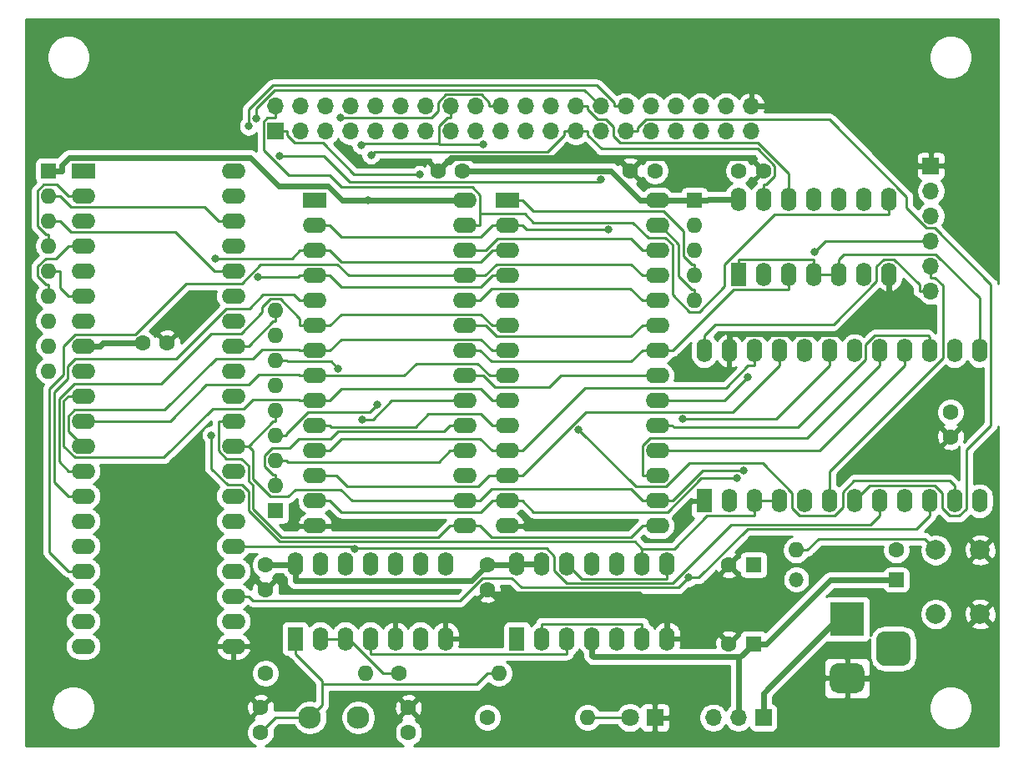
<source format=gtl>
G04 #@! TF.GenerationSoftware,KiCad,Pcbnew,(5.1.10-1-10_14)*
G04 #@! TF.CreationDate,2021-12-18T16:14:33+09:00*
G04 #@! TF.ProjectId,K65-SBC,4b36352d-5342-4432-9e6b-696361645f70,rev?*
G04 #@! TF.SameCoordinates,PX5f5e100PY7a12000*
G04 #@! TF.FileFunction,Copper,L1,Top*
G04 #@! TF.FilePolarity,Positive*
%FSLAX46Y46*%
G04 Gerber Fmt 4.6, Leading zero omitted, Abs format (unit mm)*
G04 Created by KiCad (PCBNEW (5.1.10-1-10_14)) date 2021-12-18 16:14:33*
%MOMM*%
%LPD*%
G01*
G04 APERTURE LIST*
G04 #@! TA.AperFunction,ComponentPad*
%ADD10O,2.400000X1.600000*%
G04 #@! TD*
G04 #@! TA.AperFunction,ComponentPad*
%ADD11R,2.400000X1.600000*%
G04 #@! TD*
G04 #@! TA.AperFunction,ComponentPad*
%ADD12C,2.300000*%
G04 #@! TD*
G04 #@! TA.AperFunction,ComponentPad*
%ADD13O,1.600000X2.400000*%
G04 #@! TD*
G04 #@! TA.AperFunction,ComponentPad*
%ADD14R,1.600000X2.400000*%
G04 #@! TD*
G04 #@! TA.AperFunction,ComponentPad*
%ADD15O,1.700000X1.700000*%
G04 #@! TD*
G04 #@! TA.AperFunction,ComponentPad*
%ADD16R,1.700000X1.700000*%
G04 #@! TD*
G04 #@! TA.AperFunction,ComponentPad*
%ADD17C,2.000000*%
G04 #@! TD*
G04 #@! TA.AperFunction,ComponentPad*
%ADD18O,1.600000X1.600000*%
G04 #@! TD*
G04 #@! TA.AperFunction,ComponentPad*
%ADD19R,1.600000X1.600000*%
G04 #@! TD*
G04 #@! TA.AperFunction,ComponentPad*
%ADD20C,1.600000*%
G04 #@! TD*
G04 #@! TA.AperFunction,ComponentPad*
%ADD21R,3.500000X3.500000*%
G04 #@! TD*
G04 #@! TA.AperFunction,ComponentPad*
%ADD22C,1.800000*%
G04 #@! TD*
G04 #@! TA.AperFunction,ComponentPad*
%ADD23R,1.800000X1.800000*%
G04 #@! TD*
G04 #@! TA.AperFunction,ComponentPad*
%ADD24O,1.500000X1.500000*%
G04 #@! TD*
G04 #@! TA.AperFunction,ComponentPad*
%ADD25R,1.500000X1.500000*%
G04 #@! TD*
G04 #@! TA.AperFunction,ViaPad*
%ADD26C,0.800000*%
G04 #@! TD*
G04 #@! TA.AperFunction,Conductor*
%ADD27C,0.600000*%
G04 #@! TD*
G04 #@! TA.AperFunction,Conductor*
%ADD28C,0.250000*%
G04 #@! TD*
G04 #@! TA.AperFunction,Conductor*
%ADD29C,0.254000*%
G04 #@! TD*
G04 #@! TA.AperFunction,Conductor*
%ADD30C,0.100000*%
G04 #@! TD*
G04 APERTURE END LIST*
D10*
X64740000Y56000000D03*
X49500000Y22980000D03*
X64740000Y53460000D03*
X49500000Y25520000D03*
X64740000Y50920000D03*
X49500000Y28060000D03*
X64740000Y48380000D03*
X49500000Y30600000D03*
X64740000Y45840000D03*
X49500000Y33140000D03*
X64740000Y43300000D03*
X49500000Y35680000D03*
X64740000Y40760000D03*
X49500000Y38220000D03*
X64740000Y38220000D03*
X49500000Y40760000D03*
X64740000Y35680000D03*
X49500000Y43300000D03*
X64740000Y33140000D03*
X49500000Y45840000D03*
X64740000Y30600000D03*
X49500000Y48380000D03*
X64740000Y28060000D03*
X49500000Y50920000D03*
X64740000Y25520000D03*
X49500000Y53460000D03*
X64740000Y22980000D03*
D11*
X49500000Y56000000D03*
D12*
X34400000Y3500000D03*
X29500000Y3500000D03*
D13*
X28000000Y19120000D03*
X43240000Y11500000D03*
X30540000Y19120000D03*
X40700000Y11500000D03*
X33080000Y19120000D03*
X38160000Y11500000D03*
X35620000Y19120000D03*
X35620000Y11500000D03*
X38160000Y19120000D03*
X33080000Y11500000D03*
X40700000Y19120000D03*
X30540000Y11500000D03*
X43240000Y19120000D03*
D14*
X28000000Y11500000D03*
D13*
X50500000Y19120000D03*
X65740000Y11500000D03*
X53040000Y19120000D03*
X63200000Y11500000D03*
X55580000Y19120000D03*
X60660000Y11500000D03*
X58120000Y19120000D03*
X58120000Y11500000D03*
X60660000Y19120000D03*
X55580000Y11500000D03*
X63200000Y19120000D03*
X53040000Y11500000D03*
X65740000Y19120000D03*
D14*
X50500000Y11500000D03*
D13*
X73000000Y56120000D03*
X88240000Y48500000D03*
X75540000Y56120000D03*
X85700000Y48500000D03*
X78080000Y56120000D03*
X83160000Y48500000D03*
X80620000Y56120000D03*
X80620000Y48500000D03*
X83160000Y56120000D03*
X78080000Y48500000D03*
X85700000Y56120000D03*
X75540000Y48500000D03*
X88240000Y56120000D03*
D14*
X73000000Y48500000D03*
D10*
X21740000Y59000000D03*
X6500000Y10740000D03*
X21740000Y56460000D03*
X6500000Y13280000D03*
X21740000Y53920000D03*
X6500000Y15820000D03*
X21740000Y51380000D03*
X6500000Y18360000D03*
X21740000Y48840000D03*
X6500000Y20900000D03*
X21740000Y46300000D03*
X6500000Y23440000D03*
X21740000Y43760000D03*
X6500000Y25980000D03*
X21740000Y41220000D03*
X6500000Y28520000D03*
X21740000Y38680000D03*
X6500000Y31060000D03*
X21740000Y36140000D03*
X6500000Y33600000D03*
X21740000Y33600000D03*
X6500000Y36140000D03*
X21740000Y31060000D03*
X6500000Y38680000D03*
X21740000Y28520000D03*
X6500000Y41220000D03*
X21740000Y25980000D03*
X6500000Y43760000D03*
X21740000Y23440000D03*
X6500000Y46300000D03*
X21740000Y20900000D03*
X6500000Y48840000D03*
X21740000Y18360000D03*
X6500000Y51380000D03*
X21740000Y15820000D03*
X6500000Y53920000D03*
X21740000Y13280000D03*
X6500000Y56460000D03*
X21740000Y10740000D03*
D11*
X6500000Y59000000D03*
D13*
X69500000Y40740000D03*
X97440000Y25500000D03*
X72040000Y40740000D03*
X94900000Y25500000D03*
X74580000Y40740000D03*
X92360000Y25500000D03*
X77120000Y40740000D03*
X89820000Y25500000D03*
X79660000Y40740000D03*
X87280000Y25500000D03*
X82200000Y40740000D03*
X84740000Y25500000D03*
X84740000Y40740000D03*
X82200000Y25500000D03*
X87280000Y40740000D03*
X79660000Y25500000D03*
X89820000Y40740000D03*
X77120000Y25500000D03*
X92360000Y40740000D03*
X74580000Y25500000D03*
X94900000Y40740000D03*
X72040000Y25500000D03*
X97440000Y40740000D03*
D14*
X69500000Y25500000D03*
D10*
X45240000Y56000000D03*
X30000000Y22980000D03*
X45240000Y53460000D03*
X30000000Y25520000D03*
X45240000Y50920000D03*
X30000000Y28060000D03*
X45240000Y48380000D03*
X30000000Y30600000D03*
X45240000Y45840000D03*
X30000000Y33140000D03*
X45240000Y43300000D03*
X30000000Y35680000D03*
X45240000Y40760000D03*
X30000000Y38220000D03*
X45240000Y38220000D03*
X30000000Y40760000D03*
X45240000Y35680000D03*
X30000000Y43300000D03*
X45240000Y33140000D03*
X30000000Y45840000D03*
X45240000Y30600000D03*
X30000000Y48380000D03*
X45240000Y28060000D03*
X30000000Y50920000D03*
X45240000Y25520000D03*
X30000000Y53460000D03*
X45240000Y22980000D03*
D11*
X30000000Y56000000D03*
D15*
X70420000Y3500000D03*
X72960000Y3500000D03*
D16*
X75500000Y3500000D03*
D17*
X97500000Y14000000D03*
X93000000Y14000000D03*
X97500000Y20500000D03*
X93000000Y20500000D03*
D18*
X26000000Y44820000D03*
X26000000Y42280000D03*
X26000000Y39740000D03*
X26000000Y37200000D03*
X26000000Y34660000D03*
X26000000Y32120000D03*
X26000000Y29580000D03*
X26000000Y27040000D03*
D19*
X26000000Y24500000D03*
D18*
X3000000Y38680000D03*
X3000000Y41220000D03*
X3000000Y43760000D03*
X3000000Y46300000D03*
X3000000Y48840000D03*
X3000000Y51380000D03*
X3000000Y53920000D03*
X3000000Y56460000D03*
D19*
X3000000Y59000000D03*
D18*
X68500000Y45840000D03*
X68500000Y48380000D03*
X68500000Y50920000D03*
X68500000Y53460000D03*
D19*
X68500000Y56000000D03*
D18*
X57660000Y3500000D03*
D20*
X47500000Y3500000D03*
D18*
X35160000Y8000000D03*
D20*
X25000000Y8000000D03*
D18*
X48660000Y8000000D03*
D20*
X38500000Y8000000D03*
D18*
X78840000Y20500000D03*
D20*
X89000000Y20500000D03*
G04 #@! TA.AperFunction,ComponentPad*
G36*
G01*
X89575000Y8750000D02*
X87825000Y8750000D01*
G75*
G02*
X86950000Y9625000I0J875000D01*
G01*
X86950000Y11375000D01*
G75*
G02*
X87825000Y12250000I875000J0D01*
G01*
X89575000Y12250000D01*
G75*
G02*
X90450000Y11375000I0J-875000D01*
G01*
X90450000Y9625000D01*
G75*
G02*
X89575000Y8750000I-875000J0D01*
G01*
G37*
G04 #@! TD.AperFunction*
G04 #@! TA.AperFunction,ComponentPad*
G36*
G01*
X85000000Y6000000D02*
X83000000Y6000000D01*
G75*
G02*
X82250000Y6750000I0J750000D01*
G01*
X82250000Y8250000D01*
G75*
G02*
X83000000Y9000000I750000J0D01*
G01*
X85000000Y9000000D01*
G75*
G02*
X85750000Y8250000I0J-750000D01*
G01*
X85750000Y6750000D01*
G75*
G02*
X85000000Y6000000I-750000J0D01*
G01*
G37*
G04 #@! TD.AperFunction*
D21*
X84000000Y13500000D03*
D15*
X74260000Y65540000D03*
X74260000Y63000000D03*
X71720000Y65540000D03*
X71720000Y63000000D03*
X69180000Y65540000D03*
X69180000Y63000000D03*
X66640000Y65540000D03*
X66640000Y63000000D03*
X64100000Y65540000D03*
X64100000Y63000000D03*
X61560000Y65540000D03*
X61560000Y63000000D03*
X59020000Y65540000D03*
X59020000Y63000000D03*
X56480000Y65540000D03*
X56480000Y63000000D03*
X53940000Y65540000D03*
X53940000Y63000000D03*
X51400000Y65540000D03*
X51400000Y63000000D03*
X48860000Y65540000D03*
X48860000Y63000000D03*
X46320000Y65540000D03*
X46320000Y63000000D03*
X43780000Y65540000D03*
X43780000Y63000000D03*
X41240000Y65540000D03*
X41240000Y63000000D03*
X38700000Y65540000D03*
X38700000Y63000000D03*
X36160000Y65540000D03*
X36160000Y63000000D03*
X33620000Y65540000D03*
X33620000Y63000000D03*
X31080000Y65540000D03*
X31080000Y63000000D03*
X28540000Y65540000D03*
X28540000Y63000000D03*
X26000000Y65540000D03*
D16*
X26000000Y63000000D03*
D15*
X92500000Y46800000D03*
X92500000Y49340000D03*
X92500000Y51880000D03*
X92500000Y54420000D03*
X92500000Y56960000D03*
D16*
X92500000Y59500000D03*
D22*
X61960000Y3500000D03*
D23*
X64500000Y3500000D03*
D24*
X78840000Y17500000D03*
D25*
X89000000Y17500000D03*
D20*
X72000000Y11000000D03*
D19*
X74500000Y11000000D03*
D20*
X73000000Y59000000D03*
X75500000Y59000000D03*
X47500000Y19000000D03*
X47500000Y16500000D03*
X25000000Y19000000D03*
X25000000Y16500000D03*
X39500000Y4500000D03*
X39500000Y2000000D03*
X24500000Y4500000D03*
X24500000Y2000000D03*
X72000000Y19000000D03*
D19*
X74500000Y19000000D03*
D20*
X45000000Y59000000D03*
X42500000Y59000000D03*
X64500000Y59000000D03*
X62000000Y59000000D03*
X94500000Y34500000D03*
X94500000Y32000000D03*
X12500000Y41500000D03*
X15000000Y41500000D03*
D26*
X35362900Y56000000D03*
X23282700Y63514900D03*
X80663500Y50751500D03*
X24028300Y64261000D03*
X26459300Y60472800D03*
X59020000Y58098600D03*
X34824000Y33739200D03*
X34056800Y20634900D03*
X35703700Y60576300D03*
X67905100Y17710600D03*
X59770900Y53013900D03*
X32603800Y64364700D03*
X19944500Y50110200D03*
X24246500Y48199900D03*
X34693800Y61599800D03*
X47047000Y61660600D03*
X56756500Y32712900D03*
X36324200Y35221200D03*
X73503200Y28570900D03*
X67337300Y33779800D03*
X32371200Y38912000D03*
X72777900Y27819900D03*
X40617300Y58626000D03*
X19495400Y32156500D03*
X73892300Y38014800D03*
D27*
X4300300Y59000000D02*
X4300300Y59568900D01*
X4300300Y59568900D02*
X5068400Y60337000D01*
X5068400Y60337000D02*
X23432600Y60337000D01*
X23432600Y60337000D02*
X26302200Y57467400D01*
X26302200Y57467400D02*
X31301200Y57467400D01*
X31301200Y57467400D02*
X32768600Y56000000D01*
X32768600Y56000000D02*
X35362900Y56000000D01*
X63039700Y56000000D02*
X60039700Y59000000D01*
X60039700Y59000000D02*
X45000000Y59000000D01*
X35362900Y56000000D02*
X45240000Y56000000D01*
X3000000Y59000000D02*
X4300300Y59000000D01*
X6500000Y41220000D02*
X8200300Y41220000D01*
X12500000Y41500000D02*
X8480300Y41500000D01*
X8480300Y41500000D02*
X8200300Y41220000D01*
X47500000Y19000000D02*
X50380000Y19000000D01*
X50380000Y19000000D02*
X50500000Y19120000D01*
X28000000Y17419700D02*
X45919700Y17419700D01*
X45919700Y17419700D02*
X47500000Y19000000D01*
X74500000Y11000000D02*
X75800300Y11000000D01*
X75800300Y11000000D02*
X82300300Y17500000D01*
X82300300Y17500000D02*
X89000000Y17500000D01*
X72960000Y9653300D02*
X73153300Y9653300D01*
X73153300Y9653300D02*
X74500000Y11000000D01*
X72960000Y9653300D02*
X58266400Y9653300D01*
X58266400Y9653300D02*
X58120000Y9799700D01*
X72960000Y9653300D02*
X72960000Y3500000D01*
X64740000Y56000000D02*
X63039700Y56000000D01*
X28000000Y19120000D02*
X28000000Y17419700D01*
X53040000Y19120000D02*
X50500000Y19120000D01*
X68500000Y56000000D02*
X69800300Y56000000D01*
X73000000Y56120000D02*
X69920300Y56120000D01*
X69920300Y56120000D02*
X69800300Y56000000D01*
X58120000Y11500000D02*
X58120000Y9799700D01*
X68500000Y56000000D02*
X64740000Y56000000D01*
X25000000Y19000000D02*
X27880000Y19000000D01*
X27880000Y19000000D02*
X28000000Y19120000D01*
X88240000Y48500000D02*
X88240000Y46799700D01*
X72040000Y40740000D02*
X72040000Y42440300D01*
X72040000Y42440300D02*
X83880600Y42440300D01*
X83880600Y42440300D02*
X88240000Y46799700D01*
X47500000Y16500000D02*
X47931300Y16068700D01*
X47931300Y16068700D02*
X62871600Y16068700D01*
X62871600Y16068700D02*
X65740000Y13200300D01*
X92500000Y59500000D02*
X91149700Y59500000D01*
X91149700Y59500000D02*
X85109700Y65540000D01*
X85109700Y65540000D02*
X74260000Y65540000D01*
X75500000Y59000000D02*
X74199600Y60300400D01*
X74199600Y60300400D02*
X63300400Y60300400D01*
X63300400Y60300400D02*
X62000000Y59000000D01*
X42500000Y59000000D02*
X43801900Y60301900D01*
X43801900Y60301900D02*
X60698100Y60301900D01*
X60698100Y60301900D02*
X62000000Y59000000D01*
X65740000Y11500000D02*
X65740000Y13200300D01*
X84000000Y7500000D02*
X91000000Y7500000D01*
X91000000Y7500000D02*
X97500000Y14000000D01*
D28*
X60384700Y65540000D02*
X60384700Y65907300D01*
X60384700Y65907300D02*
X58634700Y67657300D01*
X58634700Y67657300D02*
X25710700Y67657300D01*
X25710700Y67657300D02*
X23282700Y65229300D01*
X23282700Y65229300D02*
X23282700Y63514900D01*
X61560000Y65540000D02*
X60384700Y65540000D01*
X78840000Y20500000D02*
X79965300Y20500000D01*
X79965300Y20500000D02*
X81110800Y21645500D01*
X81110800Y21645500D02*
X91854500Y21645500D01*
X91854500Y21645500D02*
X93000000Y20500000D01*
X24500000Y2000000D02*
X26000000Y3500000D01*
X26000000Y3500000D02*
X29500000Y3500000D01*
X28000000Y11500000D02*
X28000000Y9974700D01*
X30750100Y6874700D02*
X30750100Y4750100D01*
X30750100Y4750100D02*
X29500000Y3500000D01*
X28000000Y9974700D02*
X30750100Y7224600D01*
X30750100Y7224600D02*
X30750100Y6874700D01*
X47534700Y8000000D02*
X46409400Y6874700D01*
X46409400Y6874700D02*
X30750100Y6874700D01*
X48660000Y8000000D02*
X47534700Y8000000D01*
X61960000Y3500000D02*
X57660000Y3500000D01*
X69500000Y40740000D02*
X69500000Y42265300D01*
X92500000Y46800000D02*
X91324700Y46800000D01*
X91324700Y46800000D02*
X91324700Y47461100D01*
X91324700Y47461100D02*
X88751700Y50034100D01*
X88751700Y50034100D02*
X87721100Y50034100D01*
X87721100Y50034100D02*
X86970000Y49283000D01*
X86970000Y49283000D02*
X86970000Y47775500D01*
X86970000Y47775500D02*
X82609100Y43414600D01*
X82609100Y43414600D02*
X70649300Y43414600D01*
X70649300Y43414600D02*
X69500000Y42265300D01*
X92500000Y49340000D02*
X92500000Y48164700D01*
X92500000Y48164700D02*
X92867300Y48164700D01*
X92867300Y48164700D02*
X93702300Y47329700D01*
X93702300Y47329700D02*
X93702300Y40022800D01*
X93702300Y40022800D02*
X82200000Y28520500D01*
X82200000Y28520500D02*
X82200000Y25500000D01*
X92500000Y51880000D02*
X81792000Y51880000D01*
X81792000Y51880000D02*
X80663500Y50751500D01*
X61560000Y63000000D02*
X62735300Y63000000D01*
X62735300Y63000000D02*
X62735300Y63367300D01*
X62735300Y63367300D02*
X63558600Y64190600D01*
X63558600Y64190600D02*
X82218000Y64190600D01*
X82218000Y64190600D02*
X90036200Y56372400D01*
X90036200Y56372400D02*
X90036200Y55218400D01*
X90036200Y55218400D02*
X92048200Y53206400D01*
X92048200Y53206400D02*
X92860800Y53206400D01*
X92860800Y53206400D02*
X98584900Y47482300D01*
X98584900Y47482300D02*
X98584900Y33144900D01*
X98584900Y33144900D02*
X96088700Y30648700D01*
X96088700Y30648700D02*
X96088700Y24688500D01*
X96088700Y24688500D02*
X95362600Y23962400D01*
X95362600Y23962400D02*
X94428400Y23962400D01*
X94428400Y23962400D02*
X93630000Y24760800D01*
X93630000Y24760800D02*
X93630000Y26247000D01*
X93630000Y26247000D02*
X92849000Y27028000D01*
X92849000Y27028000D02*
X86268000Y27028000D01*
X86268000Y27028000D02*
X84740000Y25500000D01*
X3000000Y46300000D02*
X3000000Y47425300D01*
X6500000Y51380000D02*
X4974700Y51380000D01*
X4974700Y51380000D02*
X3704700Y50110000D01*
X3704700Y50110000D02*
X2678200Y50110000D01*
X2678200Y50110000D02*
X1874700Y49306500D01*
X1874700Y49306500D02*
X1874700Y48269200D01*
X1874700Y48269200D02*
X2718600Y47425300D01*
X2718600Y47425300D02*
X3000000Y47425300D01*
X24028300Y64261000D02*
X24028300Y65283100D01*
X24028300Y65283100D02*
X25949200Y67204000D01*
X25949200Y67204000D02*
X57356000Y67204000D01*
X57356000Y67204000D02*
X59020000Y65540000D01*
X26459300Y60472800D02*
X30909100Y60472800D01*
X30909100Y60472800D02*
X33523400Y57858500D01*
X33523400Y57858500D02*
X58779900Y57858500D01*
X58779900Y57858500D02*
X59020000Y58098600D01*
X80620000Y48500000D02*
X80620000Y50025300D01*
X73000000Y48500000D02*
X73000000Y50025300D01*
X73000000Y50025300D02*
X80620000Y50025300D01*
X83160000Y48500000D02*
X83160000Y50025300D01*
X83160000Y50025300D02*
X83652700Y50518000D01*
X83652700Y50518000D02*
X92985200Y50518000D01*
X92985200Y50518000D02*
X97440000Y46063200D01*
X97440000Y46063200D02*
X97440000Y40740000D01*
X80620000Y48500000D02*
X83160000Y48500000D01*
X34056800Y20672800D02*
X34056800Y20634900D01*
X34824000Y33739200D02*
X35868000Y33739200D01*
X35868000Y33739200D02*
X37808800Y35680000D01*
X37808800Y35680000D02*
X43714700Y35680000D01*
X23265300Y20900000D02*
X33829600Y20900000D01*
X33829600Y20900000D02*
X34056800Y20672800D01*
X34056800Y20672800D02*
X53480300Y20672800D01*
X53480300Y20672800D02*
X54310000Y19843100D01*
X54310000Y19843100D02*
X54310000Y18395900D01*
X54310000Y18395900D02*
X55561600Y17144300D01*
X55561600Y17144300D02*
X66297900Y17144300D01*
X66297900Y17144300D02*
X72242300Y23088700D01*
X72242300Y23088700D02*
X86394000Y23088700D01*
X86394000Y23088700D02*
X87280000Y23974700D01*
X45240000Y35680000D02*
X43714700Y35680000D01*
X21740000Y20900000D02*
X23265300Y20900000D01*
X87280000Y25500000D02*
X87280000Y23974700D01*
X56480000Y65540000D02*
X57655300Y65540000D01*
X57655300Y65540000D02*
X57655300Y65234900D01*
X57655300Y65234900D02*
X58714800Y64175400D01*
X58714800Y64175400D02*
X59545600Y64175400D01*
X59545600Y64175400D02*
X60290000Y63431000D01*
X60290000Y63431000D02*
X60290000Y62527300D01*
X60290000Y62527300D02*
X60992700Y61824600D01*
X60992700Y61824600D02*
X74956400Y61824600D01*
X74956400Y61824600D02*
X78080000Y58701000D01*
X78080000Y58701000D02*
X78080000Y56120000D01*
X55304700Y63000000D02*
X55304700Y62632700D01*
X55304700Y62632700D02*
X53607200Y60935200D01*
X53607200Y60935200D02*
X36062600Y60935200D01*
X36062600Y60935200D02*
X35703700Y60576300D01*
X56480000Y63000000D02*
X57655300Y63000000D01*
X75540000Y56120000D02*
X75540000Y57645300D01*
X75540000Y57645300D02*
X75785400Y57645300D01*
X75785400Y57645300D02*
X76629700Y58489600D01*
X76629700Y58489600D02*
X76629700Y59514400D01*
X76629700Y59514400D02*
X74927400Y61216700D01*
X74927400Y61216700D02*
X59071300Y61216700D01*
X59071300Y61216700D02*
X57655300Y62632700D01*
X57655300Y62632700D02*
X57655300Y63000000D01*
X56480000Y63000000D02*
X55304700Y63000000D01*
X23265300Y15820000D02*
X23731400Y15353900D01*
X23731400Y15353900D02*
X44738300Y15353900D01*
X44738300Y15353900D02*
X47028000Y17643600D01*
X47028000Y17643600D02*
X49984900Y17643600D01*
X49984900Y17643600D02*
X50934500Y16694000D01*
X50934500Y16694000D02*
X66888500Y16694000D01*
X66888500Y16694000D02*
X67905100Y17710600D01*
X67905100Y17710600D02*
X68952800Y17710600D01*
X68952800Y17710600D02*
X73880300Y22638100D01*
X73880300Y22638100D02*
X91023400Y22638100D01*
X91023400Y22638100D02*
X92360000Y23974700D01*
X64740000Y50920000D02*
X63214700Y50920000D01*
X63214700Y50920000D02*
X62053900Y52080800D01*
X62053900Y52080800D02*
X48498600Y52080800D01*
X48498600Y52080800D02*
X47337800Y50920000D01*
X47337800Y50920000D02*
X45240000Y50920000D01*
X92360000Y25500000D02*
X92360000Y23974700D01*
X21740000Y15820000D02*
X23265300Y15820000D01*
X49500000Y53460000D02*
X51025300Y53460000D01*
X59770900Y53013900D02*
X51471400Y53013900D01*
X51471400Y53013900D02*
X51025300Y53460000D01*
X30433500Y53460000D02*
X30000000Y53460000D01*
X31525300Y53460000D02*
X32708000Y52277300D01*
X32708000Y52277300D02*
X46792000Y52277300D01*
X46792000Y52277300D02*
X47974700Y53460000D01*
X30433500Y53460000D02*
X31525300Y53460000D01*
X49500000Y53460000D02*
X47974700Y53460000D01*
X64740000Y43300000D02*
X63214700Y43300000D01*
X63214700Y43300000D02*
X62089000Y42174300D01*
X62089000Y42174300D02*
X48463500Y42174300D01*
X48463500Y42174300D02*
X47337800Y43300000D01*
X47337800Y43300000D02*
X45240000Y43300000D01*
X64740000Y38220000D02*
X54975300Y38220000D01*
X54975300Y38220000D02*
X53797900Y37042600D01*
X53797900Y37042600D02*
X48261300Y37042600D01*
X48261300Y37042600D02*
X47083900Y38220000D01*
X47083900Y38220000D02*
X45240000Y38220000D01*
X47684700Y65540000D02*
X47684700Y65907300D01*
X47684700Y65907300D02*
X46876600Y66715400D01*
X46876600Y66715400D02*
X43291200Y66715400D01*
X43291200Y66715400D02*
X42476600Y65900800D01*
X42476600Y65900800D02*
X42476600Y65036600D01*
X42476600Y65036600D02*
X41804700Y64364700D01*
X41804700Y64364700D02*
X32603800Y64364700D01*
X48860000Y65540000D02*
X47684700Y65540000D01*
X45496500Y45840000D02*
X45240000Y45840000D01*
X45496500Y45840000D02*
X46765300Y45840000D01*
X64740000Y45840000D02*
X63214700Y45840000D01*
X46765300Y45840000D02*
X47955800Y47030500D01*
X47955800Y47030500D02*
X62024200Y47030500D01*
X62024200Y47030500D02*
X63214700Y45840000D01*
X6500000Y18360000D02*
X4974700Y18360000D01*
X45240000Y48380000D02*
X33428800Y48380000D01*
X33428800Y48380000D02*
X32295100Y49513700D01*
X32295100Y49513700D02*
X24515700Y49513700D01*
X24515700Y49513700D02*
X22572000Y47570000D01*
X22572000Y47570000D02*
X16978500Y47570000D01*
X16978500Y47570000D02*
X11774800Y42366300D01*
X11774800Y42366300D02*
X5653600Y42366300D01*
X5653600Y42366300D02*
X4470700Y41183400D01*
X4470700Y41183400D02*
X4470700Y38294400D01*
X4470700Y38294400D02*
X3080800Y36904500D01*
X3080800Y36904500D02*
X3080800Y20253900D01*
X3080800Y20253900D02*
X4974700Y18360000D01*
X63214700Y48380000D02*
X62089300Y49505400D01*
X62089300Y49505400D02*
X48406200Y49505400D01*
X48406200Y49505400D02*
X47280800Y48380000D01*
X47280800Y48380000D02*
X45240000Y48380000D01*
X64740000Y48380000D02*
X63214700Y48380000D01*
X30000000Y50920000D02*
X28474700Y50920000D01*
X28474700Y50920000D02*
X27664900Y50110200D01*
X27664900Y50110200D02*
X19944500Y50110200D01*
X30762700Y50920000D02*
X30000000Y50920000D01*
X47974700Y50920000D02*
X46825400Y49770700D01*
X46825400Y49770700D02*
X32675000Y49770700D01*
X32675000Y49770700D02*
X31525700Y50920000D01*
X31525700Y50920000D02*
X31525300Y50920000D01*
X30762700Y50920000D02*
X31525300Y50920000D01*
X49500000Y50920000D02*
X47974700Y50920000D01*
X30000000Y48380000D02*
X31525300Y48380000D01*
X49500000Y48380000D02*
X47974700Y48380000D01*
X47974700Y48380000D02*
X46825400Y47230700D01*
X46825400Y47230700D02*
X32674600Y47230700D01*
X32674600Y47230700D02*
X31525300Y48380000D01*
X30000000Y48380000D02*
X28474700Y48380000D01*
X28474700Y48380000D02*
X28294600Y48199900D01*
X28294600Y48199900D02*
X24246500Y48199900D01*
X4974700Y25980000D02*
X3582900Y27371800D01*
X3582900Y27371800D02*
X3582900Y36506300D01*
X3582900Y36506300D02*
X4947700Y37871100D01*
X4947700Y37871100D02*
X4947700Y39176200D01*
X4947700Y39176200D02*
X5694600Y39923100D01*
X5694600Y39923100D02*
X15891100Y39923100D01*
X15891100Y39923100D02*
X20998000Y45030000D01*
X20998000Y45030000D02*
X23354600Y45030000D01*
X23354600Y45030000D02*
X24758500Y46433900D01*
X24758500Y46433900D02*
X27880800Y46433900D01*
X27880800Y46433900D02*
X28474700Y45840000D01*
X6500000Y25980000D02*
X4974700Y25980000D01*
X30000000Y45840000D02*
X28474700Y45840000D01*
X42604700Y61742700D02*
X34836700Y61742700D01*
X34836700Y61742700D02*
X34693800Y61599800D01*
X47047000Y61660600D02*
X42686800Y61660600D01*
X42686800Y61660600D02*
X42604700Y61742700D01*
X43780000Y64364700D02*
X43412600Y64364700D01*
X43412600Y64364700D02*
X42604700Y63556800D01*
X42604700Y63556800D02*
X42604700Y61742700D01*
X43780000Y65540000D02*
X43780000Y64364700D01*
X30000000Y43300000D02*
X31525300Y43300000D01*
X49500000Y43300000D02*
X47974700Y43300000D01*
X47974700Y43300000D02*
X46844500Y44430200D01*
X46844500Y44430200D02*
X32655500Y44430200D01*
X32655500Y44430200D02*
X31525300Y43300000D01*
X4974700Y28520000D02*
X4033200Y29461500D01*
X4033200Y29461500D02*
X4033200Y35848800D01*
X4033200Y35848800D02*
X5594400Y37410000D01*
X5594400Y37410000D02*
X14428500Y37410000D01*
X14428500Y37410000D02*
X19508500Y42490000D01*
X19508500Y42490000D02*
X22485800Y42490000D01*
X22485800Y42490000D02*
X24671800Y44676000D01*
X24671800Y44676000D02*
X24671800Y45152100D01*
X24671800Y45152100D02*
X25496400Y45976700D01*
X25496400Y45976700D02*
X26465300Y45976700D01*
X26465300Y45976700D02*
X28474700Y43967300D01*
X28474700Y43967300D02*
X28474700Y43300000D01*
X30000000Y43300000D02*
X28474700Y43300000D01*
X6500000Y28520000D02*
X4974700Y28520000D01*
X6500000Y31060000D02*
X4974700Y32585300D01*
X4974700Y32585300D02*
X4974700Y34098500D01*
X4974700Y34098500D02*
X5609800Y34733600D01*
X5609800Y34733600D02*
X14737600Y34733600D01*
X14737600Y34733600D02*
X19954000Y39950000D01*
X19954000Y39950000D02*
X23687700Y39950000D01*
X23687700Y39950000D02*
X24603100Y40865400D01*
X24603100Y40865400D02*
X28369300Y40865400D01*
X28369300Y40865400D02*
X28474700Y40760000D01*
X30000000Y40760000D02*
X31525300Y40760000D01*
X49500000Y40760000D02*
X47974700Y40760000D01*
X47974700Y40760000D02*
X46837500Y41897200D01*
X46837500Y41897200D02*
X32662500Y41897200D01*
X32662500Y41897200D02*
X31525300Y40760000D01*
X30000000Y40760000D02*
X28474700Y40760000D01*
X30000000Y38220000D02*
X31525300Y38220000D01*
X31525300Y38220000D02*
X31558600Y38186700D01*
X31558600Y38186700D02*
X39055500Y38186700D01*
X39055500Y38186700D02*
X40279400Y39410600D01*
X40279400Y39410600D02*
X46530200Y39410600D01*
X46530200Y39410600D02*
X47720800Y38220000D01*
X47720800Y38220000D02*
X49500000Y38220000D01*
X30000000Y38220000D02*
X28474700Y38220000D01*
X6500000Y33600000D02*
X15335900Y33600000D01*
X15335900Y33600000D02*
X19001300Y37265400D01*
X19001300Y37265400D02*
X23247700Y37265400D01*
X23247700Y37265400D02*
X24327300Y38345000D01*
X24327300Y38345000D02*
X28349700Y38345000D01*
X28349700Y38345000D02*
X28474700Y38220000D01*
X28474700Y35680000D02*
X28349700Y35805000D01*
X28349700Y35805000D02*
X23735300Y35805000D01*
X23735300Y35805000D02*
X22800300Y34870000D01*
X22800300Y34870000D02*
X19668700Y34870000D01*
X19668700Y34870000D02*
X14688200Y29889500D01*
X14688200Y29889500D02*
X5671500Y29889500D01*
X5671500Y29889500D02*
X4524400Y31036600D01*
X4524400Y31036600D02*
X4524400Y35689700D01*
X4524400Y35689700D02*
X4974700Y36140000D01*
X30000000Y35680000D02*
X31525300Y35680000D01*
X49500000Y35680000D02*
X47974700Y35680000D01*
X47974700Y35680000D02*
X46825400Y36829300D01*
X46825400Y36829300D02*
X32674600Y36829300D01*
X32674600Y36829300D02*
X31525300Y35680000D01*
X30000000Y35680000D02*
X28474700Y35680000D01*
X6500000Y36140000D02*
X4974700Y36140000D01*
X31525300Y33140000D02*
X31651400Y33013900D01*
X31651400Y33013900D02*
X40192900Y33013900D01*
X40192900Y33013900D02*
X41484500Y34305500D01*
X41484500Y34305500D02*
X46809200Y34305500D01*
X46809200Y34305500D02*
X47974700Y33140000D01*
X94900000Y27025300D02*
X94394800Y27530500D01*
X94394800Y27530500D02*
X84702300Y27530500D01*
X84702300Y27530500D02*
X83543900Y26372100D01*
X83543900Y26372100D02*
X83543900Y24810300D01*
X83543900Y24810300D02*
X82708300Y23974700D01*
X82708300Y23974700D02*
X79186300Y23974700D01*
X79186300Y23974700D02*
X78390000Y24771000D01*
X78390000Y24771000D02*
X78390000Y26314000D01*
X78390000Y26314000D02*
X75407800Y29296200D01*
X75407800Y29296200D02*
X68003000Y29296200D01*
X68003000Y29296200D02*
X65632600Y26925800D01*
X65632600Y26925800D02*
X62543600Y26925800D01*
X62543600Y26925800D02*
X56756500Y32712900D01*
X94900000Y25500000D02*
X94900000Y27025300D01*
X30000000Y33140000D02*
X31525300Y33140000D01*
X49500000Y33140000D02*
X47974700Y33140000D01*
X26000000Y27040000D02*
X26000000Y28165300D01*
X45240000Y33140000D02*
X43714700Y33140000D01*
X43714700Y33140000D02*
X43138200Y32563500D01*
X43138200Y32563500D02*
X32358800Y32563500D01*
X32358800Y32563500D02*
X31591500Y31796200D01*
X31591500Y31796200D02*
X28368900Y31796200D01*
X28368900Y31796200D02*
X27422700Y30850000D01*
X27422700Y30850000D02*
X25671500Y30850000D01*
X25671500Y30850000D02*
X24874700Y30053200D01*
X24874700Y30053200D02*
X24874700Y29009200D01*
X24874700Y29009200D02*
X25718600Y28165300D01*
X25718600Y28165300D02*
X26000000Y28165300D01*
X92360000Y42078700D02*
X92173400Y42265300D01*
X92173400Y42265300D02*
X86790000Y42265300D01*
X86790000Y42265300D02*
X85865400Y41340700D01*
X85865400Y41340700D02*
X85865400Y39831900D01*
X85865400Y39831900D02*
X79038400Y33004900D01*
X79038400Y33004900D02*
X66400400Y33004900D01*
X66400400Y33004900D02*
X66265300Y33140000D01*
X92360000Y40740000D02*
X92360000Y42078700D01*
X64740000Y33140000D02*
X66265300Y33140000D01*
X26000000Y29580000D02*
X27125300Y29580000D01*
X45240000Y30600000D02*
X43714700Y30600000D01*
X43714700Y30600000D02*
X42569700Y29455000D01*
X42569700Y29455000D02*
X27250300Y29455000D01*
X27250300Y29455000D02*
X27125300Y29580000D01*
X89820000Y39214700D02*
X81205300Y30600000D01*
X81205300Y30600000D02*
X66265300Y30600000D01*
X64740000Y30600000D02*
X66265300Y30600000D01*
X89820000Y40740000D02*
X89820000Y39214700D01*
X26000000Y32120000D02*
X27125300Y32120000D01*
X27125300Y32120000D02*
X27125300Y32260700D01*
X27125300Y32260700D02*
X29329200Y34464600D01*
X29329200Y34464600D02*
X35567600Y34464600D01*
X35567600Y34464600D02*
X36324200Y35221200D01*
X64740000Y28060000D02*
X63214700Y28060000D01*
X87280000Y40740000D02*
X87280000Y39214700D01*
X63214700Y28060000D02*
X63214700Y31077800D01*
X63214700Y31077800D02*
X64006800Y31869900D01*
X64006800Y31869900D02*
X79935200Y31869900D01*
X79935200Y31869900D02*
X87280000Y39214700D01*
X45240000Y25520000D02*
X33747000Y25520000D01*
X33747000Y25520000D02*
X32618200Y26648800D01*
X32618200Y26648800D02*
X28036100Y26648800D01*
X28036100Y26648800D02*
X27294100Y25906800D01*
X27294100Y25906800D02*
X25512600Y25906800D01*
X25512600Y25906800D02*
X23715600Y27703800D01*
X23715600Y27703800D02*
X23715600Y30609700D01*
X23715600Y30609700D02*
X23265300Y31060000D01*
X26000000Y34660000D02*
X26000000Y33534700D01*
X26000000Y33534700D02*
X25740000Y33534700D01*
X25740000Y33534700D02*
X23265300Y31060000D01*
X64740000Y25520000D02*
X66265300Y25520000D01*
X66265300Y25520000D02*
X69316200Y28570900D01*
X69316200Y28570900D02*
X73503200Y28570900D01*
X64306500Y25520000D02*
X64740000Y25520000D01*
X21740000Y31060000D02*
X23265300Y31060000D01*
X64306500Y25520000D02*
X63214700Y25520000D01*
X46765300Y25520000D02*
X47927600Y26682300D01*
X47927600Y26682300D02*
X62052400Y26682300D01*
X62052400Y26682300D02*
X63214700Y25520000D01*
X45240000Y25520000D02*
X46765300Y25520000D01*
X43714700Y22980000D02*
X42545700Y21811000D01*
X42545700Y21811000D02*
X26622800Y21811000D01*
X26622800Y21811000D02*
X23715600Y24718200D01*
X23715600Y24718200D02*
X23715600Y27066900D01*
X23715600Y27066900D02*
X23265300Y27517200D01*
X23265300Y27517200D02*
X23265300Y29066700D01*
X23265300Y29066700D02*
X22542000Y29790000D01*
X22542000Y29790000D02*
X20997400Y29790000D01*
X20997400Y29790000D02*
X20214700Y30572700D01*
X20214700Y30572700D02*
X20214700Y31850000D01*
X20214700Y31850000D02*
X20220700Y31856000D01*
X20220700Y31856000D02*
X20220700Y32457000D01*
X20220700Y32457000D02*
X20214700Y32463000D01*
X20214700Y32463000D02*
X20214700Y33600000D01*
X45240000Y22980000D02*
X43714700Y22980000D01*
X21740000Y33600000D02*
X20214700Y33600000D01*
X64740000Y22980000D02*
X63214700Y22980000D01*
X45240000Y22980000D02*
X46765300Y22980000D01*
X46765300Y22980000D02*
X47934400Y21810900D01*
X47934400Y21810900D02*
X62045600Y21810900D01*
X62045600Y21810900D02*
X63214700Y22980000D01*
X82200000Y40740000D02*
X82200000Y39214700D01*
X82200000Y39214700D02*
X76765100Y33779800D01*
X76765100Y33779800D02*
X67337300Y33779800D01*
X49500000Y25520000D02*
X47974700Y25520000D01*
X30000000Y25520000D02*
X31525300Y25520000D01*
X31525300Y25520000D02*
X32674600Y24370700D01*
X32674600Y24370700D02*
X46825400Y24370700D01*
X46825400Y24370700D02*
X47974700Y25520000D01*
X49500000Y25520000D02*
X51025300Y25520000D01*
X26000000Y39740000D02*
X27125300Y39740000D01*
X27125300Y39740000D02*
X27230700Y39634600D01*
X27230700Y39634600D02*
X31648600Y39634600D01*
X31648600Y39634600D02*
X32371200Y38912000D01*
X51025300Y25520000D02*
X52174700Y24370600D01*
X52174700Y24370600D02*
X65752800Y24370600D01*
X65752800Y24370600D02*
X69202100Y27819900D01*
X69202100Y27819900D02*
X72777900Y27819900D01*
X77120000Y40740000D02*
X77120000Y39214700D01*
X49500000Y28060000D02*
X51025300Y28060000D01*
X51025300Y28060000D02*
X57470500Y34505200D01*
X57470500Y34505200D02*
X72410500Y34505200D01*
X72410500Y34505200D02*
X77120000Y39214700D01*
X31525300Y28060000D02*
X32162300Y28060000D01*
X32162300Y28060000D02*
X33292100Y26930200D01*
X33292100Y26930200D02*
X46562900Y26930200D01*
X46562900Y26930200D02*
X47692700Y28060000D01*
X47692700Y28060000D02*
X49500000Y28060000D01*
X30000000Y28060000D02*
X31525300Y28060000D01*
X26000000Y44820000D02*
X26000000Y43694700D01*
X21740000Y41220000D02*
X23265300Y41220000D01*
X23265300Y41220000D02*
X25740000Y43694700D01*
X25740000Y43694700D02*
X26000000Y43694700D01*
X74580000Y39214700D02*
X73943200Y39214700D01*
X73943200Y39214700D02*
X71678500Y36950000D01*
X71678500Y36950000D02*
X57375300Y36950000D01*
X57375300Y36950000D02*
X51025300Y30600000D01*
X74580000Y40740000D02*
X74580000Y39214700D01*
X49500000Y30600000D02*
X51025300Y30600000D01*
X49066500Y30600000D02*
X49500000Y30600000D01*
X49066500Y30600000D02*
X47974700Y30600000D01*
X30000000Y30600000D02*
X31525300Y30600000D01*
X31525300Y30600000D02*
X32715800Y31790500D01*
X32715800Y31790500D02*
X46784200Y31790500D01*
X46784200Y31790500D02*
X47974700Y30600000D01*
X88240000Y54594700D02*
X76634000Y54594700D01*
X76634000Y54594700D02*
X71534700Y49495400D01*
X71534700Y49495400D02*
X71534700Y47260100D01*
X71534700Y47260100D02*
X68972400Y44697800D01*
X68972400Y44697800D02*
X67987600Y44697800D01*
X67987600Y44697800D02*
X66265300Y46420100D01*
X66265300Y46420100D02*
X66265300Y51486700D01*
X66265300Y51486700D02*
X65562000Y52190000D01*
X65562000Y52190000D02*
X63809800Y52190000D01*
X63809800Y52190000D02*
X62260600Y53739200D01*
X62260600Y53739200D02*
X52160800Y53739200D01*
X52160800Y53739200D02*
X51282100Y54617900D01*
X51282100Y54617900D02*
X46765300Y54617900D01*
X46765300Y54617900D02*
X46765300Y53460000D01*
X26000000Y64364700D02*
X25192000Y64364700D01*
X25192000Y64364700D02*
X24824600Y63997300D01*
X24824600Y63997300D02*
X24824600Y61081800D01*
X24824600Y61081800D02*
X27339900Y58566500D01*
X27339900Y58566500D02*
X31485800Y58566500D01*
X31485800Y58566500D02*
X32728400Y57323900D01*
X32728400Y57323900D02*
X45954600Y57323900D01*
X45954600Y57323900D02*
X46765300Y56513200D01*
X46765300Y56513200D02*
X46765300Y54617900D01*
X88240000Y56120000D02*
X88240000Y54594700D01*
X45240000Y53460000D02*
X46765300Y53460000D01*
X26000000Y65540000D02*
X26000000Y64364700D01*
X26000000Y63000000D02*
X27175300Y63000000D01*
X27175300Y63000000D02*
X27175300Y62632600D01*
X27175300Y62632600D02*
X27983200Y61824700D01*
X27983200Y61824700D02*
X30788600Y61824700D01*
X30788600Y61824700D02*
X33987300Y58626000D01*
X33987300Y58626000D02*
X40617300Y58626000D01*
X63214700Y40760000D02*
X62080500Y39625800D01*
X62080500Y39625800D02*
X47899500Y39625800D01*
X47899500Y39625800D02*
X46765300Y40760000D01*
X78080000Y48500000D02*
X78080000Y46974700D01*
X64740000Y40760000D02*
X66265300Y40760000D01*
X66265300Y40760000D02*
X72480000Y46974700D01*
X72480000Y46974700D02*
X78080000Y46974700D01*
X64716500Y40760000D02*
X64740000Y40760000D01*
X64716500Y40760000D02*
X63214700Y40760000D01*
X45240000Y40760000D02*
X46765300Y40760000D01*
D27*
X84000000Y13500000D02*
X83000000Y13500000D01*
X83000000Y13500000D02*
X75500000Y6000000D01*
X75500000Y6000000D02*
X75500000Y3500000D01*
D28*
X30540000Y11500000D02*
X33080000Y11500000D01*
X38500000Y8000000D02*
X36919800Y8000000D01*
X36919800Y8000000D02*
X33419800Y11500000D01*
X33419800Y11500000D02*
X33080000Y11500000D01*
X68500000Y45840000D02*
X68500000Y46965300D01*
X68500000Y46965300D02*
X68218700Y46965300D01*
X68218700Y46965300D02*
X66924300Y48259700D01*
X66924300Y48259700D02*
X66924300Y51531700D01*
X66924300Y51531700D02*
X64996000Y53460000D01*
X64996000Y53460000D02*
X64740000Y53460000D01*
X49500000Y56000000D02*
X51025300Y56000000D01*
X68500000Y48380000D02*
X68500000Y49505300D01*
X68500000Y49505300D02*
X68218600Y49505300D01*
X68218600Y49505300D02*
X67374700Y50349200D01*
X67374700Y50349200D02*
X67374700Y52833800D01*
X67374700Y52833800D02*
X65333800Y54874700D01*
X65333800Y54874700D02*
X52150600Y54874700D01*
X52150600Y54874700D02*
X51025300Y56000000D01*
X6500000Y46300000D02*
X4974700Y46300000D01*
X3000000Y48840000D02*
X4125300Y48840000D01*
X4125300Y48840000D02*
X4125300Y47149400D01*
X4125300Y47149400D02*
X4974700Y46300000D01*
X3000000Y52505300D02*
X2718700Y52505300D01*
X2718700Y52505300D02*
X1869500Y53354500D01*
X1869500Y53354500D02*
X1869500Y56967400D01*
X1869500Y56967400D02*
X2493100Y57591000D01*
X2493100Y57591000D02*
X3843700Y57591000D01*
X3843700Y57591000D02*
X4974700Y56460000D01*
X6500000Y56460000D02*
X4974700Y56460000D01*
X3000000Y51380000D02*
X3000000Y52505300D01*
X4125300Y53920000D02*
X5250600Y52794700D01*
X5250600Y52794700D02*
X15835700Y52794700D01*
X15835700Y52794700D02*
X19790400Y48840000D01*
X19790400Y48840000D02*
X20214700Y48840000D01*
X21740000Y48840000D02*
X20214700Y48840000D01*
X3000000Y53920000D02*
X4125300Y53920000D01*
X21740000Y53920000D02*
X20214700Y53920000D01*
X3000000Y56460000D02*
X4125300Y56460000D01*
X4125300Y56460000D02*
X5250600Y55334700D01*
X5250600Y55334700D02*
X18800000Y55334700D01*
X18800000Y55334700D02*
X20214700Y53920000D01*
X63200000Y20645300D02*
X62484800Y21360500D01*
X62484800Y21360500D02*
X26436400Y21360500D01*
X26436400Y21360500D02*
X23265300Y24531600D01*
X23265300Y24531600D02*
X23265300Y26448100D01*
X23265300Y26448100D02*
X22608000Y27105400D01*
X22608000Y27105400D02*
X21147900Y27105400D01*
X21147900Y27105400D02*
X19495400Y28757900D01*
X19495400Y28757900D02*
X19495400Y32156500D01*
X74580000Y23974700D02*
X69792100Y23974700D01*
X69792100Y23974700D02*
X66462700Y20645300D01*
X66462700Y20645300D02*
X63200000Y20645300D01*
X74580000Y25500000D02*
X74580000Y23974700D01*
X77120000Y25500000D02*
X74580000Y25500000D01*
X63200000Y19120000D02*
X63200000Y20645300D01*
X73892300Y38014800D02*
X71557500Y35680000D01*
X71557500Y35680000D02*
X64740000Y35680000D01*
X63200000Y11500000D02*
X63200000Y13025300D01*
X53040000Y11500000D02*
X53040000Y13025300D01*
X53040000Y13025300D02*
X63200000Y13025300D01*
X65740000Y19120000D02*
X65740000Y17594700D01*
X65740000Y17594700D02*
X57105300Y17594700D01*
X57105300Y17594700D02*
X55580000Y19120000D01*
X35620000Y11500000D02*
X35620000Y9974700D01*
X55580000Y11500000D02*
X55580000Y9974700D01*
X55580000Y9974700D02*
X35620000Y9974700D01*
D29*
X99340000Y47569379D02*
X99333903Y47631286D01*
X99290446Y47774547D01*
X99219874Y47906576D01*
X99124901Y48022301D01*
X99095904Y48046098D01*
X93659546Y53482455D01*
X93815990Y53716589D01*
X93927932Y53986842D01*
X93985000Y54273740D01*
X93985000Y54566260D01*
X93927932Y54853158D01*
X93815990Y55123411D01*
X93653475Y55366632D01*
X93446632Y55573475D01*
X93272240Y55690000D01*
X93446632Y55806525D01*
X93653475Y56013368D01*
X93815990Y56256589D01*
X93927932Y56526842D01*
X93985000Y56813740D01*
X93985000Y57106260D01*
X93927932Y57393158D01*
X93815990Y57663411D01*
X93653475Y57906632D01*
X93521620Y58038487D01*
X93594180Y58060498D01*
X93704494Y58119463D01*
X93801185Y58198815D01*
X93880537Y58295506D01*
X93939502Y58405820D01*
X93975812Y58525518D01*
X93988072Y58650000D01*
X93985000Y59214250D01*
X93826250Y59373000D01*
X92627000Y59373000D01*
X92627000Y59353000D01*
X92373000Y59353000D01*
X92373000Y59373000D01*
X91173750Y59373000D01*
X91015000Y59214250D01*
X91011928Y58650000D01*
X91024188Y58525518D01*
X91060498Y58405820D01*
X91119463Y58295506D01*
X91198815Y58198815D01*
X91295506Y58119463D01*
X91405820Y58060498D01*
X91478380Y58038487D01*
X91346525Y57906632D01*
X91184010Y57663411D01*
X91072068Y57393158D01*
X91015000Y57106260D01*
X91015000Y56813740D01*
X91072068Y56526842D01*
X91184010Y56256589D01*
X91346525Y56013368D01*
X91553368Y55806525D01*
X91727760Y55690000D01*
X91553368Y55573475D01*
X91346525Y55366632D01*
X91192814Y55136587D01*
X90796200Y55533201D01*
X90796200Y56335078D01*
X90799876Y56372401D01*
X90796200Y56409724D01*
X90796200Y56409733D01*
X90785203Y56521386D01*
X90741746Y56664647D01*
X90671174Y56796676D01*
X90633980Y56841997D01*
X90599999Y56883404D01*
X90599995Y56883408D01*
X90576201Y56912401D01*
X90547209Y56936194D01*
X87133403Y60350000D01*
X91011928Y60350000D01*
X91015000Y59785750D01*
X91173750Y59627000D01*
X92373000Y59627000D01*
X92373000Y60826250D01*
X92627000Y60826250D01*
X92627000Y59627000D01*
X93826250Y59627000D01*
X93985000Y59785750D01*
X93988072Y60350000D01*
X93975812Y60474482D01*
X93939502Y60594180D01*
X93880537Y60704494D01*
X93801185Y60801185D01*
X93704494Y60880537D01*
X93594180Y60939502D01*
X93474482Y60975812D01*
X93350000Y60988072D01*
X92785750Y60985000D01*
X92627000Y60826250D01*
X92373000Y60826250D01*
X92214250Y60985000D01*
X91650000Y60988072D01*
X91525518Y60975812D01*
X91405820Y60939502D01*
X91295506Y60880537D01*
X91198815Y60801185D01*
X91119463Y60704494D01*
X91060498Y60594180D01*
X91024188Y60474482D01*
X91011928Y60350000D01*
X87133403Y60350000D01*
X82781804Y64701597D01*
X82758001Y64730601D01*
X82642276Y64825574D01*
X82510247Y64896146D01*
X82366986Y64939603D01*
X82255333Y64950600D01*
X82255322Y64950600D01*
X82218000Y64954276D01*
X82180678Y64950600D01*
X75619003Y64950600D01*
X75701481Y65183109D01*
X75580814Y65413000D01*
X74387000Y65413000D01*
X74387000Y65393000D01*
X74133000Y65393000D01*
X74133000Y65413000D01*
X74113000Y65413000D01*
X74113000Y65667000D01*
X74133000Y65667000D01*
X74133000Y66860155D01*
X74387000Y66860155D01*
X74387000Y65667000D01*
X75580814Y65667000D01*
X75701481Y65896891D01*
X75604157Y66171252D01*
X75455178Y66421355D01*
X75260269Y66637588D01*
X75026920Y66811641D01*
X74764099Y66936825D01*
X74616890Y66981476D01*
X74387000Y66860155D01*
X74133000Y66860155D01*
X73903110Y66981476D01*
X73755901Y66936825D01*
X73493080Y66811641D01*
X73259731Y66637588D01*
X73064822Y66421355D01*
X72995195Y66304466D01*
X72873475Y66486632D01*
X72666632Y66693475D01*
X72423411Y66855990D01*
X72153158Y66967932D01*
X71866260Y67025000D01*
X71573740Y67025000D01*
X71286842Y66967932D01*
X71016589Y66855990D01*
X70773368Y66693475D01*
X70566525Y66486632D01*
X70450000Y66312240D01*
X70333475Y66486632D01*
X70126632Y66693475D01*
X69883411Y66855990D01*
X69613158Y66967932D01*
X69326260Y67025000D01*
X69033740Y67025000D01*
X68746842Y66967932D01*
X68476589Y66855990D01*
X68233368Y66693475D01*
X68026525Y66486632D01*
X67910000Y66312240D01*
X67793475Y66486632D01*
X67586632Y66693475D01*
X67343411Y66855990D01*
X67073158Y66967932D01*
X66786260Y67025000D01*
X66493740Y67025000D01*
X66206842Y66967932D01*
X65936589Y66855990D01*
X65693368Y66693475D01*
X65486525Y66486632D01*
X65370000Y66312240D01*
X65253475Y66486632D01*
X65046632Y66693475D01*
X64803411Y66855990D01*
X64533158Y66967932D01*
X64246260Y67025000D01*
X63953740Y67025000D01*
X63666842Y66967932D01*
X63396589Y66855990D01*
X63153368Y66693475D01*
X62946525Y66486632D01*
X62830000Y66312240D01*
X62713475Y66486632D01*
X62506632Y66693475D01*
X62263411Y66855990D01*
X61993158Y66967932D01*
X61706260Y67025000D01*
X61413740Y67025000D01*
X61126842Y66967932D01*
X60856589Y66855990D01*
X60649311Y66717491D01*
X59198504Y68168297D01*
X59174701Y68197301D01*
X59058976Y68292274D01*
X58926947Y68362846D01*
X58783686Y68406303D01*
X58672033Y68417300D01*
X58672022Y68417300D01*
X58634700Y68420976D01*
X58597378Y68417300D01*
X25748033Y68417300D01*
X25710700Y68420977D01*
X25673367Y68417300D01*
X25561714Y68406303D01*
X25418453Y68362846D01*
X25286424Y68292274D01*
X25170699Y68197301D01*
X25146901Y68168303D01*
X22771703Y65793104D01*
X22742699Y65769301D01*
X22691879Y65707376D01*
X22647726Y65653576D01*
X22587018Y65540000D01*
X22577154Y65521546D01*
X22533697Y65378285D01*
X22522700Y65266632D01*
X22522700Y65266622D01*
X22519024Y65229300D01*
X22522700Y65191977D01*
X22522701Y64218612D01*
X22478763Y64174674D01*
X22365495Y64005156D01*
X22287474Y63816798D01*
X22247700Y63616839D01*
X22247700Y63412961D01*
X22287474Y63213002D01*
X22365495Y63024644D01*
X22478763Y62855126D01*
X22622926Y62710963D01*
X22792444Y62597695D01*
X22980802Y62519674D01*
X23180761Y62479900D01*
X23384639Y62479900D01*
X23584598Y62519674D01*
X23772956Y62597695D01*
X23942474Y62710963D01*
X24064600Y62833089D01*
X24064601Y61119132D01*
X24060924Y61081800D01*
X24064601Y61044467D01*
X24066378Y61026429D01*
X23954572Y61118186D01*
X23792140Y61205007D01*
X23615892Y61258471D01*
X23478532Y61272000D01*
X23432600Y61276524D01*
X23386668Y61272000D01*
X5114324Y61272000D01*
X5068399Y61276523D01*
X5022474Y61272000D01*
X5022468Y61272000D01*
X4909780Y61260901D01*
X4885107Y61258471D01*
X4831643Y61242253D01*
X4708860Y61205007D01*
X4546428Y61118186D01*
X4404056Y61001344D01*
X4374774Y60965664D01*
X3842952Y60433842D01*
X3800000Y60438072D01*
X2200000Y60438072D01*
X2075518Y60425812D01*
X1955820Y60389502D01*
X1845506Y60330537D01*
X1748815Y60251185D01*
X1669463Y60154494D01*
X1610498Y60044180D01*
X1574188Y59924482D01*
X1561928Y59800000D01*
X1561928Y58200000D01*
X1574188Y58075518D01*
X1610498Y57955820D01*
X1669463Y57845506D01*
X1670969Y57843671D01*
X1358498Y57531199D01*
X1329500Y57507401D01*
X1305702Y57478403D01*
X1305701Y57478402D01*
X1234526Y57391676D01*
X1163954Y57259646D01*
X1140218Y57181395D01*
X1120498Y57116386D01*
X1118736Y57098500D01*
X1105824Y56967400D01*
X1109501Y56930068D01*
X1109500Y53391823D01*
X1105824Y53354500D01*
X1109500Y53317178D01*
X1109500Y53317168D01*
X1120497Y53205515D01*
X1151222Y53104227D01*
X1163954Y53062254D01*
X1234526Y52930224D01*
X1259009Y52900392D01*
X1329499Y52814499D01*
X1358502Y52790697D01*
X1872977Y52276222D01*
X1728320Y52059727D01*
X1620147Y51798574D01*
X1565000Y51521335D01*
X1565000Y51238665D01*
X1620147Y50961426D01*
X1728320Y50700273D01*
X1885363Y50465241D01*
X1922001Y50428603D01*
X1363702Y49870303D01*
X1334699Y49846501D01*
X1279571Y49779326D01*
X1239726Y49730776D01*
X1187061Y49632247D01*
X1169154Y49598746D01*
X1125697Y49455485D01*
X1114700Y49343832D01*
X1114700Y49343822D01*
X1111024Y49306500D01*
X1114700Y49269177D01*
X1114701Y48306532D01*
X1111024Y48269200D01*
X1114701Y48231867D01*
X1125698Y48120214D01*
X1135545Y48087753D01*
X1169154Y47976954D01*
X1239726Y47844924D01*
X1300640Y47770701D01*
X1334700Y47729199D01*
X1363698Y47705401D01*
X1872937Y47196162D01*
X1728320Y46979727D01*
X1620147Y46718574D01*
X1565000Y46441335D01*
X1565000Y46158665D01*
X1620147Y45881426D01*
X1728320Y45620273D01*
X1885363Y45385241D01*
X2085241Y45185363D01*
X2317759Y45030000D01*
X2085241Y44874637D01*
X1885363Y44674759D01*
X1728320Y44439727D01*
X1620147Y44178574D01*
X1565000Y43901335D01*
X1565000Y43618665D01*
X1620147Y43341426D01*
X1728320Y43080273D01*
X1885363Y42845241D01*
X2085241Y42645363D01*
X2317759Y42490000D01*
X2085241Y42334637D01*
X1885363Y42134759D01*
X1728320Y41899727D01*
X1620147Y41638574D01*
X1565000Y41361335D01*
X1565000Y41078665D01*
X1620147Y40801426D01*
X1728320Y40540273D01*
X1885363Y40305241D01*
X2085241Y40105363D01*
X2317759Y39950000D01*
X2085241Y39794637D01*
X1885363Y39594759D01*
X1728320Y39359727D01*
X1620147Y39098574D01*
X1565000Y38821335D01*
X1565000Y38538665D01*
X1620147Y38261426D01*
X1728320Y38000273D01*
X1885363Y37765241D01*
X2085241Y37565363D01*
X2320273Y37408320D01*
X2462693Y37349328D01*
X2445826Y37328776D01*
X2396303Y37236126D01*
X2375254Y37196746D01*
X2331797Y37053485D01*
X2320800Y36941832D01*
X2320800Y36941822D01*
X2317124Y36904500D01*
X2320800Y36867178D01*
X2320801Y20291233D01*
X2317124Y20253900D01*
X2320801Y20216567D01*
X2331396Y20109001D01*
X2331798Y20104915D01*
X2375254Y19961654D01*
X2445826Y19829624D01*
X2510354Y19750997D01*
X2540800Y19713899D01*
X2569798Y19690101D01*
X4410901Y17848997D01*
X4434699Y17819999D01*
X4463697Y17796201D01*
X4550423Y17725026D01*
X4680865Y17655303D01*
X4682453Y17654454D01*
X4825714Y17610997D01*
X4875861Y17606058D01*
X4901068Y17558899D01*
X5080392Y17340392D01*
X5298899Y17161068D01*
X5431858Y17090000D01*
X5298899Y17018932D01*
X5080392Y16839608D01*
X4901068Y16621101D01*
X4767818Y16371808D01*
X4685764Y16101309D01*
X4658057Y15820000D01*
X4685764Y15538691D01*
X4767818Y15268192D01*
X4901068Y15018899D01*
X5080392Y14800392D01*
X5298899Y14621068D01*
X5431858Y14550000D01*
X5298899Y14478932D01*
X5080392Y14299608D01*
X4901068Y14081101D01*
X4767818Y13831808D01*
X4685764Y13561309D01*
X4658057Y13280000D01*
X4685764Y12998691D01*
X4767818Y12728192D01*
X4901068Y12478899D01*
X5080392Y12260392D01*
X5298899Y12081068D01*
X5431858Y12010000D01*
X5298899Y11938932D01*
X5080392Y11759608D01*
X4901068Y11541101D01*
X4767818Y11291808D01*
X4685764Y11021309D01*
X4658057Y10740000D01*
X4685764Y10458691D01*
X4767818Y10188192D01*
X4901068Y9938899D01*
X5080392Y9720392D01*
X5298899Y9541068D01*
X5548192Y9407818D01*
X5818691Y9325764D01*
X6029508Y9305000D01*
X6970492Y9305000D01*
X7181309Y9325764D01*
X7451808Y9407818D01*
X7701101Y9541068D01*
X7919608Y9720392D01*
X8098932Y9938899D01*
X8232182Y10188192D01*
X8293690Y10390961D01*
X19948096Y10390961D01*
X19965633Y10308182D01*
X20076285Y10048354D01*
X20235500Y9815105D01*
X20437161Y9617399D01*
X20673517Y9462834D01*
X20935486Y9357350D01*
X21213000Y9305000D01*
X21613000Y9305000D01*
X21613000Y10613000D01*
X21867000Y10613000D01*
X21867000Y9305000D01*
X22267000Y9305000D01*
X22544514Y9357350D01*
X22806483Y9462834D01*
X23042839Y9617399D01*
X23244500Y9815105D01*
X23403715Y10048354D01*
X23514367Y10308182D01*
X23531904Y10390961D01*
X23409915Y10613000D01*
X21867000Y10613000D01*
X21613000Y10613000D01*
X20070085Y10613000D01*
X19948096Y10390961D01*
X8293690Y10390961D01*
X8314236Y10458691D01*
X8341943Y10740000D01*
X8314236Y11021309D01*
X8232182Y11291808D01*
X8098932Y11541101D01*
X7919608Y11759608D01*
X7701101Y11938932D01*
X7568142Y12010000D01*
X7701101Y12081068D01*
X7919608Y12260392D01*
X8098932Y12478899D01*
X8232182Y12728192D01*
X8314236Y12998691D01*
X8341943Y13280000D01*
X8314236Y13561309D01*
X8232182Y13831808D01*
X8098932Y14081101D01*
X7919608Y14299608D01*
X7701101Y14478932D01*
X7568142Y14550000D01*
X7701101Y14621068D01*
X7919608Y14800392D01*
X8098932Y15018899D01*
X8232182Y15268192D01*
X8314236Y15538691D01*
X8341943Y15820000D01*
X8314236Y16101309D01*
X8232182Y16371808D01*
X8098932Y16621101D01*
X7919608Y16839608D01*
X7701101Y17018932D01*
X7568142Y17090000D01*
X7701101Y17161068D01*
X7919608Y17340392D01*
X8098932Y17558899D01*
X8232182Y17808192D01*
X8314236Y18078691D01*
X8341943Y18360000D01*
X8314236Y18641309D01*
X8232182Y18911808D01*
X8098932Y19161101D01*
X7919608Y19379608D01*
X7701101Y19558932D01*
X7568142Y19630000D01*
X7701101Y19701068D01*
X7919608Y19880392D01*
X8098932Y20098899D01*
X8232182Y20348192D01*
X8314236Y20618691D01*
X8341943Y20900000D01*
X8314236Y21181309D01*
X8232182Y21451808D01*
X8098932Y21701101D01*
X7919608Y21919608D01*
X7701101Y22098932D01*
X7568142Y22170000D01*
X7701101Y22241068D01*
X7919608Y22420392D01*
X8098932Y22638899D01*
X8232182Y22888192D01*
X8314236Y23158691D01*
X8341943Y23440000D01*
X8314236Y23721309D01*
X8232182Y23991808D01*
X8098932Y24241101D01*
X7919608Y24459608D01*
X7701101Y24638932D01*
X7568142Y24710000D01*
X7701101Y24781068D01*
X7919608Y24960392D01*
X8098932Y25178899D01*
X8232182Y25428192D01*
X8314236Y25698691D01*
X8341943Y25980000D01*
X8314236Y26261309D01*
X8232182Y26531808D01*
X8098932Y26781101D01*
X7919608Y26999608D01*
X7701101Y27178932D01*
X7568142Y27250000D01*
X7701101Y27321068D01*
X7919608Y27500392D01*
X8098932Y27718899D01*
X8232182Y27968192D01*
X8314236Y28238691D01*
X8341943Y28520000D01*
X8314236Y28801309D01*
X8232182Y29071808D01*
X8201345Y29129500D01*
X14650878Y29129500D01*
X14688200Y29125824D01*
X14725522Y29129500D01*
X14725533Y29129500D01*
X14837186Y29140497D01*
X14980447Y29183954D01*
X15112476Y29254526D01*
X15228201Y29349499D01*
X15252004Y29378503D01*
X19453038Y33579537D01*
X19454701Y33562658D01*
X19454701Y33191500D01*
X19393461Y33191500D01*
X19193502Y33151726D01*
X19005144Y33073705D01*
X18835626Y32960437D01*
X18691463Y32816274D01*
X18578195Y32646756D01*
X18500174Y32458398D01*
X18460400Y32258439D01*
X18460400Y32054561D01*
X18500174Y31854602D01*
X18578195Y31666244D01*
X18691463Y31496726D01*
X18735401Y31452788D01*
X18735400Y28795223D01*
X18731724Y28757900D01*
X18735400Y28720578D01*
X18735400Y28720568D01*
X18746397Y28608915D01*
X18785601Y28479674D01*
X18789854Y28465654D01*
X18860426Y28333624D01*
X18879686Y28310156D01*
X18955399Y28217899D01*
X18984403Y28194096D01*
X20256609Y26921889D01*
X20141068Y26781101D01*
X20007818Y26531808D01*
X19925764Y26261309D01*
X19898057Y25980000D01*
X19925764Y25698691D01*
X20007818Y25428192D01*
X20141068Y25178899D01*
X20320392Y24960392D01*
X20538899Y24781068D01*
X20671858Y24710000D01*
X20538899Y24638932D01*
X20320392Y24459608D01*
X20141068Y24241101D01*
X20007818Y23991808D01*
X19925764Y23721309D01*
X19898057Y23440000D01*
X19925764Y23158691D01*
X20007818Y22888192D01*
X20141068Y22638899D01*
X20320392Y22420392D01*
X20538899Y22241068D01*
X20671858Y22170000D01*
X20538899Y22098932D01*
X20320392Y21919608D01*
X20141068Y21701101D01*
X20007818Y21451808D01*
X19925764Y21181309D01*
X19898057Y20900000D01*
X19925764Y20618691D01*
X20007818Y20348192D01*
X20141068Y20098899D01*
X20320392Y19880392D01*
X20538899Y19701068D01*
X20671858Y19630000D01*
X20538899Y19558932D01*
X20320392Y19379608D01*
X20141068Y19161101D01*
X20007818Y18911808D01*
X19925764Y18641309D01*
X19898057Y18360000D01*
X19925764Y18078691D01*
X20007818Y17808192D01*
X20141068Y17558899D01*
X20320392Y17340392D01*
X20538899Y17161068D01*
X20671858Y17090000D01*
X20538899Y17018932D01*
X20320392Y16839608D01*
X20141068Y16621101D01*
X20007818Y16371808D01*
X19925764Y16101309D01*
X19898057Y15820000D01*
X19925764Y15538691D01*
X20007818Y15268192D01*
X20141068Y15018899D01*
X20320392Y14800392D01*
X20538899Y14621068D01*
X20671858Y14550000D01*
X20538899Y14478932D01*
X20320392Y14299608D01*
X20141068Y14081101D01*
X20007818Y13831808D01*
X19925764Y13561309D01*
X19898057Y13280000D01*
X19925764Y12998691D01*
X20007818Y12728192D01*
X20141068Y12478899D01*
X20320392Y12260392D01*
X20538899Y12081068D01*
X20666741Y12012735D01*
X20437161Y11862601D01*
X20235500Y11664895D01*
X20076285Y11431646D01*
X19965633Y11171818D01*
X19948096Y11089039D01*
X20070085Y10867000D01*
X21613000Y10867000D01*
X21613000Y10887000D01*
X21867000Y10887000D01*
X21867000Y10867000D01*
X23409915Y10867000D01*
X23531904Y11089039D01*
X23514367Y11171818D01*
X23403715Y11431646D01*
X23244500Y11664895D01*
X23042839Y11862601D01*
X22813259Y12012735D01*
X22941101Y12081068D01*
X23159608Y12260392D01*
X23338932Y12478899D01*
X23472182Y12728192D01*
X23554236Y12998691D01*
X23581943Y13280000D01*
X23554236Y13561309D01*
X23472182Y13831808D01*
X23338932Y14081101D01*
X23159608Y14299608D01*
X22941101Y14478932D01*
X22808142Y14550000D01*
X22941101Y14621068D01*
X23159608Y14800392D01*
X23181046Y14826514D01*
X23191399Y14813899D01*
X23264546Y14753869D01*
X23307123Y14718926D01*
X23439153Y14648354D01*
X23582414Y14604897D01*
X23694067Y14593900D01*
X23694077Y14593900D01*
X23731400Y14590224D01*
X23768723Y14593900D01*
X44700978Y14593900D01*
X44738300Y14590224D01*
X44775622Y14593900D01*
X44775633Y14593900D01*
X44887286Y14604897D01*
X45030547Y14648354D01*
X45162576Y14718926D01*
X45278301Y14813899D01*
X45302104Y14842903D01*
X45966499Y15507298D01*
X46686903Y15507298D01*
X46758486Y15263329D01*
X47013996Y15142429D01*
X47288184Y15073700D01*
X47570512Y15059783D01*
X47850130Y15101213D01*
X48116292Y15196397D01*
X48241514Y15263329D01*
X48313097Y15507298D01*
X47500000Y16320395D01*
X46686903Y15507298D01*
X45966499Y15507298D01*
X46247431Y15788229D01*
X46263329Y15758486D01*
X46507298Y15686903D01*
X47320395Y16500000D01*
X47306253Y16514142D01*
X47485858Y16693747D01*
X47500000Y16679605D01*
X47514143Y16693747D01*
X47693748Y16514142D01*
X47679605Y16500000D01*
X48492702Y15686903D01*
X48736671Y15758486D01*
X48857571Y16013996D01*
X48926300Y16288184D01*
X48940217Y16570512D01*
X48898787Y16850130D01*
X48886818Y16883600D01*
X49670099Y16883600D01*
X50370701Y16182997D01*
X50394499Y16153999D01*
X50510224Y16059026D01*
X50642253Y15988454D01*
X50785514Y15944997D01*
X50897167Y15934000D01*
X50897176Y15934000D01*
X50934499Y15930324D01*
X50971822Y15934000D01*
X66851178Y15934000D01*
X66888500Y15930324D01*
X66925822Y15934000D01*
X66925833Y15934000D01*
X67037486Y15944997D01*
X67180747Y15988454D01*
X67312776Y16059026D01*
X67428501Y16153999D01*
X67452304Y16183002D01*
X67944902Y16675600D01*
X68007039Y16675600D01*
X68206998Y16715374D01*
X68395356Y16793395D01*
X68564874Y16906663D01*
X68608811Y16950600D01*
X68915478Y16950600D01*
X68952800Y16946924D01*
X68990122Y16950600D01*
X68990133Y16950600D01*
X69101786Y16961597D01*
X69245047Y17005054D01*
X69377076Y17075626D01*
X69492801Y17170599D01*
X69516604Y17199603D01*
X70324299Y18007298D01*
X71186903Y18007298D01*
X71258486Y17763329D01*
X71513996Y17642429D01*
X71788184Y17573700D01*
X72070512Y17559783D01*
X72350130Y17601213D01*
X72616292Y17696397D01*
X72741514Y17763329D01*
X72813097Y18007298D01*
X72000000Y18820395D01*
X71186903Y18007298D01*
X70324299Y18007298D01*
X70697899Y18380898D01*
X70763329Y18258486D01*
X71007298Y18186903D01*
X71820395Y19000000D01*
X72179605Y19000000D01*
X72992702Y18186903D01*
X73061928Y18207215D01*
X73061928Y18200000D01*
X73074188Y18075518D01*
X73110498Y17955820D01*
X73169463Y17845506D01*
X73248815Y17748815D01*
X73345506Y17669463D01*
X73455820Y17610498D01*
X73575518Y17574188D01*
X73700000Y17561928D01*
X75300000Y17561928D01*
X75424482Y17574188D01*
X75544180Y17610498D01*
X75592659Y17636411D01*
X77455000Y17636411D01*
X77455000Y17363589D01*
X77508225Y17096011D01*
X77612629Y16843957D01*
X77764201Y16617114D01*
X77957114Y16424201D01*
X78183957Y16272629D01*
X78436011Y16168225D01*
X78703589Y16115000D01*
X78976411Y16115000D01*
X79243989Y16168225D01*
X79496043Y16272629D01*
X79722886Y16424201D01*
X79915799Y16617114D01*
X80067371Y16843957D01*
X80171775Y17096011D01*
X80225000Y17363589D01*
X80225000Y17636411D01*
X80171775Y17903989D01*
X80067371Y18156043D01*
X79915799Y18382886D01*
X79722886Y18575799D01*
X79496043Y18727371D01*
X79243989Y18831775D01*
X78976411Y18885000D01*
X78703589Y18885000D01*
X78436011Y18831775D01*
X78183957Y18727371D01*
X77957114Y18575799D01*
X77764201Y18382886D01*
X77612629Y18156043D01*
X77508225Y17903989D01*
X77455000Y17636411D01*
X75592659Y17636411D01*
X75654494Y17669463D01*
X75751185Y17748815D01*
X75830537Y17845506D01*
X75889502Y17955820D01*
X75925812Y18075518D01*
X75938072Y18200000D01*
X75938072Y19800000D01*
X75925812Y19924482D01*
X75889502Y20044180D01*
X75830537Y20154494D01*
X75751185Y20251185D01*
X75654494Y20330537D01*
X75544180Y20389502D01*
X75424482Y20425812D01*
X75300000Y20438072D01*
X73700000Y20438072D01*
X73575518Y20425812D01*
X73455820Y20389502D01*
X73345506Y20330537D01*
X73248815Y20251185D01*
X73169463Y20154494D01*
X73110498Y20044180D01*
X73074188Y19924482D01*
X73061928Y19800000D01*
X73061928Y19792785D01*
X72992702Y19813097D01*
X72179605Y19000000D01*
X71820395Y19000000D01*
X71806253Y19014142D01*
X71985858Y19193747D01*
X72000000Y19179605D01*
X72813097Y19992702D01*
X72741514Y20236671D01*
X72614006Y20297004D01*
X74195102Y21878100D01*
X78417194Y21878100D01*
X78160273Y21771680D01*
X77925241Y21614637D01*
X77725363Y21414759D01*
X77568320Y21179727D01*
X77460147Y20918574D01*
X77405000Y20641335D01*
X77405000Y20358665D01*
X77460147Y20081426D01*
X77568320Y19820273D01*
X77725363Y19585241D01*
X77925241Y19385363D01*
X78160273Y19228320D01*
X78421426Y19120147D01*
X78698665Y19065000D01*
X78981335Y19065000D01*
X79258574Y19120147D01*
X79519727Y19228320D01*
X79754759Y19385363D01*
X79954637Y19585241D01*
X80061947Y19745842D01*
X80114286Y19750997D01*
X80257547Y19794454D01*
X80389576Y19865026D01*
X80505301Y19959999D01*
X80529104Y19989002D01*
X81425602Y20885500D01*
X87613568Y20885500D01*
X87565000Y20641335D01*
X87565000Y20358665D01*
X87620147Y20081426D01*
X87728320Y19820273D01*
X87885363Y19585241D01*
X88085241Y19385363D01*
X88320273Y19228320D01*
X88581426Y19120147D01*
X88858665Y19065000D01*
X89141335Y19065000D01*
X89418574Y19120147D01*
X89679727Y19228320D01*
X89914759Y19385363D01*
X90114637Y19585241D01*
X90271680Y19820273D01*
X90379853Y20081426D01*
X90435000Y20358665D01*
X90435000Y20641335D01*
X90386432Y20885500D01*
X91409649Y20885500D01*
X91365000Y20661033D01*
X91365000Y20338967D01*
X91427832Y20023088D01*
X91551082Y19725537D01*
X91730013Y19457748D01*
X91957748Y19230013D01*
X92225537Y19051082D01*
X92523088Y18927832D01*
X92838967Y18865000D01*
X93161033Y18865000D01*
X93476912Y18927832D01*
X93774463Y19051082D01*
X94042252Y19230013D01*
X94176826Y19364587D01*
X96544192Y19364587D01*
X96639956Y19100186D01*
X96929571Y18959296D01*
X97241108Y18877616D01*
X97562595Y18858282D01*
X97881675Y18902039D01*
X98186088Y19007205D01*
X98360044Y19100186D01*
X98455808Y19364587D01*
X97500000Y20320395D01*
X96544192Y19364587D01*
X94176826Y19364587D01*
X94269987Y19457748D01*
X94448918Y19725537D01*
X94572168Y20023088D01*
X94635000Y20338967D01*
X94635000Y20437405D01*
X95858282Y20437405D01*
X95902039Y20118325D01*
X96007205Y19813912D01*
X96100186Y19639956D01*
X96364587Y19544192D01*
X97320395Y20500000D01*
X97679605Y20500000D01*
X98635413Y19544192D01*
X98899814Y19639956D01*
X99040704Y19929571D01*
X99122384Y20241108D01*
X99141718Y20562595D01*
X99097961Y20881675D01*
X98992795Y21186088D01*
X98899814Y21360044D01*
X98635413Y21455808D01*
X97679605Y20500000D01*
X97320395Y20500000D01*
X96364587Y21455808D01*
X96100186Y21360044D01*
X95959296Y21070429D01*
X95877616Y20758892D01*
X95858282Y20437405D01*
X94635000Y20437405D01*
X94635000Y20661033D01*
X94572168Y20976912D01*
X94448918Y21274463D01*
X94269987Y21542252D01*
X94176826Y21635413D01*
X96544192Y21635413D01*
X97500000Y20679605D01*
X98455808Y21635413D01*
X98360044Y21899814D01*
X98070429Y22040704D01*
X97758892Y22122384D01*
X97437405Y22141718D01*
X97118325Y22097961D01*
X96813912Y21992795D01*
X96639956Y21899814D01*
X96544192Y21635413D01*
X94176826Y21635413D01*
X94042252Y21769987D01*
X93774463Y21948918D01*
X93476912Y22072168D01*
X93161033Y22135000D01*
X92838967Y22135000D01*
X92523088Y22072168D01*
X92508624Y22066177D01*
X92418304Y22156498D01*
X92394501Y22185501D01*
X92278776Y22280474D01*
X92146747Y22351046D01*
X92003486Y22394503D01*
X91891833Y22405500D01*
X91891822Y22405500D01*
X91867952Y22407851D01*
X92871003Y23410901D01*
X92900001Y23434699D01*
X92994974Y23550424D01*
X93065546Y23682453D01*
X93109003Y23825714D01*
X93113942Y23875861D01*
X93161101Y23901068D01*
X93300516Y24015483D01*
X93864601Y23451398D01*
X93888399Y23422399D01*
X93917397Y23398601D01*
X94004123Y23327426D01*
X94127818Y23261309D01*
X94136153Y23256854D01*
X94279414Y23213397D01*
X94391067Y23202400D01*
X94391076Y23202400D01*
X94428399Y23198724D01*
X94465722Y23202400D01*
X95325278Y23202400D01*
X95362600Y23198724D01*
X95399922Y23202400D01*
X95399933Y23202400D01*
X95511586Y23213397D01*
X95654847Y23256854D01*
X95786876Y23327426D01*
X95902601Y23422399D01*
X95926403Y23451402D01*
X96494542Y24019539D01*
X96638900Y23901068D01*
X96888193Y23767818D01*
X97158692Y23685764D01*
X97440000Y23658057D01*
X97721309Y23685764D01*
X97991808Y23767818D01*
X98241101Y23901068D01*
X98459608Y24080392D01*
X98638932Y24298899D01*
X98772182Y24548192D01*
X98854236Y24818691D01*
X98875000Y25029509D01*
X98875000Y25970492D01*
X98854236Y26181309D01*
X98772182Y26451808D01*
X98638932Y26701101D01*
X98459607Y26919608D01*
X98241100Y27098932D01*
X97991807Y27232182D01*
X97721308Y27314236D01*
X97440000Y27341943D01*
X97158691Y27314236D01*
X96888192Y27232182D01*
X96848700Y27211073D01*
X96848700Y30333899D01*
X99095903Y32581101D01*
X99124901Y32604899D01*
X99170122Y32660001D01*
X99219874Y32720623D01*
X99290446Y32852653D01*
X99294165Y32864914D01*
X99333903Y32995914D01*
X99340001Y33057823D01*
X99340001Y660000D01*
X40014788Y660000D01*
X40179727Y728320D01*
X40414759Y885363D01*
X40614637Y1085241D01*
X40771680Y1320273D01*
X40879853Y1581426D01*
X40935000Y1858665D01*
X40935000Y2141335D01*
X40879853Y2418574D01*
X40771680Y2679727D01*
X40614637Y2914759D01*
X40414759Y3114637D01*
X40214131Y3248692D01*
X40241514Y3263329D01*
X40313097Y3507298D01*
X40179060Y3641335D01*
X46065000Y3641335D01*
X46065000Y3358665D01*
X46120147Y3081426D01*
X46228320Y2820273D01*
X46385363Y2585241D01*
X46585241Y2385363D01*
X46820273Y2228320D01*
X47081426Y2120147D01*
X47358665Y2065000D01*
X47641335Y2065000D01*
X47918574Y2120147D01*
X48179727Y2228320D01*
X48414759Y2385363D01*
X48614637Y2585241D01*
X48771680Y2820273D01*
X48879853Y3081426D01*
X48935000Y3358665D01*
X48935000Y3641335D01*
X56225000Y3641335D01*
X56225000Y3358665D01*
X56280147Y3081426D01*
X56388320Y2820273D01*
X56545363Y2585241D01*
X56745241Y2385363D01*
X56980273Y2228320D01*
X57241426Y2120147D01*
X57518665Y2065000D01*
X57801335Y2065000D01*
X58078574Y2120147D01*
X58339727Y2228320D01*
X58574759Y2385363D01*
X58774637Y2585241D01*
X58878043Y2740000D01*
X60621687Y2740000D01*
X60767688Y2521495D01*
X60981495Y2307688D01*
X61232905Y2139701D01*
X61512257Y2023989D01*
X61808816Y1965000D01*
X62111184Y1965000D01*
X62407743Y2023989D01*
X62687095Y2139701D01*
X62938505Y2307688D01*
X63004944Y2374127D01*
X63010498Y2355820D01*
X63069463Y2245506D01*
X63148815Y2148815D01*
X63245506Y2069463D01*
X63355820Y2010498D01*
X63475518Y1974188D01*
X63600000Y1961928D01*
X64214250Y1965000D01*
X64373000Y2123750D01*
X64373000Y3373000D01*
X64627000Y3373000D01*
X64627000Y2123750D01*
X64785750Y1965000D01*
X65400000Y1961928D01*
X65524482Y1974188D01*
X65644180Y2010498D01*
X65754494Y2069463D01*
X65851185Y2148815D01*
X65930537Y2245506D01*
X65989502Y2355820D01*
X66025812Y2475518D01*
X66038072Y2600000D01*
X66035000Y3214250D01*
X65876250Y3373000D01*
X64627000Y3373000D01*
X64373000Y3373000D01*
X64353000Y3373000D01*
X64353000Y3627000D01*
X64373000Y3627000D01*
X64373000Y4876250D01*
X64627000Y4876250D01*
X64627000Y3627000D01*
X65876250Y3627000D01*
X66035000Y3785750D01*
X66038072Y4400000D01*
X66025812Y4524482D01*
X65989502Y4644180D01*
X65930537Y4754494D01*
X65851185Y4851185D01*
X65754494Y4930537D01*
X65644180Y4989502D01*
X65524482Y5025812D01*
X65400000Y5038072D01*
X64785750Y5035000D01*
X64627000Y4876250D01*
X64373000Y4876250D01*
X64214250Y5035000D01*
X63600000Y5038072D01*
X63475518Y5025812D01*
X63355820Y4989502D01*
X63245506Y4930537D01*
X63148815Y4851185D01*
X63069463Y4754494D01*
X63010498Y4644180D01*
X63004944Y4625873D01*
X62938505Y4692312D01*
X62687095Y4860299D01*
X62407743Y4976011D01*
X62111184Y5035000D01*
X61808816Y5035000D01*
X61512257Y4976011D01*
X61232905Y4860299D01*
X60981495Y4692312D01*
X60767688Y4478505D01*
X60621687Y4260000D01*
X58878043Y4260000D01*
X58774637Y4414759D01*
X58574759Y4614637D01*
X58339727Y4771680D01*
X58078574Y4879853D01*
X57801335Y4935000D01*
X57518665Y4935000D01*
X57241426Y4879853D01*
X56980273Y4771680D01*
X56745241Y4614637D01*
X56545363Y4414759D01*
X56388320Y4179727D01*
X56280147Y3918574D01*
X56225000Y3641335D01*
X48935000Y3641335D01*
X48879853Y3918574D01*
X48771680Y4179727D01*
X48614637Y4414759D01*
X48414759Y4614637D01*
X48179727Y4771680D01*
X47918574Y4879853D01*
X47641335Y4935000D01*
X47358665Y4935000D01*
X47081426Y4879853D01*
X46820273Y4771680D01*
X46585241Y4614637D01*
X46385363Y4414759D01*
X46228320Y4179727D01*
X46120147Y3918574D01*
X46065000Y3641335D01*
X40179060Y3641335D01*
X39500000Y4320395D01*
X38686903Y3507298D01*
X38758486Y3263329D01*
X38787341Y3249676D01*
X38585241Y3114637D01*
X38385363Y2914759D01*
X38228320Y2679727D01*
X38120147Y2418574D01*
X38065000Y2141335D01*
X38065000Y1858665D01*
X38120147Y1581426D01*
X38228320Y1320273D01*
X38385363Y1085241D01*
X38585241Y885363D01*
X38820273Y728320D01*
X38985212Y660000D01*
X25014788Y660000D01*
X25179727Y728320D01*
X25414759Y885363D01*
X25614637Y1085241D01*
X25771680Y1320273D01*
X25879853Y1581426D01*
X25935000Y1858665D01*
X25935000Y2141335D01*
X25898688Y2323886D01*
X26314802Y2740000D01*
X27882732Y2740000D01*
X27918153Y2654485D01*
X28113500Y2362129D01*
X28362129Y2113500D01*
X28654485Y1918153D01*
X28979335Y1783596D01*
X29324193Y1715000D01*
X29675807Y1715000D01*
X30020665Y1783596D01*
X30345515Y1918153D01*
X30637871Y2113500D01*
X30886500Y2362129D01*
X31081847Y2654485D01*
X31216404Y2979335D01*
X31285000Y3324193D01*
X31285000Y3675807D01*
X32615000Y3675807D01*
X32615000Y3324193D01*
X32683596Y2979335D01*
X32818153Y2654485D01*
X33013500Y2362129D01*
X33262129Y2113500D01*
X33554485Y1918153D01*
X33879335Y1783596D01*
X34224193Y1715000D01*
X34575807Y1715000D01*
X34920665Y1783596D01*
X35245515Y1918153D01*
X35537871Y2113500D01*
X35786500Y2362129D01*
X35981847Y2654485D01*
X36116404Y2979335D01*
X36185000Y3324193D01*
X36185000Y3675807D01*
X36116404Y4020665D01*
X35981847Y4345515D01*
X35925738Y4429488D01*
X38059783Y4429488D01*
X38101213Y4149870D01*
X38196397Y3883708D01*
X38263329Y3758486D01*
X38507298Y3686903D01*
X39320395Y4500000D01*
X39679605Y4500000D01*
X40492702Y3686903D01*
X40736671Y3758486D01*
X40857571Y4013996D01*
X40926300Y4288184D01*
X40940217Y4570512D01*
X40898787Y4850130D01*
X40803603Y5116292D01*
X40736671Y5241514D01*
X40492702Y5313097D01*
X39679605Y4500000D01*
X39320395Y4500000D01*
X38507298Y5313097D01*
X38263329Y5241514D01*
X38142429Y4986004D01*
X38073700Y4711816D01*
X38059783Y4429488D01*
X35925738Y4429488D01*
X35786500Y4637871D01*
X35537871Y4886500D01*
X35245515Y5081847D01*
X34920665Y5216404D01*
X34575807Y5285000D01*
X34224193Y5285000D01*
X33879335Y5216404D01*
X33554485Y5081847D01*
X33262129Y4886500D01*
X33013500Y4637871D01*
X32818153Y4345515D01*
X32683596Y4020665D01*
X32615000Y3675807D01*
X31285000Y3675807D01*
X31216404Y4020665D01*
X31180983Y4106180D01*
X31261108Y4186305D01*
X31290101Y4210099D01*
X31313895Y4239092D01*
X31313899Y4239096D01*
X31371911Y4309785D01*
X31385074Y4325824D01*
X31455646Y4457853D01*
X31499103Y4601114D01*
X31510100Y4712767D01*
X31510100Y4712776D01*
X31513776Y4750099D01*
X31510100Y4787422D01*
X31510100Y5492702D01*
X38686903Y5492702D01*
X39500000Y4679605D01*
X40313097Y5492702D01*
X40241514Y5736671D01*
X39986004Y5857571D01*
X39711816Y5926300D01*
X39429488Y5940217D01*
X39149870Y5898787D01*
X38883708Y5803603D01*
X38758486Y5736671D01*
X38686903Y5492702D01*
X31510100Y5492702D01*
X31510100Y6114700D01*
X46372078Y6114700D01*
X46409400Y6111024D01*
X46446722Y6114700D01*
X46446733Y6114700D01*
X46558386Y6125697D01*
X46701647Y6169154D01*
X46833676Y6239726D01*
X46949401Y6334699D01*
X46973204Y6363702D01*
X47620053Y7010551D01*
X47745241Y6885363D01*
X47980273Y6728320D01*
X48241426Y6620147D01*
X48518665Y6565000D01*
X48801335Y6565000D01*
X49078574Y6620147D01*
X49339727Y6728320D01*
X49574759Y6885363D01*
X49774637Y7085241D01*
X49931680Y7320273D01*
X50039853Y7581426D01*
X50095000Y7858665D01*
X50095000Y8141335D01*
X50039853Y8418574D01*
X49931680Y8679727D01*
X49774637Y8914759D01*
X49574759Y9114637D01*
X49425004Y9214700D01*
X55542667Y9214700D01*
X55580000Y9211023D01*
X55728986Y9225697D01*
X55872247Y9269154D01*
X56004276Y9339726D01*
X56120001Y9434699D01*
X56214974Y9550424D01*
X56285546Y9682453D01*
X56329003Y9825714D01*
X56333942Y9875861D01*
X56381101Y9901068D01*
X56599608Y10080392D01*
X56778932Y10298899D01*
X56850000Y10431858D01*
X56921068Y10298899D01*
X57100393Y10080392D01*
X57185001Y10010956D01*
X57185001Y9845642D01*
X57180476Y9799700D01*
X57198529Y9616409D01*
X57241046Y9476250D01*
X57251994Y9440160D01*
X57338815Y9277728D01*
X57455657Y9135356D01*
X57491338Y9106073D01*
X57572767Y9024645D01*
X57602056Y8988956D01*
X57744428Y8872114D01*
X57906860Y8785293D01*
X58083108Y8731829D01*
X58220468Y8718300D01*
X58266400Y8713776D01*
X58312332Y8718300D01*
X72025000Y8718300D01*
X72025001Y4661248D01*
X72013368Y4653475D01*
X71806525Y4446632D01*
X71690000Y4272240D01*
X71573475Y4446632D01*
X71366632Y4653475D01*
X71123411Y4815990D01*
X70853158Y4927932D01*
X70566260Y4985000D01*
X70273740Y4985000D01*
X69986842Y4927932D01*
X69716589Y4815990D01*
X69473368Y4653475D01*
X69266525Y4446632D01*
X69104010Y4203411D01*
X68992068Y3933158D01*
X68935000Y3646260D01*
X68935000Y3353740D01*
X68992068Y3066842D01*
X69104010Y2796589D01*
X69266525Y2553368D01*
X69473368Y2346525D01*
X69716589Y2184010D01*
X69986842Y2072068D01*
X70273740Y2015000D01*
X70566260Y2015000D01*
X70853158Y2072068D01*
X71123411Y2184010D01*
X71366632Y2346525D01*
X71573475Y2553368D01*
X71690000Y2727760D01*
X71806525Y2553368D01*
X72013368Y2346525D01*
X72256589Y2184010D01*
X72526842Y2072068D01*
X72813740Y2015000D01*
X73106260Y2015000D01*
X73393158Y2072068D01*
X73663411Y2184010D01*
X73906632Y2346525D01*
X74038487Y2478380D01*
X74060498Y2405820D01*
X74119463Y2295506D01*
X74198815Y2198815D01*
X74295506Y2119463D01*
X74405820Y2060498D01*
X74525518Y2024188D01*
X74650000Y2011928D01*
X76350000Y2011928D01*
X76474482Y2024188D01*
X76594180Y2060498D01*
X76704494Y2119463D01*
X76801185Y2198815D01*
X76880537Y2295506D01*
X76939502Y2405820D01*
X76975812Y2525518D01*
X76988072Y2650000D01*
X76988072Y4350000D01*
X76975812Y4474482D01*
X76939502Y4594180D01*
X76880537Y4704494D01*
X76867707Y4720128D01*
X92265000Y4720128D01*
X92265000Y4279872D01*
X92350890Y3848075D01*
X92519369Y3441331D01*
X92763962Y3075271D01*
X93075271Y2763962D01*
X93441331Y2519369D01*
X93848075Y2350890D01*
X94279872Y2265000D01*
X94720128Y2265000D01*
X95151925Y2350890D01*
X95558669Y2519369D01*
X95924729Y2763962D01*
X96236038Y3075271D01*
X96480631Y3441331D01*
X96649110Y3848075D01*
X96735000Y4279872D01*
X96735000Y4720128D01*
X96649110Y5151925D01*
X96480631Y5558669D01*
X96236038Y5924729D01*
X95924729Y6236038D01*
X95558669Y6480631D01*
X95151925Y6649110D01*
X94720128Y6735000D01*
X94279872Y6735000D01*
X93848075Y6649110D01*
X93441331Y6480631D01*
X93075271Y6236038D01*
X92763962Y5924729D01*
X92519369Y5558669D01*
X92350890Y5151925D01*
X92265000Y4720128D01*
X76867707Y4720128D01*
X76801185Y4801185D01*
X76704494Y4880537D01*
X76594180Y4939502D01*
X76474482Y4975812D01*
X76435000Y4979701D01*
X76435000Y5612711D01*
X76822289Y6000000D01*
X81611928Y6000000D01*
X81624188Y5875518D01*
X81660498Y5755820D01*
X81719463Y5645506D01*
X81798815Y5548815D01*
X81895506Y5469463D01*
X82005820Y5410498D01*
X82125518Y5374188D01*
X82250000Y5361928D01*
X83714250Y5365000D01*
X83873000Y5523750D01*
X83873000Y7373000D01*
X84127000Y7373000D01*
X84127000Y5523750D01*
X84285750Y5365000D01*
X85750000Y5361928D01*
X85874482Y5374188D01*
X85994180Y5410498D01*
X86104494Y5469463D01*
X86201185Y5548815D01*
X86280537Y5645506D01*
X86339502Y5755820D01*
X86375812Y5875518D01*
X86388072Y6000000D01*
X86385000Y7214250D01*
X86226250Y7373000D01*
X84127000Y7373000D01*
X83873000Y7373000D01*
X81773750Y7373000D01*
X81615000Y7214250D01*
X81611928Y6000000D01*
X76822289Y6000000D01*
X79822289Y9000000D01*
X81611928Y9000000D01*
X81615000Y7785750D01*
X81773750Y7627000D01*
X83873000Y7627000D01*
X83873000Y9476250D01*
X84127000Y9476250D01*
X84127000Y7627000D01*
X86226250Y7627000D01*
X86385000Y7785750D01*
X86388072Y9000000D01*
X86375812Y9124482D01*
X86339502Y9244180D01*
X86280537Y9354494D01*
X86201185Y9451185D01*
X86104494Y9530537D01*
X85994180Y9589502D01*
X85874482Y9625812D01*
X85750000Y9638072D01*
X84285750Y9635000D01*
X84127000Y9476250D01*
X83873000Y9476250D01*
X83714250Y9635000D01*
X82250000Y9638072D01*
X82125518Y9625812D01*
X82005820Y9589502D01*
X81895506Y9530537D01*
X81798815Y9451185D01*
X81719463Y9354494D01*
X81660498Y9244180D01*
X81624188Y9124482D01*
X81611928Y9000000D01*
X79822289Y9000000D01*
X81990810Y11168521D01*
X82005820Y11160498D01*
X82125518Y11124188D01*
X82250000Y11111928D01*
X85750000Y11111928D01*
X85874482Y11124188D01*
X85994180Y11160498D01*
X86104494Y11219463D01*
X86201185Y11298815D01*
X86280537Y11395506D01*
X86321494Y11472131D01*
X86311928Y11375000D01*
X86311928Y9625000D01*
X86341001Y9329814D01*
X86427104Y9045972D01*
X86566927Y8784382D01*
X86755097Y8555097D01*
X86984382Y8366927D01*
X87245972Y8227104D01*
X87529814Y8141001D01*
X87825000Y8111928D01*
X89575000Y8111928D01*
X89870186Y8141001D01*
X90154028Y8227104D01*
X90415618Y8366927D01*
X90644903Y8555097D01*
X90833073Y8784382D01*
X90972896Y9045972D01*
X91058999Y9329814D01*
X91088072Y9625000D01*
X91088072Y11375000D01*
X91058999Y11670186D01*
X90972896Y11954028D01*
X90833073Y12215618D01*
X90644903Y12444903D01*
X90415618Y12633073D01*
X90154028Y12772896D01*
X89870186Y12858999D01*
X89575000Y12888072D01*
X87825000Y12888072D01*
X87529814Y12858999D01*
X87245972Y12772896D01*
X86984382Y12633073D01*
X86755097Y12444903D01*
X86566927Y12215618D01*
X86427104Y11954028D01*
X86388072Y11825357D01*
X86388072Y14161033D01*
X91365000Y14161033D01*
X91365000Y13838967D01*
X91427832Y13523088D01*
X91551082Y13225537D01*
X91730013Y12957748D01*
X91957748Y12730013D01*
X92225537Y12551082D01*
X92523088Y12427832D01*
X92838967Y12365000D01*
X93161033Y12365000D01*
X93476912Y12427832D01*
X93774463Y12551082D01*
X94042252Y12730013D01*
X94176826Y12864587D01*
X96544192Y12864587D01*
X96639956Y12600186D01*
X96929571Y12459296D01*
X97241108Y12377616D01*
X97562595Y12358282D01*
X97881675Y12402039D01*
X98186088Y12507205D01*
X98360044Y12600186D01*
X98455808Y12864587D01*
X97500000Y13820395D01*
X96544192Y12864587D01*
X94176826Y12864587D01*
X94269987Y12957748D01*
X94448918Y13225537D01*
X94572168Y13523088D01*
X94635000Y13838967D01*
X94635000Y13937405D01*
X95858282Y13937405D01*
X95902039Y13618325D01*
X96007205Y13313912D01*
X96100186Y13139956D01*
X96364587Y13044192D01*
X97320395Y14000000D01*
X97679605Y14000000D01*
X98635413Y13044192D01*
X98899814Y13139956D01*
X99040704Y13429571D01*
X99122384Y13741108D01*
X99141718Y14062595D01*
X99097961Y14381675D01*
X98992795Y14686088D01*
X98899814Y14860044D01*
X98635413Y14955808D01*
X97679605Y14000000D01*
X97320395Y14000000D01*
X96364587Y14955808D01*
X96100186Y14860044D01*
X95959296Y14570429D01*
X95877616Y14258892D01*
X95858282Y13937405D01*
X94635000Y13937405D01*
X94635000Y14161033D01*
X94572168Y14476912D01*
X94448918Y14774463D01*
X94269987Y15042252D01*
X94176826Y15135413D01*
X96544192Y15135413D01*
X97500000Y14179605D01*
X98455808Y15135413D01*
X98360044Y15399814D01*
X98070429Y15540704D01*
X97758892Y15622384D01*
X97437405Y15641718D01*
X97118325Y15597961D01*
X96813912Y15492795D01*
X96639956Y15399814D01*
X96544192Y15135413D01*
X94176826Y15135413D01*
X94042252Y15269987D01*
X93774463Y15448918D01*
X93476912Y15572168D01*
X93161033Y15635000D01*
X92838967Y15635000D01*
X92523088Y15572168D01*
X92225537Y15448918D01*
X91957748Y15269987D01*
X91730013Y15042252D01*
X91551082Y14774463D01*
X91427832Y14476912D01*
X91365000Y14161033D01*
X86388072Y14161033D01*
X86388072Y15250000D01*
X86375812Y15374482D01*
X86339502Y15494180D01*
X86280537Y15604494D01*
X86201185Y15701185D01*
X86104494Y15780537D01*
X85994180Y15839502D01*
X85874482Y15875812D01*
X85750000Y15888072D01*
X82250000Y15888072D01*
X82125518Y15875812D01*
X82005820Y15839502D01*
X81911878Y15789288D01*
X82687590Y16565000D01*
X87642546Y16565000D01*
X87660498Y16505820D01*
X87719463Y16395506D01*
X87798815Y16298815D01*
X87895506Y16219463D01*
X88005820Y16160498D01*
X88125518Y16124188D01*
X88250000Y16111928D01*
X89750000Y16111928D01*
X89874482Y16124188D01*
X89994180Y16160498D01*
X90104494Y16219463D01*
X90201185Y16298815D01*
X90280537Y16395506D01*
X90339502Y16505820D01*
X90375812Y16625518D01*
X90388072Y16750000D01*
X90388072Y18250000D01*
X90375812Y18374482D01*
X90339502Y18494180D01*
X90280537Y18604494D01*
X90201185Y18701185D01*
X90104494Y18780537D01*
X89994180Y18839502D01*
X89874482Y18875812D01*
X89750000Y18888072D01*
X88250000Y18888072D01*
X88125518Y18875812D01*
X88005820Y18839502D01*
X87895506Y18780537D01*
X87798815Y18701185D01*
X87719463Y18604494D01*
X87660498Y18494180D01*
X87642546Y18435000D01*
X82346231Y18435000D01*
X82300299Y18439524D01*
X82117007Y18421471D01*
X82070213Y18407276D01*
X81940760Y18368007D01*
X81778328Y18281186D01*
X81635956Y18164344D01*
X81606675Y18128665D01*
X75739108Y12261097D01*
X75654494Y12330537D01*
X75544180Y12389502D01*
X75424482Y12425812D01*
X75300000Y12438072D01*
X73700000Y12438072D01*
X73575518Y12425812D01*
X73455820Y12389502D01*
X73345506Y12330537D01*
X73248815Y12251185D01*
X73169463Y12154494D01*
X73110498Y12044180D01*
X73074188Y11924482D01*
X73061928Y11800000D01*
X73061928Y11792785D01*
X72992702Y11813097D01*
X72179605Y11000000D01*
X72193748Y10985857D01*
X72014143Y10806252D01*
X72000000Y10820395D01*
X71985858Y10806252D01*
X71806253Y10985857D01*
X71820395Y11000000D01*
X71007298Y11813097D01*
X70763329Y11741514D01*
X70642429Y11486004D01*
X70573700Y11211816D01*
X70559783Y10929488D01*
X70601213Y10649870D01*
X70623231Y10588300D01*
X67079491Y10588300D01*
X67122650Y10695486D01*
X67175000Y10973000D01*
X67175000Y11373000D01*
X65867000Y11373000D01*
X65867000Y11353000D01*
X65613000Y11353000D01*
X65613000Y11373000D01*
X65593000Y11373000D01*
X65593000Y11627000D01*
X65613000Y11627000D01*
X65613000Y13169915D01*
X65867000Y13169915D01*
X65867000Y11627000D01*
X67175000Y11627000D01*
X67175000Y11992702D01*
X71186903Y11992702D01*
X72000000Y11179605D01*
X72813097Y11992702D01*
X72741514Y12236671D01*
X72486004Y12357571D01*
X72211816Y12426300D01*
X71929488Y12440217D01*
X71649870Y12398787D01*
X71383708Y12303603D01*
X71258486Y12236671D01*
X71186903Y11992702D01*
X67175000Y11992702D01*
X67175000Y12027000D01*
X67122650Y12304514D01*
X67017166Y12566483D01*
X66862601Y12802839D01*
X66664895Y13004500D01*
X66431646Y13163715D01*
X66171818Y13274367D01*
X66089039Y13291904D01*
X65867000Y13169915D01*
X65613000Y13169915D01*
X65390961Y13291904D01*
X65308182Y13274367D01*
X65048354Y13163715D01*
X64815105Y13004500D01*
X64617399Y12802839D01*
X64467265Y12573259D01*
X64398932Y12701101D01*
X64219607Y12919608D01*
X64001100Y13098932D01*
X63953942Y13124138D01*
X63949003Y13174286D01*
X63905546Y13317547D01*
X63834974Y13449576D01*
X63740001Y13565301D01*
X63624276Y13660274D01*
X63492247Y13730846D01*
X63348986Y13774303D01*
X63237333Y13785300D01*
X63200000Y13788977D01*
X63162667Y13785300D01*
X53077333Y13785300D01*
X53040000Y13788977D01*
X53002667Y13785300D01*
X52891014Y13774303D01*
X52747753Y13730846D01*
X52615724Y13660274D01*
X52499999Y13565301D01*
X52405026Y13449576D01*
X52334454Y13317547D01*
X52290997Y13174286D01*
X52286058Y13124139D01*
X52238899Y13098932D01*
X52020392Y12919607D01*
X51927581Y12806517D01*
X51925812Y12824482D01*
X51889502Y12944180D01*
X51830537Y13054494D01*
X51751185Y13151185D01*
X51654494Y13230537D01*
X51544180Y13289502D01*
X51424482Y13325812D01*
X51300000Y13338072D01*
X49700000Y13338072D01*
X49575518Y13325812D01*
X49455820Y13289502D01*
X49345506Y13230537D01*
X49248815Y13151185D01*
X49169463Y13054494D01*
X49110498Y12944180D01*
X49074188Y12824482D01*
X49061928Y12700000D01*
X49061928Y10734700D01*
X44630047Y10734700D01*
X44675000Y10973000D01*
X44675000Y11373000D01*
X43367000Y11373000D01*
X43367000Y11353000D01*
X43113000Y11353000D01*
X43113000Y11373000D01*
X43093000Y11373000D01*
X43093000Y11627000D01*
X43113000Y11627000D01*
X43113000Y13169915D01*
X43367000Y13169915D01*
X43367000Y11627000D01*
X44675000Y11627000D01*
X44675000Y12027000D01*
X44622650Y12304514D01*
X44517166Y12566483D01*
X44362601Y12802839D01*
X44164895Y13004500D01*
X43931646Y13163715D01*
X43671818Y13274367D01*
X43589039Y13291904D01*
X43367000Y13169915D01*
X43113000Y13169915D01*
X42890961Y13291904D01*
X42808182Y13274367D01*
X42548354Y13163715D01*
X42315105Y13004500D01*
X42117399Y12802839D01*
X41967265Y12573259D01*
X41898932Y12701101D01*
X41719607Y12919608D01*
X41501100Y13098932D01*
X41251807Y13232182D01*
X40981308Y13314236D01*
X40700000Y13341943D01*
X40418691Y13314236D01*
X40148192Y13232182D01*
X39898899Y13098932D01*
X39680392Y12919607D01*
X39501068Y12701100D01*
X39432735Y12573258D01*
X39282601Y12802839D01*
X39084895Y13004500D01*
X38851646Y13163715D01*
X38591818Y13274367D01*
X38509039Y13291904D01*
X38287000Y13169915D01*
X38287000Y11627000D01*
X38307000Y11627000D01*
X38307000Y11373000D01*
X38287000Y11373000D01*
X38287000Y11353000D01*
X38033000Y11353000D01*
X38033000Y11373000D01*
X38013000Y11373000D01*
X38013000Y11627000D01*
X38033000Y11627000D01*
X38033000Y13169915D01*
X37810961Y13291904D01*
X37728182Y13274367D01*
X37468354Y13163715D01*
X37235105Y13004500D01*
X37037399Y12802839D01*
X36887265Y12573259D01*
X36818932Y12701101D01*
X36639607Y12919608D01*
X36421100Y13098932D01*
X36171807Y13232182D01*
X35901308Y13314236D01*
X35620000Y13341943D01*
X35338691Y13314236D01*
X35068192Y13232182D01*
X34818899Y13098932D01*
X34600392Y12919607D01*
X34421068Y12701100D01*
X34350000Y12568142D01*
X34278932Y12701101D01*
X34099607Y12919608D01*
X33881100Y13098932D01*
X33631807Y13232182D01*
X33361308Y13314236D01*
X33080000Y13341943D01*
X32798691Y13314236D01*
X32528192Y13232182D01*
X32278899Y13098932D01*
X32060392Y12919607D01*
X31881068Y12701100D01*
X31810000Y12568142D01*
X31738932Y12701101D01*
X31559607Y12919608D01*
X31341100Y13098932D01*
X31091807Y13232182D01*
X30821308Y13314236D01*
X30540000Y13341943D01*
X30258691Y13314236D01*
X29988192Y13232182D01*
X29738899Y13098932D01*
X29520392Y12919607D01*
X29427581Y12806517D01*
X29425812Y12824482D01*
X29389502Y12944180D01*
X29330537Y13054494D01*
X29251185Y13151185D01*
X29154494Y13230537D01*
X29044180Y13289502D01*
X28924482Y13325812D01*
X28800000Y13338072D01*
X27200000Y13338072D01*
X27075518Y13325812D01*
X26955820Y13289502D01*
X26845506Y13230537D01*
X26748815Y13151185D01*
X26669463Y13054494D01*
X26610498Y12944180D01*
X26574188Y12824482D01*
X26561928Y12700000D01*
X26561928Y10300000D01*
X26574188Y10175518D01*
X26610498Y10055820D01*
X26669463Y9945506D01*
X26748815Y9848815D01*
X26845506Y9769463D01*
X26955820Y9710498D01*
X27075518Y9674188D01*
X27200000Y9661928D01*
X27305425Y9661928D01*
X27365026Y9550424D01*
X27436201Y9463698D01*
X27460000Y9434699D01*
X27488998Y9410901D01*
X29989900Y6909998D01*
X29986423Y6874700D01*
X29990100Y6837368D01*
X29990101Y5222484D01*
X29675807Y5285000D01*
X29324193Y5285000D01*
X28979335Y5216404D01*
X28654485Y5081847D01*
X28362129Y4886500D01*
X28113500Y4637871D01*
X27918153Y4345515D01*
X27882732Y4260000D01*
X26037322Y4260000D01*
X25999999Y4263676D01*
X25962676Y4260000D01*
X25962667Y4260000D01*
X25918136Y4255614D01*
X25926300Y4288184D01*
X25940217Y4570512D01*
X25898787Y4850130D01*
X25803603Y5116292D01*
X25736671Y5241514D01*
X25492702Y5313097D01*
X24679605Y4500000D01*
X24693748Y4485857D01*
X24514143Y4306252D01*
X24500000Y4320395D01*
X23686903Y3507298D01*
X23758486Y3263329D01*
X23787341Y3249676D01*
X23585241Y3114637D01*
X23385363Y2914759D01*
X23228320Y2679727D01*
X23120147Y2418574D01*
X23065000Y2141335D01*
X23065000Y1858665D01*
X23120147Y1581426D01*
X23228320Y1320273D01*
X23385363Y1085241D01*
X23585241Y885363D01*
X23820273Y728320D01*
X23985212Y660000D01*
X660000Y660000D01*
X660000Y4720128D01*
X3265000Y4720128D01*
X3265000Y4279872D01*
X3350890Y3848075D01*
X3519369Y3441331D01*
X3763962Y3075271D01*
X4075271Y2763962D01*
X4441331Y2519369D01*
X4848075Y2350890D01*
X5279872Y2265000D01*
X5720128Y2265000D01*
X6151925Y2350890D01*
X6558669Y2519369D01*
X6924729Y2763962D01*
X7236038Y3075271D01*
X7480631Y3441331D01*
X7649110Y3848075D01*
X7735000Y4279872D01*
X7735000Y4429488D01*
X23059783Y4429488D01*
X23101213Y4149870D01*
X23196397Y3883708D01*
X23263329Y3758486D01*
X23507298Y3686903D01*
X24320395Y4500000D01*
X23507298Y5313097D01*
X23263329Y5241514D01*
X23142429Y4986004D01*
X23073700Y4711816D01*
X23059783Y4429488D01*
X7735000Y4429488D01*
X7735000Y4720128D01*
X7649110Y5151925D01*
X7507956Y5492702D01*
X23686903Y5492702D01*
X24500000Y4679605D01*
X25313097Y5492702D01*
X25241514Y5736671D01*
X24986004Y5857571D01*
X24711816Y5926300D01*
X24429488Y5940217D01*
X24149870Y5898787D01*
X23883708Y5803603D01*
X23758486Y5736671D01*
X23686903Y5492702D01*
X7507956Y5492702D01*
X7480631Y5558669D01*
X7236038Y5924729D01*
X6924729Y6236038D01*
X6558669Y6480631D01*
X6151925Y6649110D01*
X5720128Y6735000D01*
X5279872Y6735000D01*
X4848075Y6649110D01*
X4441331Y6480631D01*
X4075271Y6236038D01*
X3763962Y5924729D01*
X3519369Y5558669D01*
X3350890Y5151925D01*
X3265000Y4720128D01*
X660000Y4720128D01*
X660000Y8141335D01*
X23565000Y8141335D01*
X23565000Y7858665D01*
X23620147Y7581426D01*
X23728320Y7320273D01*
X23885363Y7085241D01*
X24085241Y6885363D01*
X24320273Y6728320D01*
X24581426Y6620147D01*
X24858665Y6565000D01*
X25141335Y6565000D01*
X25418574Y6620147D01*
X25679727Y6728320D01*
X25914759Y6885363D01*
X26114637Y7085241D01*
X26271680Y7320273D01*
X26379853Y7581426D01*
X26435000Y7858665D01*
X26435000Y8141335D01*
X26379853Y8418574D01*
X26271680Y8679727D01*
X26114637Y8914759D01*
X25914759Y9114637D01*
X25679727Y9271680D01*
X25418574Y9379853D01*
X25141335Y9435000D01*
X24858665Y9435000D01*
X24581426Y9379853D01*
X24320273Y9271680D01*
X24085241Y9114637D01*
X23885363Y8914759D01*
X23728320Y8679727D01*
X23620147Y8418574D01*
X23565000Y8141335D01*
X660000Y8141335D01*
X660000Y70720128D01*
X2765000Y70720128D01*
X2765000Y70279872D01*
X2850890Y69848075D01*
X3019369Y69441331D01*
X3263962Y69075271D01*
X3575271Y68763962D01*
X3941331Y68519369D01*
X4348075Y68350890D01*
X4779872Y68265000D01*
X5220128Y68265000D01*
X5651925Y68350890D01*
X6058669Y68519369D01*
X6424729Y68763962D01*
X6736038Y69075271D01*
X6980631Y69441331D01*
X7149110Y69848075D01*
X7235000Y70279872D01*
X7235000Y70720128D01*
X92265000Y70720128D01*
X92265000Y70279872D01*
X92350890Y69848075D01*
X92519369Y69441331D01*
X92763962Y69075271D01*
X93075271Y68763962D01*
X93441331Y68519369D01*
X93848075Y68350890D01*
X94279872Y68265000D01*
X94720128Y68265000D01*
X95151925Y68350890D01*
X95558669Y68519369D01*
X95924729Y68763962D01*
X96236038Y69075271D01*
X96480631Y69441331D01*
X96649110Y69848075D01*
X96735000Y70279872D01*
X96735000Y70720128D01*
X96649110Y71151925D01*
X96480631Y71558669D01*
X96236038Y71924729D01*
X95924729Y72236038D01*
X95558669Y72480631D01*
X95151925Y72649110D01*
X94720128Y72735000D01*
X94279872Y72735000D01*
X93848075Y72649110D01*
X93441331Y72480631D01*
X93075271Y72236038D01*
X92763962Y71924729D01*
X92519369Y71558669D01*
X92350890Y71151925D01*
X92265000Y70720128D01*
X7235000Y70720128D01*
X7149110Y71151925D01*
X6980631Y71558669D01*
X6736038Y71924729D01*
X6424729Y72236038D01*
X6058669Y72480631D01*
X5651925Y72649110D01*
X5220128Y72735000D01*
X4779872Y72735000D01*
X4348075Y72649110D01*
X3941331Y72480631D01*
X3575271Y72236038D01*
X3263962Y71924729D01*
X3019369Y71558669D01*
X2850890Y71151925D01*
X2765000Y70720128D01*
X660000Y70720128D01*
X660000Y74340000D01*
X99340000Y74340000D01*
X99340000Y47569379D01*
G04 #@! TA.AperFunction,Conductor*
D30*
G36*
X99340000Y47569379D02*
G01*
X99333903Y47631286D01*
X99290446Y47774547D01*
X99219874Y47906576D01*
X99124901Y48022301D01*
X99095904Y48046098D01*
X93659546Y53482455D01*
X93815990Y53716589D01*
X93927932Y53986842D01*
X93985000Y54273740D01*
X93985000Y54566260D01*
X93927932Y54853158D01*
X93815990Y55123411D01*
X93653475Y55366632D01*
X93446632Y55573475D01*
X93272240Y55690000D01*
X93446632Y55806525D01*
X93653475Y56013368D01*
X93815990Y56256589D01*
X93927932Y56526842D01*
X93985000Y56813740D01*
X93985000Y57106260D01*
X93927932Y57393158D01*
X93815990Y57663411D01*
X93653475Y57906632D01*
X93521620Y58038487D01*
X93594180Y58060498D01*
X93704494Y58119463D01*
X93801185Y58198815D01*
X93880537Y58295506D01*
X93939502Y58405820D01*
X93975812Y58525518D01*
X93988072Y58650000D01*
X93985000Y59214250D01*
X93826250Y59373000D01*
X92627000Y59373000D01*
X92627000Y59353000D01*
X92373000Y59353000D01*
X92373000Y59373000D01*
X91173750Y59373000D01*
X91015000Y59214250D01*
X91011928Y58650000D01*
X91024188Y58525518D01*
X91060498Y58405820D01*
X91119463Y58295506D01*
X91198815Y58198815D01*
X91295506Y58119463D01*
X91405820Y58060498D01*
X91478380Y58038487D01*
X91346525Y57906632D01*
X91184010Y57663411D01*
X91072068Y57393158D01*
X91015000Y57106260D01*
X91015000Y56813740D01*
X91072068Y56526842D01*
X91184010Y56256589D01*
X91346525Y56013368D01*
X91553368Y55806525D01*
X91727760Y55690000D01*
X91553368Y55573475D01*
X91346525Y55366632D01*
X91192814Y55136587D01*
X90796200Y55533201D01*
X90796200Y56335078D01*
X90799876Y56372401D01*
X90796200Y56409724D01*
X90796200Y56409733D01*
X90785203Y56521386D01*
X90741746Y56664647D01*
X90671174Y56796676D01*
X90633980Y56841997D01*
X90599999Y56883404D01*
X90599995Y56883408D01*
X90576201Y56912401D01*
X90547209Y56936194D01*
X87133403Y60350000D01*
X91011928Y60350000D01*
X91015000Y59785750D01*
X91173750Y59627000D01*
X92373000Y59627000D01*
X92373000Y60826250D01*
X92627000Y60826250D01*
X92627000Y59627000D01*
X93826250Y59627000D01*
X93985000Y59785750D01*
X93988072Y60350000D01*
X93975812Y60474482D01*
X93939502Y60594180D01*
X93880537Y60704494D01*
X93801185Y60801185D01*
X93704494Y60880537D01*
X93594180Y60939502D01*
X93474482Y60975812D01*
X93350000Y60988072D01*
X92785750Y60985000D01*
X92627000Y60826250D01*
X92373000Y60826250D01*
X92214250Y60985000D01*
X91650000Y60988072D01*
X91525518Y60975812D01*
X91405820Y60939502D01*
X91295506Y60880537D01*
X91198815Y60801185D01*
X91119463Y60704494D01*
X91060498Y60594180D01*
X91024188Y60474482D01*
X91011928Y60350000D01*
X87133403Y60350000D01*
X82781804Y64701597D01*
X82758001Y64730601D01*
X82642276Y64825574D01*
X82510247Y64896146D01*
X82366986Y64939603D01*
X82255333Y64950600D01*
X82255322Y64950600D01*
X82218000Y64954276D01*
X82180678Y64950600D01*
X75619003Y64950600D01*
X75701481Y65183109D01*
X75580814Y65413000D01*
X74387000Y65413000D01*
X74387000Y65393000D01*
X74133000Y65393000D01*
X74133000Y65413000D01*
X74113000Y65413000D01*
X74113000Y65667000D01*
X74133000Y65667000D01*
X74133000Y66860155D01*
X74387000Y66860155D01*
X74387000Y65667000D01*
X75580814Y65667000D01*
X75701481Y65896891D01*
X75604157Y66171252D01*
X75455178Y66421355D01*
X75260269Y66637588D01*
X75026920Y66811641D01*
X74764099Y66936825D01*
X74616890Y66981476D01*
X74387000Y66860155D01*
X74133000Y66860155D01*
X73903110Y66981476D01*
X73755901Y66936825D01*
X73493080Y66811641D01*
X73259731Y66637588D01*
X73064822Y66421355D01*
X72995195Y66304466D01*
X72873475Y66486632D01*
X72666632Y66693475D01*
X72423411Y66855990D01*
X72153158Y66967932D01*
X71866260Y67025000D01*
X71573740Y67025000D01*
X71286842Y66967932D01*
X71016589Y66855990D01*
X70773368Y66693475D01*
X70566525Y66486632D01*
X70450000Y66312240D01*
X70333475Y66486632D01*
X70126632Y66693475D01*
X69883411Y66855990D01*
X69613158Y66967932D01*
X69326260Y67025000D01*
X69033740Y67025000D01*
X68746842Y66967932D01*
X68476589Y66855990D01*
X68233368Y66693475D01*
X68026525Y66486632D01*
X67910000Y66312240D01*
X67793475Y66486632D01*
X67586632Y66693475D01*
X67343411Y66855990D01*
X67073158Y66967932D01*
X66786260Y67025000D01*
X66493740Y67025000D01*
X66206842Y66967932D01*
X65936589Y66855990D01*
X65693368Y66693475D01*
X65486525Y66486632D01*
X65370000Y66312240D01*
X65253475Y66486632D01*
X65046632Y66693475D01*
X64803411Y66855990D01*
X64533158Y66967932D01*
X64246260Y67025000D01*
X63953740Y67025000D01*
X63666842Y66967932D01*
X63396589Y66855990D01*
X63153368Y66693475D01*
X62946525Y66486632D01*
X62830000Y66312240D01*
X62713475Y66486632D01*
X62506632Y66693475D01*
X62263411Y66855990D01*
X61993158Y66967932D01*
X61706260Y67025000D01*
X61413740Y67025000D01*
X61126842Y66967932D01*
X60856589Y66855990D01*
X60649311Y66717491D01*
X59198504Y68168297D01*
X59174701Y68197301D01*
X59058976Y68292274D01*
X58926947Y68362846D01*
X58783686Y68406303D01*
X58672033Y68417300D01*
X58672022Y68417300D01*
X58634700Y68420976D01*
X58597378Y68417300D01*
X25748033Y68417300D01*
X25710700Y68420977D01*
X25673367Y68417300D01*
X25561714Y68406303D01*
X25418453Y68362846D01*
X25286424Y68292274D01*
X25170699Y68197301D01*
X25146901Y68168303D01*
X22771703Y65793104D01*
X22742699Y65769301D01*
X22691879Y65707376D01*
X22647726Y65653576D01*
X22587018Y65540000D01*
X22577154Y65521546D01*
X22533697Y65378285D01*
X22522700Y65266632D01*
X22522700Y65266622D01*
X22519024Y65229300D01*
X22522700Y65191977D01*
X22522701Y64218612D01*
X22478763Y64174674D01*
X22365495Y64005156D01*
X22287474Y63816798D01*
X22247700Y63616839D01*
X22247700Y63412961D01*
X22287474Y63213002D01*
X22365495Y63024644D01*
X22478763Y62855126D01*
X22622926Y62710963D01*
X22792444Y62597695D01*
X22980802Y62519674D01*
X23180761Y62479900D01*
X23384639Y62479900D01*
X23584598Y62519674D01*
X23772956Y62597695D01*
X23942474Y62710963D01*
X24064600Y62833089D01*
X24064601Y61119132D01*
X24060924Y61081800D01*
X24064601Y61044467D01*
X24066378Y61026429D01*
X23954572Y61118186D01*
X23792140Y61205007D01*
X23615892Y61258471D01*
X23478532Y61272000D01*
X23432600Y61276524D01*
X23386668Y61272000D01*
X5114324Y61272000D01*
X5068399Y61276523D01*
X5022474Y61272000D01*
X5022468Y61272000D01*
X4909780Y61260901D01*
X4885107Y61258471D01*
X4831643Y61242253D01*
X4708860Y61205007D01*
X4546428Y61118186D01*
X4404056Y61001344D01*
X4374774Y60965664D01*
X3842952Y60433842D01*
X3800000Y60438072D01*
X2200000Y60438072D01*
X2075518Y60425812D01*
X1955820Y60389502D01*
X1845506Y60330537D01*
X1748815Y60251185D01*
X1669463Y60154494D01*
X1610498Y60044180D01*
X1574188Y59924482D01*
X1561928Y59800000D01*
X1561928Y58200000D01*
X1574188Y58075518D01*
X1610498Y57955820D01*
X1669463Y57845506D01*
X1670969Y57843671D01*
X1358498Y57531199D01*
X1329500Y57507401D01*
X1305702Y57478403D01*
X1305701Y57478402D01*
X1234526Y57391676D01*
X1163954Y57259646D01*
X1140218Y57181395D01*
X1120498Y57116386D01*
X1118736Y57098500D01*
X1105824Y56967400D01*
X1109501Y56930068D01*
X1109500Y53391823D01*
X1105824Y53354500D01*
X1109500Y53317178D01*
X1109500Y53317168D01*
X1120497Y53205515D01*
X1151222Y53104227D01*
X1163954Y53062254D01*
X1234526Y52930224D01*
X1259009Y52900392D01*
X1329499Y52814499D01*
X1358502Y52790697D01*
X1872977Y52276222D01*
X1728320Y52059727D01*
X1620147Y51798574D01*
X1565000Y51521335D01*
X1565000Y51238665D01*
X1620147Y50961426D01*
X1728320Y50700273D01*
X1885363Y50465241D01*
X1922001Y50428603D01*
X1363702Y49870303D01*
X1334699Y49846501D01*
X1279571Y49779326D01*
X1239726Y49730776D01*
X1187061Y49632247D01*
X1169154Y49598746D01*
X1125697Y49455485D01*
X1114700Y49343832D01*
X1114700Y49343822D01*
X1111024Y49306500D01*
X1114700Y49269177D01*
X1114701Y48306532D01*
X1111024Y48269200D01*
X1114701Y48231867D01*
X1125698Y48120214D01*
X1135545Y48087753D01*
X1169154Y47976954D01*
X1239726Y47844924D01*
X1300640Y47770701D01*
X1334700Y47729199D01*
X1363698Y47705401D01*
X1872937Y47196162D01*
X1728320Y46979727D01*
X1620147Y46718574D01*
X1565000Y46441335D01*
X1565000Y46158665D01*
X1620147Y45881426D01*
X1728320Y45620273D01*
X1885363Y45385241D01*
X2085241Y45185363D01*
X2317759Y45030000D01*
X2085241Y44874637D01*
X1885363Y44674759D01*
X1728320Y44439727D01*
X1620147Y44178574D01*
X1565000Y43901335D01*
X1565000Y43618665D01*
X1620147Y43341426D01*
X1728320Y43080273D01*
X1885363Y42845241D01*
X2085241Y42645363D01*
X2317759Y42490000D01*
X2085241Y42334637D01*
X1885363Y42134759D01*
X1728320Y41899727D01*
X1620147Y41638574D01*
X1565000Y41361335D01*
X1565000Y41078665D01*
X1620147Y40801426D01*
X1728320Y40540273D01*
X1885363Y40305241D01*
X2085241Y40105363D01*
X2317759Y39950000D01*
X2085241Y39794637D01*
X1885363Y39594759D01*
X1728320Y39359727D01*
X1620147Y39098574D01*
X1565000Y38821335D01*
X1565000Y38538665D01*
X1620147Y38261426D01*
X1728320Y38000273D01*
X1885363Y37765241D01*
X2085241Y37565363D01*
X2320273Y37408320D01*
X2462693Y37349328D01*
X2445826Y37328776D01*
X2396303Y37236126D01*
X2375254Y37196746D01*
X2331797Y37053485D01*
X2320800Y36941832D01*
X2320800Y36941822D01*
X2317124Y36904500D01*
X2320800Y36867178D01*
X2320801Y20291233D01*
X2317124Y20253900D01*
X2320801Y20216567D01*
X2331396Y20109001D01*
X2331798Y20104915D01*
X2375254Y19961654D01*
X2445826Y19829624D01*
X2510354Y19750997D01*
X2540800Y19713899D01*
X2569798Y19690101D01*
X4410901Y17848997D01*
X4434699Y17819999D01*
X4463697Y17796201D01*
X4550423Y17725026D01*
X4680865Y17655303D01*
X4682453Y17654454D01*
X4825714Y17610997D01*
X4875861Y17606058D01*
X4901068Y17558899D01*
X5080392Y17340392D01*
X5298899Y17161068D01*
X5431858Y17090000D01*
X5298899Y17018932D01*
X5080392Y16839608D01*
X4901068Y16621101D01*
X4767818Y16371808D01*
X4685764Y16101309D01*
X4658057Y15820000D01*
X4685764Y15538691D01*
X4767818Y15268192D01*
X4901068Y15018899D01*
X5080392Y14800392D01*
X5298899Y14621068D01*
X5431858Y14550000D01*
X5298899Y14478932D01*
X5080392Y14299608D01*
X4901068Y14081101D01*
X4767818Y13831808D01*
X4685764Y13561309D01*
X4658057Y13280000D01*
X4685764Y12998691D01*
X4767818Y12728192D01*
X4901068Y12478899D01*
X5080392Y12260392D01*
X5298899Y12081068D01*
X5431858Y12010000D01*
X5298899Y11938932D01*
X5080392Y11759608D01*
X4901068Y11541101D01*
X4767818Y11291808D01*
X4685764Y11021309D01*
X4658057Y10740000D01*
X4685764Y10458691D01*
X4767818Y10188192D01*
X4901068Y9938899D01*
X5080392Y9720392D01*
X5298899Y9541068D01*
X5548192Y9407818D01*
X5818691Y9325764D01*
X6029508Y9305000D01*
X6970492Y9305000D01*
X7181309Y9325764D01*
X7451808Y9407818D01*
X7701101Y9541068D01*
X7919608Y9720392D01*
X8098932Y9938899D01*
X8232182Y10188192D01*
X8293690Y10390961D01*
X19948096Y10390961D01*
X19965633Y10308182D01*
X20076285Y10048354D01*
X20235500Y9815105D01*
X20437161Y9617399D01*
X20673517Y9462834D01*
X20935486Y9357350D01*
X21213000Y9305000D01*
X21613000Y9305000D01*
X21613000Y10613000D01*
X21867000Y10613000D01*
X21867000Y9305000D01*
X22267000Y9305000D01*
X22544514Y9357350D01*
X22806483Y9462834D01*
X23042839Y9617399D01*
X23244500Y9815105D01*
X23403715Y10048354D01*
X23514367Y10308182D01*
X23531904Y10390961D01*
X23409915Y10613000D01*
X21867000Y10613000D01*
X21613000Y10613000D01*
X20070085Y10613000D01*
X19948096Y10390961D01*
X8293690Y10390961D01*
X8314236Y10458691D01*
X8341943Y10740000D01*
X8314236Y11021309D01*
X8232182Y11291808D01*
X8098932Y11541101D01*
X7919608Y11759608D01*
X7701101Y11938932D01*
X7568142Y12010000D01*
X7701101Y12081068D01*
X7919608Y12260392D01*
X8098932Y12478899D01*
X8232182Y12728192D01*
X8314236Y12998691D01*
X8341943Y13280000D01*
X8314236Y13561309D01*
X8232182Y13831808D01*
X8098932Y14081101D01*
X7919608Y14299608D01*
X7701101Y14478932D01*
X7568142Y14550000D01*
X7701101Y14621068D01*
X7919608Y14800392D01*
X8098932Y15018899D01*
X8232182Y15268192D01*
X8314236Y15538691D01*
X8341943Y15820000D01*
X8314236Y16101309D01*
X8232182Y16371808D01*
X8098932Y16621101D01*
X7919608Y16839608D01*
X7701101Y17018932D01*
X7568142Y17090000D01*
X7701101Y17161068D01*
X7919608Y17340392D01*
X8098932Y17558899D01*
X8232182Y17808192D01*
X8314236Y18078691D01*
X8341943Y18360000D01*
X8314236Y18641309D01*
X8232182Y18911808D01*
X8098932Y19161101D01*
X7919608Y19379608D01*
X7701101Y19558932D01*
X7568142Y19630000D01*
X7701101Y19701068D01*
X7919608Y19880392D01*
X8098932Y20098899D01*
X8232182Y20348192D01*
X8314236Y20618691D01*
X8341943Y20900000D01*
X8314236Y21181309D01*
X8232182Y21451808D01*
X8098932Y21701101D01*
X7919608Y21919608D01*
X7701101Y22098932D01*
X7568142Y22170000D01*
X7701101Y22241068D01*
X7919608Y22420392D01*
X8098932Y22638899D01*
X8232182Y22888192D01*
X8314236Y23158691D01*
X8341943Y23440000D01*
X8314236Y23721309D01*
X8232182Y23991808D01*
X8098932Y24241101D01*
X7919608Y24459608D01*
X7701101Y24638932D01*
X7568142Y24710000D01*
X7701101Y24781068D01*
X7919608Y24960392D01*
X8098932Y25178899D01*
X8232182Y25428192D01*
X8314236Y25698691D01*
X8341943Y25980000D01*
X8314236Y26261309D01*
X8232182Y26531808D01*
X8098932Y26781101D01*
X7919608Y26999608D01*
X7701101Y27178932D01*
X7568142Y27250000D01*
X7701101Y27321068D01*
X7919608Y27500392D01*
X8098932Y27718899D01*
X8232182Y27968192D01*
X8314236Y28238691D01*
X8341943Y28520000D01*
X8314236Y28801309D01*
X8232182Y29071808D01*
X8201345Y29129500D01*
X14650878Y29129500D01*
X14688200Y29125824D01*
X14725522Y29129500D01*
X14725533Y29129500D01*
X14837186Y29140497D01*
X14980447Y29183954D01*
X15112476Y29254526D01*
X15228201Y29349499D01*
X15252004Y29378503D01*
X19453038Y33579537D01*
X19454701Y33562658D01*
X19454701Y33191500D01*
X19393461Y33191500D01*
X19193502Y33151726D01*
X19005144Y33073705D01*
X18835626Y32960437D01*
X18691463Y32816274D01*
X18578195Y32646756D01*
X18500174Y32458398D01*
X18460400Y32258439D01*
X18460400Y32054561D01*
X18500174Y31854602D01*
X18578195Y31666244D01*
X18691463Y31496726D01*
X18735401Y31452788D01*
X18735400Y28795223D01*
X18731724Y28757900D01*
X18735400Y28720578D01*
X18735400Y28720568D01*
X18746397Y28608915D01*
X18785601Y28479674D01*
X18789854Y28465654D01*
X18860426Y28333624D01*
X18879686Y28310156D01*
X18955399Y28217899D01*
X18984403Y28194096D01*
X20256609Y26921889D01*
X20141068Y26781101D01*
X20007818Y26531808D01*
X19925764Y26261309D01*
X19898057Y25980000D01*
X19925764Y25698691D01*
X20007818Y25428192D01*
X20141068Y25178899D01*
X20320392Y24960392D01*
X20538899Y24781068D01*
X20671858Y24710000D01*
X20538899Y24638932D01*
X20320392Y24459608D01*
X20141068Y24241101D01*
X20007818Y23991808D01*
X19925764Y23721309D01*
X19898057Y23440000D01*
X19925764Y23158691D01*
X20007818Y22888192D01*
X20141068Y22638899D01*
X20320392Y22420392D01*
X20538899Y22241068D01*
X20671858Y22170000D01*
X20538899Y22098932D01*
X20320392Y21919608D01*
X20141068Y21701101D01*
X20007818Y21451808D01*
X19925764Y21181309D01*
X19898057Y20900000D01*
X19925764Y20618691D01*
X20007818Y20348192D01*
X20141068Y20098899D01*
X20320392Y19880392D01*
X20538899Y19701068D01*
X20671858Y19630000D01*
X20538899Y19558932D01*
X20320392Y19379608D01*
X20141068Y19161101D01*
X20007818Y18911808D01*
X19925764Y18641309D01*
X19898057Y18360000D01*
X19925764Y18078691D01*
X20007818Y17808192D01*
X20141068Y17558899D01*
X20320392Y17340392D01*
X20538899Y17161068D01*
X20671858Y17090000D01*
X20538899Y17018932D01*
X20320392Y16839608D01*
X20141068Y16621101D01*
X20007818Y16371808D01*
X19925764Y16101309D01*
X19898057Y15820000D01*
X19925764Y15538691D01*
X20007818Y15268192D01*
X20141068Y15018899D01*
X20320392Y14800392D01*
X20538899Y14621068D01*
X20671858Y14550000D01*
X20538899Y14478932D01*
X20320392Y14299608D01*
X20141068Y14081101D01*
X20007818Y13831808D01*
X19925764Y13561309D01*
X19898057Y13280000D01*
X19925764Y12998691D01*
X20007818Y12728192D01*
X20141068Y12478899D01*
X20320392Y12260392D01*
X20538899Y12081068D01*
X20666741Y12012735D01*
X20437161Y11862601D01*
X20235500Y11664895D01*
X20076285Y11431646D01*
X19965633Y11171818D01*
X19948096Y11089039D01*
X20070085Y10867000D01*
X21613000Y10867000D01*
X21613000Y10887000D01*
X21867000Y10887000D01*
X21867000Y10867000D01*
X23409915Y10867000D01*
X23531904Y11089039D01*
X23514367Y11171818D01*
X23403715Y11431646D01*
X23244500Y11664895D01*
X23042839Y11862601D01*
X22813259Y12012735D01*
X22941101Y12081068D01*
X23159608Y12260392D01*
X23338932Y12478899D01*
X23472182Y12728192D01*
X23554236Y12998691D01*
X23581943Y13280000D01*
X23554236Y13561309D01*
X23472182Y13831808D01*
X23338932Y14081101D01*
X23159608Y14299608D01*
X22941101Y14478932D01*
X22808142Y14550000D01*
X22941101Y14621068D01*
X23159608Y14800392D01*
X23181046Y14826514D01*
X23191399Y14813899D01*
X23264546Y14753869D01*
X23307123Y14718926D01*
X23439153Y14648354D01*
X23582414Y14604897D01*
X23694067Y14593900D01*
X23694077Y14593900D01*
X23731400Y14590224D01*
X23768723Y14593900D01*
X44700978Y14593900D01*
X44738300Y14590224D01*
X44775622Y14593900D01*
X44775633Y14593900D01*
X44887286Y14604897D01*
X45030547Y14648354D01*
X45162576Y14718926D01*
X45278301Y14813899D01*
X45302104Y14842903D01*
X45966499Y15507298D01*
X46686903Y15507298D01*
X46758486Y15263329D01*
X47013996Y15142429D01*
X47288184Y15073700D01*
X47570512Y15059783D01*
X47850130Y15101213D01*
X48116292Y15196397D01*
X48241514Y15263329D01*
X48313097Y15507298D01*
X47500000Y16320395D01*
X46686903Y15507298D01*
X45966499Y15507298D01*
X46247431Y15788229D01*
X46263329Y15758486D01*
X46507298Y15686903D01*
X47320395Y16500000D01*
X47306253Y16514142D01*
X47485858Y16693747D01*
X47500000Y16679605D01*
X47514143Y16693747D01*
X47693748Y16514142D01*
X47679605Y16500000D01*
X48492702Y15686903D01*
X48736671Y15758486D01*
X48857571Y16013996D01*
X48926300Y16288184D01*
X48940217Y16570512D01*
X48898787Y16850130D01*
X48886818Y16883600D01*
X49670099Y16883600D01*
X50370701Y16182997D01*
X50394499Y16153999D01*
X50510224Y16059026D01*
X50642253Y15988454D01*
X50785514Y15944997D01*
X50897167Y15934000D01*
X50897176Y15934000D01*
X50934499Y15930324D01*
X50971822Y15934000D01*
X66851178Y15934000D01*
X66888500Y15930324D01*
X66925822Y15934000D01*
X66925833Y15934000D01*
X67037486Y15944997D01*
X67180747Y15988454D01*
X67312776Y16059026D01*
X67428501Y16153999D01*
X67452304Y16183002D01*
X67944902Y16675600D01*
X68007039Y16675600D01*
X68206998Y16715374D01*
X68395356Y16793395D01*
X68564874Y16906663D01*
X68608811Y16950600D01*
X68915478Y16950600D01*
X68952800Y16946924D01*
X68990122Y16950600D01*
X68990133Y16950600D01*
X69101786Y16961597D01*
X69245047Y17005054D01*
X69377076Y17075626D01*
X69492801Y17170599D01*
X69516604Y17199603D01*
X70324299Y18007298D01*
X71186903Y18007298D01*
X71258486Y17763329D01*
X71513996Y17642429D01*
X71788184Y17573700D01*
X72070512Y17559783D01*
X72350130Y17601213D01*
X72616292Y17696397D01*
X72741514Y17763329D01*
X72813097Y18007298D01*
X72000000Y18820395D01*
X71186903Y18007298D01*
X70324299Y18007298D01*
X70697899Y18380898D01*
X70763329Y18258486D01*
X71007298Y18186903D01*
X71820395Y19000000D01*
X72179605Y19000000D01*
X72992702Y18186903D01*
X73061928Y18207215D01*
X73061928Y18200000D01*
X73074188Y18075518D01*
X73110498Y17955820D01*
X73169463Y17845506D01*
X73248815Y17748815D01*
X73345506Y17669463D01*
X73455820Y17610498D01*
X73575518Y17574188D01*
X73700000Y17561928D01*
X75300000Y17561928D01*
X75424482Y17574188D01*
X75544180Y17610498D01*
X75592659Y17636411D01*
X77455000Y17636411D01*
X77455000Y17363589D01*
X77508225Y17096011D01*
X77612629Y16843957D01*
X77764201Y16617114D01*
X77957114Y16424201D01*
X78183957Y16272629D01*
X78436011Y16168225D01*
X78703589Y16115000D01*
X78976411Y16115000D01*
X79243989Y16168225D01*
X79496043Y16272629D01*
X79722886Y16424201D01*
X79915799Y16617114D01*
X80067371Y16843957D01*
X80171775Y17096011D01*
X80225000Y17363589D01*
X80225000Y17636411D01*
X80171775Y17903989D01*
X80067371Y18156043D01*
X79915799Y18382886D01*
X79722886Y18575799D01*
X79496043Y18727371D01*
X79243989Y18831775D01*
X78976411Y18885000D01*
X78703589Y18885000D01*
X78436011Y18831775D01*
X78183957Y18727371D01*
X77957114Y18575799D01*
X77764201Y18382886D01*
X77612629Y18156043D01*
X77508225Y17903989D01*
X77455000Y17636411D01*
X75592659Y17636411D01*
X75654494Y17669463D01*
X75751185Y17748815D01*
X75830537Y17845506D01*
X75889502Y17955820D01*
X75925812Y18075518D01*
X75938072Y18200000D01*
X75938072Y19800000D01*
X75925812Y19924482D01*
X75889502Y20044180D01*
X75830537Y20154494D01*
X75751185Y20251185D01*
X75654494Y20330537D01*
X75544180Y20389502D01*
X75424482Y20425812D01*
X75300000Y20438072D01*
X73700000Y20438072D01*
X73575518Y20425812D01*
X73455820Y20389502D01*
X73345506Y20330537D01*
X73248815Y20251185D01*
X73169463Y20154494D01*
X73110498Y20044180D01*
X73074188Y19924482D01*
X73061928Y19800000D01*
X73061928Y19792785D01*
X72992702Y19813097D01*
X72179605Y19000000D01*
X71820395Y19000000D01*
X71806253Y19014142D01*
X71985858Y19193747D01*
X72000000Y19179605D01*
X72813097Y19992702D01*
X72741514Y20236671D01*
X72614006Y20297004D01*
X74195102Y21878100D01*
X78417194Y21878100D01*
X78160273Y21771680D01*
X77925241Y21614637D01*
X77725363Y21414759D01*
X77568320Y21179727D01*
X77460147Y20918574D01*
X77405000Y20641335D01*
X77405000Y20358665D01*
X77460147Y20081426D01*
X77568320Y19820273D01*
X77725363Y19585241D01*
X77925241Y19385363D01*
X78160273Y19228320D01*
X78421426Y19120147D01*
X78698665Y19065000D01*
X78981335Y19065000D01*
X79258574Y19120147D01*
X79519727Y19228320D01*
X79754759Y19385363D01*
X79954637Y19585241D01*
X80061947Y19745842D01*
X80114286Y19750997D01*
X80257547Y19794454D01*
X80389576Y19865026D01*
X80505301Y19959999D01*
X80529104Y19989002D01*
X81425602Y20885500D01*
X87613568Y20885500D01*
X87565000Y20641335D01*
X87565000Y20358665D01*
X87620147Y20081426D01*
X87728320Y19820273D01*
X87885363Y19585241D01*
X88085241Y19385363D01*
X88320273Y19228320D01*
X88581426Y19120147D01*
X88858665Y19065000D01*
X89141335Y19065000D01*
X89418574Y19120147D01*
X89679727Y19228320D01*
X89914759Y19385363D01*
X90114637Y19585241D01*
X90271680Y19820273D01*
X90379853Y20081426D01*
X90435000Y20358665D01*
X90435000Y20641335D01*
X90386432Y20885500D01*
X91409649Y20885500D01*
X91365000Y20661033D01*
X91365000Y20338967D01*
X91427832Y20023088D01*
X91551082Y19725537D01*
X91730013Y19457748D01*
X91957748Y19230013D01*
X92225537Y19051082D01*
X92523088Y18927832D01*
X92838967Y18865000D01*
X93161033Y18865000D01*
X93476912Y18927832D01*
X93774463Y19051082D01*
X94042252Y19230013D01*
X94176826Y19364587D01*
X96544192Y19364587D01*
X96639956Y19100186D01*
X96929571Y18959296D01*
X97241108Y18877616D01*
X97562595Y18858282D01*
X97881675Y18902039D01*
X98186088Y19007205D01*
X98360044Y19100186D01*
X98455808Y19364587D01*
X97500000Y20320395D01*
X96544192Y19364587D01*
X94176826Y19364587D01*
X94269987Y19457748D01*
X94448918Y19725537D01*
X94572168Y20023088D01*
X94635000Y20338967D01*
X94635000Y20437405D01*
X95858282Y20437405D01*
X95902039Y20118325D01*
X96007205Y19813912D01*
X96100186Y19639956D01*
X96364587Y19544192D01*
X97320395Y20500000D01*
X97679605Y20500000D01*
X98635413Y19544192D01*
X98899814Y19639956D01*
X99040704Y19929571D01*
X99122384Y20241108D01*
X99141718Y20562595D01*
X99097961Y20881675D01*
X98992795Y21186088D01*
X98899814Y21360044D01*
X98635413Y21455808D01*
X97679605Y20500000D01*
X97320395Y20500000D01*
X96364587Y21455808D01*
X96100186Y21360044D01*
X95959296Y21070429D01*
X95877616Y20758892D01*
X95858282Y20437405D01*
X94635000Y20437405D01*
X94635000Y20661033D01*
X94572168Y20976912D01*
X94448918Y21274463D01*
X94269987Y21542252D01*
X94176826Y21635413D01*
X96544192Y21635413D01*
X97500000Y20679605D01*
X98455808Y21635413D01*
X98360044Y21899814D01*
X98070429Y22040704D01*
X97758892Y22122384D01*
X97437405Y22141718D01*
X97118325Y22097961D01*
X96813912Y21992795D01*
X96639956Y21899814D01*
X96544192Y21635413D01*
X94176826Y21635413D01*
X94042252Y21769987D01*
X93774463Y21948918D01*
X93476912Y22072168D01*
X93161033Y22135000D01*
X92838967Y22135000D01*
X92523088Y22072168D01*
X92508624Y22066177D01*
X92418304Y22156498D01*
X92394501Y22185501D01*
X92278776Y22280474D01*
X92146747Y22351046D01*
X92003486Y22394503D01*
X91891833Y22405500D01*
X91891822Y22405500D01*
X91867952Y22407851D01*
X92871003Y23410901D01*
X92900001Y23434699D01*
X92994974Y23550424D01*
X93065546Y23682453D01*
X93109003Y23825714D01*
X93113942Y23875861D01*
X93161101Y23901068D01*
X93300516Y24015483D01*
X93864601Y23451398D01*
X93888399Y23422399D01*
X93917397Y23398601D01*
X94004123Y23327426D01*
X94127818Y23261309D01*
X94136153Y23256854D01*
X94279414Y23213397D01*
X94391067Y23202400D01*
X94391076Y23202400D01*
X94428399Y23198724D01*
X94465722Y23202400D01*
X95325278Y23202400D01*
X95362600Y23198724D01*
X95399922Y23202400D01*
X95399933Y23202400D01*
X95511586Y23213397D01*
X95654847Y23256854D01*
X95786876Y23327426D01*
X95902601Y23422399D01*
X95926403Y23451402D01*
X96494542Y24019539D01*
X96638900Y23901068D01*
X96888193Y23767818D01*
X97158692Y23685764D01*
X97440000Y23658057D01*
X97721309Y23685764D01*
X97991808Y23767818D01*
X98241101Y23901068D01*
X98459608Y24080392D01*
X98638932Y24298899D01*
X98772182Y24548192D01*
X98854236Y24818691D01*
X98875000Y25029509D01*
X98875000Y25970492D01*
X98854236Y26181309D01*
X98772182Y26451808D01*
X98638932Y26701101D01*
X98459607Y26919608D01*
X98241100Y27098932D01*
X97991807Y27232182D01*
X97721308Y27314236D01*
X97440000Y27341943D01*
X97158691Y27314236D01*
X96888192Y27232182D01*
X96848700Y27211073D01*
X96848700Y30333899D01*
X99095903Y32581101D01*
X99124901Y32604899D01*
X99170122Y32660001D01*
X99219874Y32720623D01*
X99290446Y32852653D01*
X99294165Y32864914D01*
X99333903Y32995914D01*
X99340001Y33057823D01*
X99340001Y660000D01*
X40014788Y660000D01*
X40179727Y728320D01*
X40414759Y885363D01*
X40614637Y1085241D01*
X40771680Y1320273D01*
X40879853Y1581426D01*
X40935000Y1858665D01*
X40935000Y2141335D01*
X40879853Y2418574D01*
X40771680Y2679727D01*
X40614637Y2914759D01*
X40414759Y3114637D01*
X40214131Y3248692D01*
X40241514Y3263329D01*
X40313097Y3507298D01*
X40179060Y3641335D01*
X46065000Y3641335D01*
X46065000Y3358665D01*
X46120147Y3081426D01*
X46228320Y2820273D01*
X46385363Y2585241D01*
X46585241Y2385363D01*
X46820273Y2228320D01*
X47081426Y2120147D01*
X47358665Y2065000D01*
X47641335Y2065000D01*
X47918574Y2120147D01*
X48179727Y2228320D01*
X48414759Y2385363D01*
X48614637Y2585241D01*
X48771680Y2820273D01*
X48879853Y3081426D01*
X48935000Y3358665D01*
X48935000Y3641335D01*
X56225000Y3641335D01*
X56225000Y3358665D01*
X56280147Y3081426D01*
X56388320Y2820273D01*
X56545363Y2585241D01*
X56745241Y2385363D01*
X56980273Y2228320D01*
X57241426Y2120147D01*
X57518665Y2065000D01*
X57801335Y2065000D01*
X58078574Y2120147D01*
X58339727Y2228320D01*
X58574759Y2385363D01*
X58774637Y2585241D01*
X58878043Y2740000D01*
X60621687Y2740000D01*
X60767688Y2521495D01*
X60981495Y2307688D01*
X61232905Y2139701D01*
X61512257Y2023989D01*
X61808816Y1965000D01*
X62111184Y1965000D01*
X62407743Y2023989D01*
X62687095Y2139701D01*
X62938505Y2307688D01*
X63004944Y2374127D01*
X63010498Y2355820D01*
X63069463Y2245506D01*
X63148815Y2148815D01*
X63245506Y2069463D01*
X63355820Y2010498D01*
X63475518Y1974188D01*
X63600000Y1961928D01*
X64214250Y1965000D01*
X64373000Y2123750D01*
X64373000Y3373000D01*
X64627000Y3373000D01*
X64627000Y2123750D01*
X64785750Y1965000D01*
X65400000Y1961928D01*
X65524482Y1974188D01*
X65644180Y2010498D01*
X65754494Y2069463D01*
X65851185Y2148815D01*
X65930537Y2245506D01*
X65989502Y2355820D01*
X66025812Y2475518D01*
X66038072Y2600000D01*
X66035000Y3214250D01*
X65876250Y3373000D01*
X64627000Y3373000D01*
X64373000Y3373000D01*
X64353000Y3373000D01*
X64353000Y3627000D01*
X64373000Y3627000D01*
X64373000Y4876250D01*
X64627000Y4876250D01*
X64627000Y3627000D01*
X65876250Y3627000D01*
X66035000Y3785750D01*
X66038072Y4400000D01*
X66025812Y4524482D01*
X65989502Y4644180D01*
X65930537Y4754494D01*
X65851185Y4851185D01*
X65754494Y4930537D01*
X65644180Y4989502D01*
X65524482Y5025812D01*
X65400000Y5038072D01*
X64785750Y5035000D01*
X64627000Y4876250D01*
X64373000Y4876250D01*
X64214250Y5035000D01*
X63600000Y5038072D01*
X63475518Y5025812D01*
X63355820Y4989502D01*
X63245506Y4930537D01*
X63148815Y4851185D01*
X63069463Y4754494D01*
X63010498Y4644180D01*
X63004944Y4625873D01*
X62938505Y4692312D01*
X62687095Y4860299D01*
X62407743Y4976011D01*
X62111184Y5035000D01*
X61808816Y5035000D01*
X61512257Y4976011D01*
X61232905Y4860299D01*
X60981495Y4692312D01*
X60767688Y4478505D01*
X60621687Y4260000D01*
X58878043Y4260000D01*
X58774637Y4414759D01*
X58574759Y4614637D01*
X58339727Y4771680D01*
X58078574Y4879853D01*
X57801335Y4935000D01*
X57518665Y4935000D01*
X57241426Y4879853D01*
X56980273Y4771680D01*
X56745241Y4614637D01*
X56545363Y4414759D01*
X56388320Y4179727D01*
X56280147Y3918574D01*
X56225000Y3641335D01*
X48935000Y3641335D01*
X48879853Y3918574D01*
X48771680Y4179727D01*
X48614637Y4414759D01*
X48414759Y4614637D01*
X48179727Y4771680D01*
X47918574Y4879853D01*
X47641335Y4935000D01*
X47358665Y4935000D01*
X47081426Y4879853D01*
X46820273Y4771680D01*
X46585241Y4614637D01*
X46385363Y4414759D01*
X46228320Y4179727D01*
X46120147Y3918574D01*
X46065000Y3641335D01*
X40179060Y3641335D01*
X39500000Y4320395D01*
X38686903Y3507298D01*
X38758486Y3263329D01*
X38787341Y3249676D01*
X38585241Y3114637D01*
X38385363Y2914759D01*
X38228320Y2679727D01*
X38120147Y2418574D01*
X38065000Y2141335D01*
X38065000Y1858665D01*
X38120147Y1581426D01*
X38228320Y1320273D01*
X38385363Y1085241D01*
X38585241Y885363D01*
X38820273Y728320D01*
X38985212Y660000D01*
X25014788Y660000D01*
X25179727Y728320D01*
X25414759Y885363D01*
X25614637Y1085241D01*
X25771680Y1320273D01*
X25879853Y1581426D01*
X25935000Y1858665D01*
X25935000Y2141335D01*
X25898688Y2323886D01*
X26314802Y2740000D01*
X27882732Y2740000D01*
X27918153Y2654485D01*
X28113500Y2362129D01*
X28362129Y2113500D01*
X28654485Y1918153D01*
X28979335Y1783596D01*
X29324193Y1715000D01*
X29675807Y1715000D01*
X30020665Y1783596D01*
X30345515Y1918153D01*
X30637871Y2113500D01*
X30886500Y2362129D01*
X31081847Y2654485D01*
X31216404Y2979335D01*
X31285000Y3324193D01*
X31285000Y3675807D01*
X32615000Y3675807D01*
X32615000Y3324193D01*
X32683596Y2979335D01*
X32818153Y2654485D01*
X33013500Y2362129D01*
X33262129Y2113500D01*
X33554485Y1918153D01*
X33879335Y1783596D01*
X34224193Y1715000D01*
X34575807Y1715000D01*
X34920665Y1783596D01*
X35245515Y1918153D01*
X35537871Y2113500D01*
X35786500Y2362129D01*
X35981847Y2654485D01*
X36116404Y2979335D01*
X36185000Y3324193D01*
X36185000Y3675807D01*
X36116404Y4020665D01*
X35981847Y4345515D01*
X35925738Y4429488D01*
X38059783Y4429488D01*
X38101213Y4149870D01*
X38196397Y3883708D01*
X38263329Y3758486D01*
X38507298Y3686903D01*
X39320395Y4500000D01*
X39679605Y4500000D01*
X40492702Y3686903D01*
X40736671Y3758486D01*
X40857571Y4013996D01*
X40926300Y4288184D01*
X40940217Y4570512D01*
X40898787Y4850130D01*
X40803603Y5116292D01*
X40736671Y5241514D01*
X40492702Y5313097D01*
X39679605Y4500000D01*
X39320395Y4500000D01*
X38507298Y5313097D01*
X38263329Y5241514D01*
X38142429Y4986004D01*
X38073700Y4711816D01*
X38059783Y4429488D01*
X35925738Y4429488D01*
X35786500Y4637871D01*
X35537871Y4886500D01*
X35245515Y5081847D01*
X34920665Y5216404D01*
X34575807Y5285000D01*
X34224193Y5285000D01*
X33879335Y5216404D01*
X33554485Y5081847D01*
X33262129Y4886500D01*
X33013500Y4637871D01*
X32818153Y4345515D01*
X32683596Y4020665D01*
X32615000Y3675807D01*
X31285000Y3675807D01*
X31216404Y4020665D01*
X31180983Y4106180D01*
X31261108Y4186305D01*
X31290101Y4210099D01*
X31313895Y4239092D01*
X31313899Y4239096D01*
X31371911Y4309785D01*
X31385074Y4325824D01*
X31455646Y4457853D01*
X31499103Y4601114D01*
X31510100Y4712767D01*
X31510100Y4712776D01*
X31513776Y4750099D01*
X31510100Y4787422D01*
X31510100Y5492702D01*
X38686903Y5492702D01*
X39500000Y4679605D01*
X40313097Y5492702D01*
X40241514Y5736671D01*
X39986004Y5857571D01*
X39711816Y5926300D01*
X39429488Y5940217D01*
X39149870Y5898787D01*
X38883708Y5803603D01*
X38758486Y5736671D01*
X38686903Y5492702D01*
X31510100Y5492702D01*
X31510100Y6114700D01*
X46372078Y6114700D01*
X46409400Y6111024D01*
X46446722Y6114700D01*
X46446733Y6114700D01*
X46558386Y6125697D01*
X46701647Y6169154D01*
X46833676Y6239726D01*
X46949401Y6334699D01*
X46973204Y6363702D01*
X47620053Y7010551D01*
X47745241Y6885363D01*
X47980273Y6728320D01*
X48241426Y6620147D01*
X48518665Y6565000D01*
X48801335Y6565000D01*
X49078574Y6620147D01*
X49339727Y6728320D01*
X49574759Y6885363D01*
X49774637Y7085241D01*
X49931680Y7320273D01*
X50039853Y7581426D01*
X50095000Y7858665D01*
X50095000Y8141335D01*
X50039853Y8418574D01*
X49931680Y8679727D01*
X49774637Y8914759D01*
X49574759Y9114637D01*
X49425004Y9214700D01*
X55542667Y9214700D01*
X55580000Y9211023D01*
X55728986Y9225697D01*
X55872247Y9269154D01*
X56004276Y9339726D01*
X56120001Y9434699D01*
X56214974Y9550424D01*
X56285546Y9682453D01*
X56329003Y9825714D01*
X56333942Y9875861D01*
X56381101Y9901068D01*
X56599608Y10080392D01*
X56778932Y10298899D01*
X56850000Y10431858D01*
X56921068Y10298899D01*
X57100393Y10080392D01*
X57185001Y10010956D01*
X57185001Y9845642D01*
X57180476Y9799700D01*
X57198529Y9616409D01*
X57241046Y9476250D01*
X57251994Y9440160D01*
X57338815Y9277728D01*
X57455657Y9135356D01*
X57491338Y9106073D01*
X57572767Y9024645D01*
X57602056Y8988956D01*
X57744428Y8872114D01*
X57906860Y8785293D01*
X58083108Y8731829D01*
X58220468Y8718300D01*
X58266400Y8713776D01*
X58312332Y8718300D01*
X72025000Y8718300D01*
X72025001Y4661248D01*
X72013368Y4653475D01*
X71806525Y4446632D01*
X71690000Y4272240D01*
X71573475Y4446632D01*
X71366632Y4653475D01*
X71123411Y4815990D01*
X70853158Y4927932D01*
X70566260Y4985000D01*
X70273740Y4985000D01*
X69986842Y4927932D01*
X69716589Y4815990D01*
X69473368Y4653475D01*
X69266525Y4446632D01*
X69104010Y4203411D01*
X68992068Y3933158D01*
X68935000Y3646260D01*
X68935000Y3353740D01*
X68992068Y3066842D01*
X69104010Y2796589D01*
X69266525Y2553368D01*
X69473368Y2346525D01*
X69716589Y2184010D01*
X69986842Y2072068D01*
X70273740Y2015000D01*
X70566260Y2015000D01*
X70853158Y2072068D01*
X71123411Y2184010D01*
X71366632Y2346525D01*
X71573475Y2553368D01*
X71690000Y2727760D01*
X71806525Y2553368D01*
X72013368Y2346525D01*
X72256589Y2184010D01*
X72526842Y2072068D01*
X72813740Y2015000D01*
X73106260Y2015000D01*
X73393158Y2072068D01*
X73663411Y2184010D01*
X73906632Y2346525D01*
X74038487Y2478380D01*
X74060498Y2405820D01*
X74119463Y2295506D01*
X74198815Y2198815D01*
X74295506Y2119463D01*
X74405820Y2060498D01*
X74525518Y2024188D01*
X74650000Y2011928D01*
X76350000Y2011928D01*
X76474482Y2024188D01*
X76594180Y2060498D01*
X76704494Y2119463D01*
X76801185Y2198815D01*
X76880537Y2295506D01*
X76939502Y2405820D01*
X76975812Y2525518D01*
X76988072Y2650000D01*
X76988072Y4350000D01*
X76975812Y4474482D01*
X76939502Y4594180D01*
X76880537Y4704494D01*
X76867707Y4720128D01*
X92265000Y4720128D01*
X92265000Y4279872D01*
X92350890Y3848075D01*
X92519369Y3441331D01*
X92763962Y3075271D01*
X93075271Y2763962D01*
X93441331Y2519369D01*
X93848075Y2350890D01*
X94279872Y2265000D01*
X94720128Y2265000D01*
X95151925Y2350890D01*
X95558669Y2519369D01*
X95924729Y2763962D01*
X96236038Y3075271D01*
X96480631Y3441331D01*
X96649110Y3848075D01*
X96735000Y4279872D01*
X96735000Y4720128D01*
X96649110Y5151925D01*
X96480631Y5558669D01*
X96236038Y5924729D01*
X95924729Y6236038D01*
X95558669Y6480631D01*
X95151925Y6649110D01*
X94720128Y6735000D01*
X94279872Y6735000D01*
X93848075Y6649110D01*
X93441331Y6480631D01*
X93075271Y6236038D01*
X92763962Y5924729D01*
X92519369Y5558669D01*
X92350890Y5151925D01*
X92265000Y4720128D01*
X76867707Y4720128D01*
X76801185Y4801185D01*
X76704494Y4880537D01*
X76594180Y4939502D01*
X76474482Y4975812D01*
X76435000Y4979701D01*
X76435000Y5612711D01*
X76822289Y6000000D01*
X81611928Y6000000D01*
X81624188Y5875518D01*
X81660498Y5755820D01*
X81719463Y5645506D01*
X81798815Y5548815D01*
X81895506Y5469463D01*
X82005820Y5410498D01*
X82125518Y5374188D01*
X82250000Y5361928D01*
X83714250Y5365000D01*
X83873000Y5523750D01*
X83873000Y7373000D01*
X84127000Y7373000D01*
X84127000Y5523750D01*
X84285750Y5365000D01*
X85750000Y5361928D01*
X85874482Y5374188D01*
X85994180Y5410498D01*
X86104494Y5469463D01*
X86201185Y5548815D01*
X86280537Y5645506D01*
X86339502Y5755820D01*
X86375812Y5875518D01*
X86388072Y6000000D01*
X86385000Y7214250D01*
X86226250Y7373000D01*
X84127000Y7373000D01*
X83873000Y7373000D01*
X81773750Y7373000D01*
X81615000Y7214250D01*
X81611928Y6000000D01*
X76822289Y6000000D01*
X79822289Y9000000D01*
X81611928Y9000000D01*
X81615000Y7785750D01*
X81773750Y7627000D01*
X83873000Y7627000D01*
X83873000Y9476250D01*
X84127000Y9476250D01*
X84127000Y7627000D01*
X86226250Y7627000D01*
X86385000Y7785750D01*
X86388072Y9000000D01*
X86375812Y9124482D01*
X86339502Y9244180D01*
X86280537Y9354494D01*
X86201185Y9451185D01*
X86104494Y9530537D01*
X85994180Y9589502D01*
X85874482Y9625812D01*
X85750000Y9638072D01*
X84285750Y9635000D01*
X84127000Y9476250D01*
X83873000Y9476250D01*
X83714250Y9635000D01*
X82250000Y9638072D01*
X82125518Y9625812D01*
X82005820Y9589502D01*
X81895506Y9530537D01*
X81798815Y9451185D01*
X81719463Y9354494D01*
X81660498Y9244180D01*
X81624188Y9124482D01*
X81611928Y9000000D01*
X79822289Y9000000D01*
X81990810Y11168521D01*
X82005820Y11160498D01*
X82125518Y11124188D01*
X82250000Y11111928D01*
X85750000Y11111928D01*
X85874482Y11124188D01*
X85994180Y11160498D01*
X86104494Y11219463D01*
X86201185Y11298815D01*
X86280537Y11395506D01*
X86321494Y11472131D01*
X86311928Y11375000D01*
X86311928Y9625000D01*
X86341001Y9329814D01*
X86427104Y9045972D01*
X86566927Y8784382D01*
X86755097Y8555097D01*
X86984382Y8366927D01*
X87245972Y8227104D01*
X87529814Y8141001D01*
X87825000Y8111928D01*
X89575000Y8111928D01*
X89870186Y8141001D01*
X90154028Y8227104D01*
X90415618Y8366927D01*
X90644903Y8555097D01*
X90833073Y8784382D01*
X90972896Y9045972D01*
X91058999Y9329814D01*
X91088072Y9625000D01*
X91088072Y11375000D01*
X91058999Y11670186D01*
X90972896Y11954028D01*
X90833073Y12215618D01*
X90644903Y12444903D01*
X90415618Y12633073D01*
X90154028Y12772896D01*
X89870186Y12858999D01*
X89575000Y12888072D01*
X87825000Y12888072D01*
X87529814Y12858999D01*
X87245972Y12772896D01*
X86984382Y12633073D01*
X86755097Y12444903D01*
X86566927Y12215618D01*
X86427104Y11954028D01*
X86388072Y11825357D01*
X86388072Y14161033D01*
X91365000Y14161033D01*
X91365000Y13838967D01*
X91427832Y13523088D01*
X91551082Y13225537D01*
X91730013Y12957748D01*
X91957748Y12730013D01*
X92225537Y12551082D01*
X92523088Y12427832D01*
X92838967Y12365000D01*
X93161033Y12365000D01*
X93476912Y12427832D01*
X93774463Y12551082D01*
X94042252Y12730013D01*
X94176826Y12864587D01*
X96544192Y12864587D01*
X96639956Y12600186D01*
X96929571Y12459296D01*
X97241108Y12377616D01*
X97562595Y12358282D01*
X97881675Y12402039D01*
X98186088Y12507205D01*
X98360044Y12600186D01*
X98455808Y12864587D01*
X97500000Y13820395D01*
X96544192Y12864587D01*
X94176826Y12864587D01*
X94269987Y12957748D01*
X94448918Y13225537D01*
X94572168Y13523088D01*
X94635000Y13838967D01*
X94635000Y13937405D01*
X95858282Y13937405D01*
X95902039Y13618325D01*
X96007205Y13313912D01*
X96100186Y13139956D01*
X96364587Y13044192D01*
X97320395Y14000000D01*
X97679605Y14000000D01*
X98635413Y13044192D01*
X98899814Y13139956D01*
X99040704Y13429571D01*
X99122384Y13741108D01*
X99141718Y14062595D01*
X99097961Y14381675D01*
X98992795Y14686088D01*
X98899814Y14860044D01*
X98635413Y14955808D01*
X97679605Y14000000D01*
X97320395Y14000000D01*
X96364587Y14955808D01*
X96100186Y14860044D01*
X95959296Y14570429D01*
X95877616Y14258892D01*
X95858282Y13937405D01*
X94635000Y13937405D01*
X94635000Y14161033D01*
X94572168Y14476912D01*
X94448918Y14774463D01*
X94269987Y15042252D01*
X94176826Y15135413D01*
X96544192Y15135413D01*
X97500000Y14179605D01*
X98455808Y15135413D01*
X98360044Y15399814D01*
X98070429Y15540704D01*
X97758892Y15622384D01*
X97437405Y15641718D01*
X97118325Y15597961D01*
X96813912Y15492795D01*
X96639956Y15399814D01*
X96544192Y15135413D01*
X94176826Y15135413D01*
X94042252Y15269987D01*
X93774463Y15448918D01*
X93476912Y15572168D01*
X93161033Y15635000D01*
X92838967Y15635000D01*
X92523088Y15572168D01*
X92225537Y15448918D01*
X91957748Y15269987D01*
X91730013Y15042252D01*
X91551082Y14774463D01*
X91427832Y14476912D01*
X91365000Y14161033D01*
X86388072Y14161033D01*
X86388072Y15250000D01*
X86375812Y15374482D01*
X86339502Y15494180D01*
X86280537Y15604494D01*
X86201185Y15701185D01*
X86104494Y15780537D01*
X85994180Y15839502D01*
X85874482Y15875812D01*
X85750000Y15888072D01*
X82250000Y15888072D01*
X82125518Y15875812D01*
X82005820Y15839502D01*
X81911878Y15789288D01*
X82687590Y16565000D01*
X87642546Y16565000D01*
X87660498Y16505820D01*
X87719463Y16395506D01*
X87798815Y16298815D01*
X87895506Y16219463D01*
X88005820Y16160498D01*
X88125518Y16124188D01*
X88250000Y16111928D01*
X89750000Y16111928D01*
X89874482Y16124188D01*
X89994180Y16160498D01*
X90104494Y16219463D01*
X90201185Y16298815D01*
X90280537Y16395506D01*
X90339502Y16505820D01*
X90375812Y16625518D01*
X90388072Y16750000D01*
X90388072Y18250000D01*
X90375812Y18374482D01*
X90339502Y18494180D01*
X90280537Y18604494D01*
X90201185Y18701185D01*
X90104494Y18780537D01*
X89994180Y18839502D01*
X89874482Y18875812D01*
X89750000Y18888072D01*
X88250000Y18888072D01*
X88125518Y18875812D01*
X88005820Y18839502D01*
X87895506Y18780537D01*
X87798815Y18701185D01*
X87719463Y18604494D01*
X87660498Y18494180D01*
X87642546Y18435000D01*
X82346231Y18435000D01*
X82300299Y18439524D01*
X82117007Y18421471D01*
X82070213Y18407276D01*
X81940760Y18368007D01*
X81778328Y18281186D01*
X81635956Y18164344D01*
X81606675Y18128665D01*
X75739108Y12261097D01*
X75654494Y12330537D01*
X75544180Y12389502D01*
X75424482Y12425812D01*
X75300000Y12438072D01*
X73700000Y12438072D01*
X73575518Y12425812D01*
X73455820Y12389502D01*
X73345506Y12330537D01*
X73248815Y12251185D01*
X73169463Y12154494D01*
X73110498Y12044180D01*
X73074188Y11924482D01*
X73061928Y11800000D01*
X73061928Y11792785D01*
X72992702Y11813097D01*
X72179605Y11000000D01*
X72193748Y10985857D01*
X72014143Y10806252D01*
X72000000Y10820395D01*
X71985858Y10806252D01*
X71806253Y10985857D01*
X71820395Y11000000D01*
X71007298Y11813097D01*
X70763329Y11741514D01*
X70642429Y11486004D01*
X70573700Y11211816D01*
X70559783Y10929488D01*
X70601213Y10649870D01*
X70623231Y10588300D01*
X67079491Y10588300D01*
X67122650Y10695486D01*
X67175000Y10973000D01*
X67175000Y11373000D01*
X65867000Y11373000D01*
X65867000Y11353000D01*
X65613000Y11353000D01*
X65613000Y11373000D01*
X65593000Y11373000D01*
X65593000Y11627000D01*
X65613000Y11627000D01*
X65613000Y13169915D01*
X65867000Y13169915D01*
X65867000Y11627000D01*
X67175000Y11627000D01*
X67175000Y11992702D01*
X71186903Y11992702D01*
X72000000Y11179605D01*
X72813097Y11992702D01*
X72741514Y12236671D01*
X72486004Y12357571D01*
X72211816Y12426300D01*
X71929488Y12440217D01*
X71649870Y12398787D01*
X71383708Y12303603D01*
X71258486Y12236671D01*
X71186903Y11992702D01*
X67175000Y11992702D01*
X67175000Y12027000D01*
X67122650Y12304514D01*
X67017166Y12566483D01*
X66862601Y12802839D01*
X66664895Y13004500D01*
X66431646Y13163715D01*
X66171818Y13274367D01*
X66089039Y13291904D01*
X65867000Y13169915D01*
X65613000Y13169915D01*
X65390961Y13291904D01*
X65308182Y13274367D01*
X65048354Y13163715D01*
X64815105Y13004500D01*
X64617399Y12802839D01*
X64467265Y12573259D01*
X64398932Y12701101D01*
X64219607Y12919608D01*
X64001100Y13098932D01*
X63953942Y13124138D01*
X63949003Y13174286D01*
X63905546Y13317547D01*
X63834974Y13449576D01*
X63740001Y13565301D01*
X63624276Y13660274D01*
X63492247Y13730846D01*
X63348986Y13774303D01*
X63237333Y13785300D01*
X63200000Y13788977D01*
X63162667Y13785300D01*
X53077333Y13785300D01*
X53040000Y13788977D01*
X53002667Y13785300D01*
X52891014Y13774303D01*
X52747753Y13730846D01*
X52615724Y13660274D01*
X52499999Y13565301D01*
X52405026Y13449576D01*
X52334454Y13317547D01*
X52290997Y13174286D01*
X52286058Y13124139D01*
X52238899Y13098932D01*
X52020392Y12919607D01*
X51927581Y12806517D01*
X51925812Y12824482D01*
X51889502Y12944180D01*
X51830537Y13054494D01*
X51751185Y13151185D01*
X51654494Y13230537D01*
X51544180Y13289502D01*
X51424482Y13325812D01*
X51300000Y13338072D01*
X49700000Y13338072D01*
X49575518Y13325812D01*
X49455820Y13289502D01*
X49345506Y13230537D01*
X49248815Y13151185D01*
X49169463Y13054494D01*
X49110498Y12944180D01*
X49074188Y12824482D01*
X49061928Y12700000D01*
X49061928Y10734700D01*
X44630047Y10734700D01*
X44675000Y10973000D01*
X44675000Y11373000D01*
X43367000Y11373000D01*
X43367000Y11353000D01*
X43113000Y11353000D01*
X43113000Y11373000D01*
X43093000Y11373000D01*
X43093000Y11627000D01*
X43113000Y11627000D01*
X43113000Y13169915D01*
X43367000Y13169915D01*
X43367000Y11627000D01*
X44675000Y11627000D01*
X44675000Y12027000D01*
X44622650Y12304514D01*
X44517166Y12566483D01*
X44362601Y12802839D01*
X44164895Y13004500D01*
X43931646Y13163715D01*
X43671818Y13274367D01*
X43589039Y13291904D01*
X43367000Y13169915D01*
X43113000Y13169915D01*
X42890961Y13291904D01*
X42808182Y13274367D01*
X42548354Y13163715D01*
X42315105Y13004500D01*
X42117399Y12802839D01*
X41967265Y12573259D01*
X41898932Y12701101D01*
X41719607Y12919608D01*
X41501100Y13098932D01*
X41251807Y13232182D01*
X40981308Y13314236D01*
X40700000Y13341943D01*
X40418691Y13314236D01*
X40148192Y13232182D01*
X39898899Y13098932D01*
X39680392Y12919607D01*
X39501068Y12701100D01*
X39432735Y12573258D01*
X39282601Y12802839D01*
X39084895Y13004500D01*
X38851646Y13163715D01*
X38591818Y13274367D01*
X38509039Y13291904D01*
X38287000Y13169915D01*
X38287000Y11627000D01*
X38307000Y11627000D01*
X38307000Y11373000D01*
X38287000Y11373000D01*
X38287000Y11353000D01*
X38033000Y11353000D01*
X38033000Y11373000D01*
X38013000Y11373000D01*
X38013000Y11627000D01*
X38033000Y11627000D01*
X38033000Y13169915D01*
X37810961Y13291904D01*
X37728182Y13274367D01*
X37468354Y13163715D01*
X37235105Y13004500D01*
X37037399Y12802839D01*
X36887265Y12573259D01*
X36818932Y12701101D01*
X36639607Y12919608D01*
X36421100Y13098932D01*
X36171807Y13232182D01*
X35901308Y13314236D01*
X35620000Y13341943D01*
X35338691Y13314236D01*
X35068192Y13232182D01*
X34818899Y13098932D01*
X34600392Y12919607D01*
X34421068Y12701100D01*
X34350000Y12568142D01*
X34278932Y12701101D01*
X34099607Y12919608D01*
X33881100Y13098932D01*
X33631807Y13232182D01*
X33361308Y13314236D01*
X33080000Y13341943D01*
X32798691Y13314236D01*
X32528192Y13232182D01*
X32278899Y13098932D01*
X32060392Y12919607D01*
X31881068Y12701100D01*
X31810000Y12568142D01*
X31738932Y12701101D01*
X31559607Y12919608D01*
X31341100Y13098932D01*
X31091807Y13232182D01*
X30821308Y13314236D01*
X30540000Y13341943D01*
X30258691Y13314236D01*
X29988192Y13232182D01*
X29738899Y13098932D01*
X29520392Y12919607D01*
X29427581Y12806517D01*
X29425812Y12824482D01*
X29389502Y12944180D01*
X29330537Y13054494D01*
X29251185Y13151185D01*
X29154494Y13230537D01*
X29044180Y13289502D01*
X28924482Y13325812D01*
X28800000Y13338072D01*
X27200000Y13338072D01*
X27075518Y13325812D01*
X26955820Y13289502D01*
X26845506Y13230537D01*
X26748815Y13151185D01*
X26669463Y13054494D01*
X26610498Y12944180D01*
X26574188Y12824482D01*
X26561928Y12700000D01*
X26561928Y10300000D01*
X26574188Y10175518D01*
X26610498Y10055820D01*
X26669463Y9945506D01*
X26748815Y9848815D01*
X26845506Y9769463D01*
X26955820Y9710498D01*
X27075518Y9674188D01*
X27200000Y9661928D01*
X27305425Y9661928D01*
X27365026Y9550424D01*
X27436201Y9463698D01*
X27460000Y9434699D01*
X27488998Y9410901D01*
X29989900Y6909998D01*
X29986423Y6874700D01*
X29990100Y6837368D01*
X29990101Y5222484D01*
X29675807Y5285000D01*
X29324193Y5285000D01*
X28979335Y5216404D01*
X28654485Y5081847D01*
X28362129Y4886500D01*
X28113500Y4637871D01*
X27918153Y4345515D01*
X27882732Y4260000D01*
X26037322Y4260000D01*
X25999999Y4263676D01*
X25962676Y4260000D01*
X25962667Y4260000D01*
X25918136Y4255614D01*
X25926300Y4288184D01*
X25940217Y4570512D01*
X25898787Y4850130D01*
X25803603Y5116292D01*
X25736671Y5241514D01*
X25492702Y5313097D01*
X24679605Y4500000D01*
X24693748Y4485857D01*
X24514143Y4306252D01*
X24500000Y4320395D01*
X23686903Y3507298D01*
X23758486Y3263329D01*
X23787341Y3249676D01*
X23585241Y3114637D01*
X23385363Y2914759D01*
X23228320Y2679727D01*
X23120147Y2418574D01*
X23065000Y2141335D01*
X23065000Y1858665D01*
X23120147Y1581426D01*
X23228320Y1320273D01*
X23385363Y1085241D01*
X23585241Y885363D01*
X23820273Y728320D01*
X23985212Y660000D01*
X660000Y660000D01*
X660000Y4720128D01*
X3265000Y4720128D01*
X3265000Y4279872D01*
X3350890Y3848075D01*
X3519369Y3441331D01*
X3763962Y3075271D01*
X4075271Y2763962D01*
X4441331Y2519369D01*
X4848075Y2350890D01*
X5279872Y2265000D01*
X5720128Y2265000D01*
X6151925Y2350890D01*
X6558669Y2519369D01*
X6924729Y2763962D01*
X7236038Y3075271D01*
X7480631Y3441331D01*
X7649110Y3848075D01*
X7735000Y4279872D01*
X7735000Y4429488D01*
X23059783Y4429488D01*
X23101213Y4149870D01*
X23196397Y3883708D01*
X23263329Y3758486D01*
X23507298Y3686903D01*
X24320395Y4500000D01*
X23507298Y5313097D01*
X23263329Y5241514D01*
X23142429Y4986004D01*
X23073700Y4711816D01*
X23059783Y4429488D01*
X7735000Y4429488D01*
X7735000Y4720128D01*
X7649110Y5151925D01*
X7507956Y5492702D01*
X23686903Y5492702D01*
X24500000Y4679605D01*
X25313097Y5492702D01*
X25241514Y5736671D01*
X24986004Y5857571D01*
X24711816Y5926300D01*
X24429488Y5940217D01*
X24149870Y5898787D01*
X23883708Y5803603D01*
X23758486Y5736671D01*
X23686903Y5492702D01*
X7507956Y5492702D01*
X7480631Y5558669D01*
X7236038Y5924729D01*
X6924729Y6236038D01*
X6558669Y6480631D01*
X6151925Y6649110D01*
X5720128Y6735000D01*
X5279872Y6735000D01*
X4848075Y6649110D01*
X4441331Y6480631D01*
X4075271Y6236038D01*
X3763962Y5924729D01*
X3519369Y5558669D01*
X3350890Y5151925D01*
X3265000Y4720128D01*
X660000Y4720128D01*
X660000Y8141335D01*
X23565000Y8141335D01*
X23565000Y7858665D01*
X23620147Y7581426D01*
X23728320Y7320273D01*
X23885363Y7085241D01*
X24085241Y6885363D01*
X24320273Y6728320D01*
X24581426Y6620147D01*
X24858665Y6565000D01*
X25141335Y6565000D01*
X25418574Y6620147D01*
X25679727Y6728320D01*
X25914759Y6885363D01*
X26114637Y7085241D01*
X26271680Y7320273D01*
X26379853Y7581426D01*
X26435000Y7858665D01*
X26435000Y8141335D01*
X26379853Y8418574D01*
X26271680Y8679727D01*
X26114637Y8914759D01*
X25914759Y9114637D01*
X25679727Y9271680D01*
X25418574Y9379853D01*
X25141335Y9435000D01*
X24858665Y9435000D01*
X24581426Y9379853D01*
X24320273Y9271680D01*
X24085241Y9114637D01*
X23885363Y8914759D01*
X23728320Y8679727D01*
X23620147Y8418574D01*
X23565000Y8141335D01*
X660000Y8141335D01*
X660000Y70720128D01*
X2765000Y70720128D01*
X2765000Y70279872D01*
X2850890Y69848075D01*
X3019369Y69441331D01*
X3263962Y69075271D01*
X3575271Y68763962D01*
X3941331Y68519369D01*
X4348075Y68350890D01*
X4779872Y68265000D01*
X5220128Y68265000D01*
X5651925Y68350890D01*
X6058669Y68519369D01*
X6424729Y68763962D01*
X6736038Y69075271D01*
X6980631Y69441331D01*
X7149110Y69848075D01*
X7235000Y70279872D01*
X7235000Y70720128D01*
X92265000Y70720128D01*
X92265000Y70279872D01*
X92350890Y69848075D01*
X92519369Y69441331D01*
X92763962Y69075271D01*
X93075271Y68763962D01*
X93441331Y68519369D01*
X93848075Y68350890D01*
X94279872Y68265000D01*
X94720128Y68265000D01*
X95151925Y68350890D01*
X95558669Y68519369D01*
X95924729Y68763962D01*
X96236038Y69075271D01*
X96480631Y69441331D01*
X96649110Y69848075D01*
X96735000Y70279872D01*
X96735000Y70720128D01*
X96649110Y71151925D01*
X96480631Y71558669D01*
X96236038Y71924729D01*
X95924729Y72236038D01*
X95558669Y72480631D01*
X95151925Y72649110D01*
X94720128Y72735000D01*
X94279872Y72735000D01*
X93848075Y72649110D01*
X93441331Y72480631D01*
X93075271Y72236038D01*
X92763962Y71924729D01*
X92519369Y71558669D01*
X92350890Y71151925D01*
X92265000Y70720128D01*
X7235000Y70720128D01*
X7149110Y71151925D01*
X6980631Y71558669D01*
X6736038Y71924729D01*
X6424729Y72236038D01*
X6058669Y72480631D01*
X5651925Y72649110D01*
X5220128Y72735000D01*
X4779872Y72735000D01*
X4348075Y72649110D01*
X3941331Y72480631D01*
X3575271Y72236038D01*
X3263962Y71924729D01*
X3019369Y71558669D01*
X2850890Y71151925D01*
X2765000Y70720128D01*
X660000Y70720128D01*
X660000Y74340000D01*
X99340000Y74340000D01*
X99340000Y47569379D01*
G37*
G04 #@! TD.AperFunction*
D29*
X24085241Y20114637D02*
X23885363Y19914759D01*
X23728320Y19679727D01*
X23620147Y19418574D01*
X23565000Y19141335D01*
X23565000Y18858665D01*
X23620147Y18581426D01*
X23728320Y18320273D01*
X23885363Y18085241D01*
X24085241Y17885363D01*
X24285869Y17751308D01*
X24258486Y17736671D01*
X24186903Y17492702D01*
X25000000Y16679605D01*
X25813097Y17492702D01*
X25741514Y17736671D01*
X25712659Y17750324D01*
X25914759Y17885363D01*
X26094396Y18065000D01*
X26722975Y18065000D01*
X26801068Y17918899D01*
X26980393Y17700392D01*
X27065001Y17630956D01*
X27065001Y17465642D01*
X27060476Y17419700D01*
X27078529Y17236408D01*
X27131993Y17060160D01*
X27218814Y16897728D01*
X27335656Y16755356D01*
X27478028Y16638514D01*
X27640460Y16551693D01*
X27816708Y16498229D01*
X27954068Y16484700D01*
X28000000Y16480176D01*
X28045932Y16484700D01*
X44794299Y16484700D01*
X44423499Y16113900D01*
X26382613Y16113900D01*
X26426300Y16288184D01*
X26440217Y16570512D01*
X26398787Y16850130D01*
X26303603Y17116292D01*
X26236671Y17241514D01*
X25992702Y17313097D01*
X25179605Y16500000D01*
X25193748Y16485857D01*
X25014143Y16306252D01*
X25000000Y16320395D01*
X24985858Y16306252D01*
X24806253Y16485857D01*
X24820395Y16500000D01*
X24007298Y17313097D01*
X23763329Y17241514D01*
X23642429Y16986004D01*
X23573700Y16711816D01*
X23564339Y16521915D01*
X23557547Y16525546D01*
X23414286Y16569003D01*
X23364139Y16573942D01*
X23338932Y16621101D01*
X23159608Y16839608D01*
X22941101Y17018932D01*
X22808142Y17090000D01*
X22941101Y17161068D01*
X23159608Y17340392D01*
X23338932Y17558899D01*
X23472182Y17808192D01*
X23554236Y18078691D01*
X23581943Y18360000D01*
X23554236Y18641309D01*
X23472182Y18911808D01*
X23338932Y19161101D01*
X23159608Y19379608D01*
X22941101Y19558932D01*
X22808142Y19630000D01*
X22941101Y19701068D01*
X23159608Y19880392D01*
X23338932Y20098899D01*
X23360901Y20140000D01*
X24123199Y20140000D01*
X24085241Y20114637D01*
G04 #@! TA.AperFunction,Conductor*
D30*
G36*
X24085241Y20114637D02*
G01*
X23885363Y19914759D01*
X23728320Y19679727D01*
X23620147Y19418574D01*
X23565000Y19141335D01*
X23565000Y18858665D01*
X23620147Y18581426D01*
X23728320Y18320273D01*
X23885363Y18085241D01*
X24085241Y17885363D01*
X24285869Y17751308D01*
X24258486Y17736671D01*
X24186903Y17492702D01*
X25000000Y16679605D01*
X25813097Y17492702D01*
X25741514Y17736671D01*
X25712659Y17750324D01*
X25914759Y17885363D01*
X26094396Y18065000D01*
X26722975Y18065000D01*
X26801068Y17918899D01*
X26980393Y17700392D01*
X27065001Y17630956D01*
X27065001Y17465642D01*
X27060476Y17419700D01*
X27078529Y17236408D01*
X27131993Y17060160D01*
X27218814Y16897728D01*
X27335656Y16755356D01*
X27478028Y16638514D01*
X27640460Y16551693D01*
X27816708Y16498229D01*
X27954068Y16484700D01*
X28000000Y16480176D01*
X28045932Y16484700D01*
X44794299Y16484700D01*
X44423499Y16113900D01*
X26382613Y16113900D01*
X26426300Y16288184D01*
X26440217Y16570512D01*
X26398787Y16850130D01*
X26303603Y17116292D01*
X26236671Y17241514D01*
X25992702Y17313097D01*
X25179605Y16500000D01*
X25193748Y16485857D01*
X25014143Y16306252D01*
X25000000Y16320395D01*
X24985858Y16306252D01*
X24806253Y16485857D01*
X24820395Y16500000D01*
X24007298Y17313097D01*
X23763329Y17241514D01*
X23642429Y16986004D01*
X23573700Y16711816D01*
X23564339Y16521915D01*
X23557547Y16525546D01*
X23414286Y16569003D01*
X23364139Y16573942D01*
X23338932Y16621101D01*
X23159608Y16839608D01*
X22941101Y17018932D01*
X22808142Y17090000D01*
X22941101Y17161068D01*
X23159608Y17340392D01*
X23338932Y17558899D01*
X23472182Y17808192D01*
X23554236Y18078691D01*
X23581943Y18360000D01*
X23554236Y18641309D01*
X23472182Y18911808D01*
X23338932Y19161101D01*
X23159608Y19379608D01*
X22941101Y19558932D01*
X22808142Y19630000D01*
X22941101Y19701068D01*
X23159608Y19880392D01*
X23338932Y20098899D01*
X23360901Y20140000D01*
X24123199Y20140000D01*
X24085241Y20114637D01*
G37*
G04 #@! TD.AperFunction*
D29*
X35747000Y19247000D02*
X35767000Y19247000D01*
X35767000Y18993000D01*
X35747000Y18993000D01*
X35747000Y18973000D01*
X35493000Y18973000D01*
X35493000Y18993000D01*
X35473000Y18993000D01*
X35473000Y19247000D01*
X35493000Y19247000D01*
X35493000Y19267000D01*
X35747000Y19267000D01*
X35747000Y19247000D01*
G04 #@! TA.AperFunction,Conductor*
D30*
G36*
X35747000Y19247000D02*
G01*
X35767000Y19247000D01*
X35767000Y18993000D01*
X35747000Y18993000D01*
X35747000Y18973000D01*
X35493000Y18973000D01*
X35493000Y18993000D01*
X35473000Y18993000D01*
X35473000Y19247000D01*
X35493000Y19247000D01*
X35493000Y19267000D01*
X35747000Y19267000D01*
X35747000Y19247000D01*
G37*
G04 #@! TD.AperFunction*
D29*
X40827000Y19247000D02*
X40847000Y19247000D01*
X40847000Y18993000D01*
X40827000Y18993000D01*
X40827000Y18973000D01*
X40573000Y18973000D01*
X40573000Y18993000D01*
X40553000Y18993000D01*
X40553000Y19247000D01*
X40573000Y19247000D01*
X40573000Y19267000D01*
X40827000Y19267000D01*
X40827000Y19247000D01*
G04 #@! TA.AperFunction,Conductor*
D30*
G36*
X40827000Y19247000D02*
G01*
X40847000Y19247000D01*
X40847000Y18993000D01*
X40827000Y18993000D01*
X40827000Y18973000D01*
X40573000Y18973000D01*
X40573000Y18993000D01*
X40553000Y18993000D01*
X40553000Y19247000D01*
X40573000Y19247000D01*
X40573000Y19267000D01*
X40827000Y19267000D01*
X40827000Y19247000D01*
G37*
G04 #@! TD.AperFunction*
D29*
X30667000Y19247000D02*
X30687000Y19247000D01*
X30687000Y18993000D01*
X30667000Y18993000D01*
X30667000Y18973000D01*
X30413000Y18973000D01*
X30413000Y18993000D01*
X30393000Y18993000D01*
X30393000Y19247000D01*
X30413000Y19247000D01*
X30413000Y19267000D01*
X30667000Y19267000D01*
X30667000Y19247000D01*
G04 #@! TA.AperFunction,Conductor*
D30*
G36*
X30667000Y19247000D02*
G01*
X30687000Y19247000D01*
X30687000Y18993000D01*
X30667000Y18993000D01*
X30667000Y18973000D01*
X30413000Y18973000D01*
X30413000Y18993000D01*
X30393000Y18993000D01*
X30393000Y19247000D01*
X30413000Y19247000D01*
X30413000Y19267000D01*
X30667000Y19267000D01*
X30667000Y19247000D01*
G37*
G04 #@! TD.AperFunction*
D29*
X68223750Y25627000D02*
X69373000Y25627000D01*
X69373000Y25647000D01*
X69627000Y25647000D01*
X69627000Y25627000D01*
X69647000Y25627000D01*
X69647000Y25373000D01*
X69627000Y25373000D01*
X69627000Y25353000D01*
X69373000Y25353000D01*
X69373000Y25373000D01*
X68223750Y25373000D01*
X68065000Y25214250D01*
X68061928Y24300000D01*
X68074188Y24175518D01*
X68110498Y24055820D01*
X68169463Y23945506D01*
X68248815Y23848815D01*
X68345506Y23769463D01*
X68454045Y23711447D01*
X66147899Y21405300D01*
X63514802Y21405300D01*
X63114801Y21805300D01*
X63297630Y21988128D01*
X63320392Y21960392D01*
X63538899Y21781068D01*
X63788192Y21647818D01*
X64058691Y21565764D01*
X64269508Y21545000D01*
X65210492Y21545000D01*
X65421309Y21565764D01*
X65691808Y21647818D01*
X65941101Y21781068D01*
X66159608Y21960392D01*
X66338932Y22178899D01*
X66472182Y22428192D01*
X66554236Y22698691D01*
X66581943Y22980000D01*
X66554236Y23261309D01*
X66472182Y23531808D01*
X66338932Y23781101D01*
X66295556Y23833955D01*
X66316604Y23859603D01*
X68153876Y25696874D01*
X68223750Y25627000D01*
G04 #@! TA.AperFunction,Conductor*
D30*
G36*
X68223750Y25627000D02*
G01*
X69373000Y25627000D01*
X69373000Y25647000D01*
X69627000Y25647000D01*
X69627000Y25627000D01*
X69647000Y25627000D01*
X69647000Y25373000D01*
X69627000Y25373000D01*
X69627000Y25353000D01*
X69373000Y25353000D01*
X69373000Y25373000D01*
X68223750Y25373000D01*
X68065000Y25214250D01*
X68061928Y24300000D01*
X68074188Y24175518D01*
X68110498Y24055820D01*
X68169463Y23945506D01*
X68248815Y23848815D01*
X68345506Y23769463D01*
X68454045Y23711447D01*
X66147899Y21405300D01*
X63514802Y21405300D01*
X63114801Y21805300D01*
X63297630Y21988128D01*
X63320392Y21960392D01*
X63538899Y21781068D01*
X63788192Y21647818D01*
X64058691Y21565764D01*
X64269508Y21545000D01*
X65210492Y21545000D01*
X65421309Y21565764D01*
X65691808Y21647818D01*
X65941101Y21781068D01*
X66159608Y21960392D01*
X66338932Y22178899D01*
X66472182Y22428192D01*
X66554236Y22698691D01*
X66581943Y22980000D01*
X66554236Y23261309D01*
X66472182Y23531808D01*
X66338932Y23781101D01*
X66295556Y23833955D01*
X66316604Y23859603D01*
X68153876Y25696874D01*
X68223750Y25627000D01*
G37*
G04 #@! TD.AperFunction*
D29*
X51610901Y23859597D02*
X51634699Y23830599D01*
X51663697Y23806801D01*
X51750423Y23735626D01*
X51849900Y23682454D01*
X51882453Y23665054D01*
X52025714Y23621597D01*
X52137367Y23610600D01*
X52137376Y23610600D01*
X52174699Y23606924D01*
X52212022Y23610600D01*
X62785093Y23610600D01*
X62711768Y23550423D01*
X62674699Y23520001D01*
X62650901Y23491003D01*
X61730799Y22570900D01*
X51279180Y22570900D01*
X51291904Y22630961D01*
X51169915Y22853000D01*
X49627000Y22853000D01*
X49627000Y22833000D01*
X49373000Y22833000D01*
X49373000Y22853000D01*
X49353000Y22853000D01*
X49353000Y23107000D01*
X49373000Y23107000D01*
X49373000Y23127000D01*
X49627000Y23127000D01*
X49627000Y23107000D01*
X51169915Y23107000D01*
X51291904Y23329039D01*
X51274367Y23411818D01*
X51163715Y23671646D01*
X51004500Y23904895D01*
X50802839Y24102601D01*
X50573259Y24252735D01*
X50701101Y24321068D01*
X50919608Y24500392D01*
X50942370Y24528128D01*
X51610901Y23859597D01*
G04 #@! TA.AperFunction,Conductor*
D30*
G36*
X51610901Y23859597D02*
G01*
X51634699Y23830599D01*
X51663697Y23806801D01*
X51750423Y23735626D01*
X51849900Y23682454D01*
X51882453Y23665054D01*
X52025714Y23621597D01*
X52137367Y23610600D01*
X52137376Y23610600D01*
X52174699Y23606924D01*
X52212022Y23610600D01*
X62785093Y23610600D01*
X62711768Y23550423D01*
X62674699Y23520001D01*
X62650901Y23491003D01*
X61730799Y22570900D01*
X51279180Y22570900D01*
X51291904Y22630961D01*
X51169915Y22853000D01*
X49627000Y22853000D01*
X49627000Y22833000D01*
X49373000Y22833000D01*
X49373000Y22853000D01*
X49353000Y22853000D01*
X49353000Y23107000D01*
X49373000Y23107000D01*
X49373000Y23127000D01*
X49627000Y23127000D01*
X49627000Y23107000D01*
X51169915Y23107000D01*
X51291904Y23329039D01*
X51274367Y23411818D01*
X51163715Y23671646D01*
X51004500Y23904895D01*
X50802839Y24102601D01*
X50573259Y24252735D01*
X50701101Y24321068D01*
X50919608Y24500392D01*
X50942370Y24528128D01*
X51610901Y23859597D01*
G37*
G04 #@! TD.AperFunction*
D29*
X28158057Y25520000D02*
X28185764Y25238691D01*
X28267818Y24968192D01*
X28401068Y24718899D01*
X28580392Y24500392D01*
X28798899Y24321068D01*
X28926741Y24252735D01*
X28697161Y24102601D01*
X28495500Y23904895D01*
X28336285Y23671646D01*
X28225633Y23411818D01*
X28208096Y23329039D01*
X28330085Y23107000D01*
X29873000Y23107000D01*
X29873000Y23127000D01*
X30127000Y23127000D01*
X30127000Y23107000D01*
X31669915Y23107000D01*
X31791904Y23329039D01*
X31774367Y23411818D01*
X31663715Y23671646D01*
X31504500Y23904895D01*
X31302839Y24102601D01*
X31073259Y24252735D01*
X31201101Y24321068D01*
X31419608Y24500392D01*
X31442370Y24528128D01*
X32110801Y23859697D01*
X32134599Y23830699D01*
X32250324Y23735726D01*
X32382353Y23665154D01*
X32525614Y23621697D01*
X32637267Y23610700D01*
X32637275Y23610700D01*
X32674600Y23607024D01*
X32711925Y23610700D01*
X43285216Y23610700D01*
X43174699Y23520001D01*
X43150901Y23491003D01*
X42230899Y22571000D01*
X31779201Y22571000D01*
X31791904Y22630961D01*
X31669915Y22853000D01*
X30127000Y22853000D01*
X30127000Y22833000D01*
X29873000Y22833000D01*
X29873000Y22853000D01*
X28330085Y22853000D01*
X28208096Y22630961D01*
X28220799Y22571000D01*
X26937602Y22571000D01*
X26446674Y23061928D01*
X26800000Y23061928D01*
X26924482Y23074188D01*
X27044180Y23110498D01*
X27154494Y23169463D01*
X27251185Y23248815D01*
X27330537Y23345506D01*
X27389502Y23455820D01*
X27425812Y23575518D01*
X27438072Y23700000D01*
X27438072Y25157303D01*
X27443086Y25157797D01*
X27586347Y25201254D01*
X27718376Y25271826D01*
X27834101Y25366799D01*
X27857903Y25395802D01*
X28177281Y25715179D01*
X28158057Y25520000D01*
G04 #@! TA.AperFunction,Conductor*
D30*
G36*
X28158057Y25520000D02*
G01*
X28185764Y25238691D01*
X28267818Y24968192D01*
X28401068Y24718899D01*
X28580392Y24500392D01*
X28798899Y24321068D01*
X28926741Y24252735D01*
X28697161Y24102601D01*
X28495500Y23904895D01*
X28336285Y23671646D01*
X28225633Y23411818D01*
X28208096Y23329039D01*
X28330085Y23107000D01*
X29873000Y23107000D01*
X29873000Y23127000D01*
X30127000Y23127000D01*
X30127000Y23107000D01*
X31669915Y23107000D01*
X31791904Y23329039D01*
X31774367Y23411818D01*
X31663715Y23671646D01*
X31504500Y23904895D01*
X31302839Y24102601D01*
X31073259Y24252735D01*
X31201101Y24321068D01*
X31419608Y24500392D01*
X31442370Y24528128D01*
X32110801Y23859697D01*
X32134599Y23830699D01*
X32250324Y23735726D01*
X32382353Y23665154D01*
X32525614Y23621697D01*
X32637267Y23610700D01*
X32637275Y23610700D01*
X32674600Y23607024D01*
X32711925Y23610700D01*
X43285216Y23610700D01*
X43174699Y23520001D01*
X43150901Y23491003D01*
X42230899Y22571000D01*
X31779201Y22571000D01*
X31791904Y22630961D01*
X31669915Y22853000D01*
X30127000Y22853000D01*
X30127000Y22833000D01*
X29873000Y22833000D01*
X29873000Y22853000D01*
X28330085Y22853000D01*
X28208096Y22630961D01*
X28220799Y22571000D01*
X26937602Y22571000D01*
X26446674Y23061928D01*
X26800000Y23061928D01*
X26924482Y23074188D01*
X27044180Y23110498D01*
X27154494Y23169463D01*
X27251185Y23248815D01*
X27330537Y23345506D01*
X27389502Y23455820D01*
X27425812Y23575518D01*
X27438072Y23700000D01*
X27438072Y25157303D01*
X27443086Y25157797D01*
X27586347Y25201254D01*
X27718376Y25271826D01*
X27834101Y25366799D01*
X27857903Y25395802D01*
X28177281Y25715179D01*
X28158057Y25520000D01*
G37*
G04 #@! TD.AperFunction*
D29*
X96241068Y39538899D02*
X96420393Y39320392D01*
X96638900Y39141068D01*
X96888193Y39007818D01*
X97158692Y38925764D01*
X97440000Y38898057D01*
X97721309Y38925764D01*
X97824901Y38957188D01*
X97824901Y33459703D01*
X95838150Y31472951D01*
X95857571Y31513996D01*
X95926300Y31788184D01*
X95940217Y32070512D01*
X95898787Y32350130D01*
X95803603Y32616292D01*
X95736671Y32741514D01*
X95492702Y32813097D01*
X94679605Y32000000D01*
X94693748Y31985857D01*
X94514143Y31806252D01*
X94500000Y31820395D01*
X93686903Y31007298D01*
X93758486Y30763329D01*
X94013996Y30642429D01*
X94288184Y30573700D01*
X94570512Y30559783D01*
X94850130Y30601213D01*
X95116292Y30696397D01*
X95241514Y30763329D01*
X95313097Y31007296D01*
X95382291Y30938102D01*
X95339697Y30797685D01*
X95328700Y30686032D01*
X95328700Y30686022D01*
X95325024Y30648700D01*
X95328700Y30611377D01*
X95328700Y27671401D01*
X94958604Y28041497D01*
X94934801Y28070501D01*
X94819076Y28165474D01*
X94687047Y28236046D01*
X94543786Y28279503D01*
X94432133Y28290500D01*
X94432122Y28290500D01*
X94394800Y28294176D01*
X94357478Y28290500D01*
X84739622Y28290500D01*
X84702300Y28294176D01*
X84664977Y28290500D01*
X84664967Y28290500D01*
X84553314Y28279503D01*
X84418773Y28238691D01*
X84410053Y28236046D01*
X84278023Y28165474D01*
X84194383Y28096832D01*
X84162299Y28070501D01*
X84138501Y28041503D01*
X83108110Y27011111D01*
X83001100Y27098932D01*
X82960000Y27120900D01*
X82960000Y28205699D01*
X86683789Y31929488D01*
X93059783Y31929488D01*
X93101213Y31649870D01*
X93196397Y31383708D01*
X93263329Y31258486D01*
X93507298Y31186903D01*
X94320395Y32000000D01*
X93507298Y32813097D01*
X93263329Y32741514D01*
X93142429Y32486004D01*
X93073700Y32211816D01*
X93059783Y31929488D01*
X86683789Y31929488D01*
X89395636Y34641335D01*
X93065000Y34641335D01*
X93065000Y34358665D01*
X93120147Y34081426D01*
X93228320Y33820273D01*
X93385363Y33585241D01*
X93585241Y33385363D01*
X93785869Y33251308D01*
X93758486Y33236671D01*
X93686903Y32992702D01*
X94500000Y32179605D01*
X95313097Y32992702D01*
X95241514Y33236671D01*
X95212659Y33250324D01*
X95414759Y33385363D01*
X95614637Y33585241D01*
X95771680Y33820273D01*
X95879853Y34081426D01*
X95935000Y34358665D01*
X95935000Y34641335D01*
X95879853Y34918574D01*
X95771680Y35179727D01*
X95614637Y35414759D01*
X95414759Y35614637D01*
X95179727Y35771680D01*
X94918574Y35879853D01*
X94641335Y35935000D01*
X94358665Y35935000D01*
X94081426Y35879853D01*
X93820273Y35771680D01*
X93585241Y35614637D01*
X93385363Y35414759D01*
X93228320Y35179727D01*
X93120147Y34918574D01*
X93065000Y34641335D01*
X89395636Y34641335D01*
X93987112Y39232810D01*
X94098900Y39141068D01*
X94348193Y39007818D01*
X94618692Y38925764D01*
X94900000Y38898057D01*
X95181309Y38925764D01*
X95451808Y39007818D01*
X95701101Y39141068D01*
X95919608Y39320392D01*
X96098932Y39538899D01*
X96170000Y39671858D01*
X96241068Y39538899D01*
G04 #@! TA.AperFunction,Conductor*
D30*
G36*
X96241068Y39538899D02*
G01*
X96420393Y39320392D01*
X96638900Y39141068D01*
X96888193Y39007818D01*
X97158692Y38925764D01*
X97440000Y38898057D01*
X97721309Y38925764D01*
X97824901Y38957188D01*
X97824901Y33459703D01*
X95838150Y31472951D01*
X95857571Y31513996D01*
X95926300Y31788184D01*
X95940217Y32070512D01*
X95898787Y32350130D01*
X95803603Y32616292D01*
X95736671Y32741514D01*
X95492702Y32813097D01*
X94679605Y32000000D01*
X94693748Y31985857D01*
X94514143Y31806252D01*
X94500000Y31820395D01*
X93686903Y31007298D01*
X93758486Y30763329D01*
X94013996Y30642429D01*
X94288184Y30573700D01*
X94570512Y30559783D01*
X94850130Y30601213D01*
X95116292Y30696397D01*
X95241514Y30763329D01*
X95313097Y31007296D01*
X95382291Y30938102D01*
X95339697Y30797685D01*
X95328700Y30686032D01*
X95328700Y30686022D01*
X95325024Y30648700D01*
X95328700Y30611377D01*
X95328700Y27671401D01*
X94958604Y28041497D01*
X94934801Y28070501D01*
X94819076Y28165474D01*
X94687047Y28236046D01*
X94543786Y28279503D01*
X94432133Y28290500D01*
X94432122Y28290500D01*
X94394800Y28294176D01*
X94357478Y28290500D01*
X84739622Y28290500D01*
X84702300Y28294176D01*
X84664977Y28290500D01*
X84664967Y28290500D01*
X84553314Y28279503D01*
X84418773Y28238691D01*
X84410053Y28236046D01*
X84278023Y28165474D01*
X84194383Y28096832D01*
X84162299Y28070501D01*
X84138501Y28041503D01*
X83108110Y27011111D01*
X83001100Y27098932D01*
X82960000Y27120900D01*
X82960000Y28205699D01*
X86683789Y31929488D01*
X93059783Y31929488D01*
X93101213Y31649870D01*
X93196397Y31383708D01*
X93263329Y31258486D01*
X93507298Y31186903D01*
X94320395Y32000000D01*
X93507298Y32813097D01*
X93263329Y32741514D01*
X93142429Y32486004D01*
X93073700Y32211816D01*
X93059783Y31929488D01*
X86683789Y31929488D01*
X89395636Y34641335D01*
X93065000Y34641335D01*
X93065000Y34358665D01*
X93120147Y34081426D01*
X93228320Y33820273D01*
X93385363Y33585241D01*
X93585241Y33385363D01*
X93785869Y33251308D01*
X93758486Y33236671D01*
X93686903Y32992702D01*
X94500000Y32179605D01*
X95313097Y32992702D01*
X95241514Y33236671D01*
X95212659Y33250324D01*
X95414759Y33385363D01*
X95614637Y33585241D01*
X95771680Y33820273D01*
X95879853Y34081426D01*
X95935000Y34358665D01*
X95935000Y34641335D01*
X95879853Y34918574D01*
X95771680Y35179727D01*
X95614637Y35414759D01*
X95414759Y35614637D01*
X95179727Y35771680D01*
X94918574Y35879853D01*
X94641335Y35935000D01*
X94358665Y35935000D01*
X94081426Y35879853D01*
X93820273Y35771680D01*
X93585241Y35614637D01*
X93385363Y35414759D01*
X93228320Y35179727D01*
X93120147Y34918574D01*
X93065000Y34641335D01*
X89395636Y34641335D01*
X93987112Y39232810D01*
X94098900Y39141068D01*
X94348193Y39007818D01*
X94618692Y38925764D01*
X94900000Y38898057D01*
X95181309Y38925764D01*
X95451808Y39007818D01*
X95701101Y39141068D01*
X95919608Y39320392D01*
X96098932Y39538899D01*
X96170000Y39671858D01*
X96241068Y39538899D01*
G37*
G04 #@! TD.AperFunction*
D29*
X88367000Y48627000D02*
X88387000Y48627000D01*
X88387000Y48373000D01*
X88367000Y48373000D01*
X88367000Y46830085D01*
X88589039Y46708096D01*
X88671818Y46725633D01*
X88931646Y46836285D01*
X89164895Y46995500D01*
X89362601Y47197161D01*
X89517166Y47433517D01*
X89622650Y47695486D01*
X89675000Y47973000D01*
X89675000Y48035998D01*
X90564700Y47146297D01*
X90564700Y46837333D01*
X90561023Y46800000D01*
X90575697Y46651014D01*
X90619154Y46507753D01*
X90689726Y46375724D01*
X90731392Y46324954D01*
X90784699Y46259999D01*
X90900424Y46165026D01*
X91032453Y46094454D01*
X91175714Y46050997D01*
X91217204Y46046911D01*
X91346525Y45853368D01*
X91553368Y45646525D01*
X91796589Y45484010D01*
X92066842Y45372068D01*
X92353740Y45315000D01*
X92646260Y45315000D01*
X92933158Y45372068D01*
X92942300Y45375855D01*
X92942301Y42567159D01*
X92900001Y42618701D01*
X92870997Y42642504D01*
X92737204Y42776297D01*
X92713401Y42805301D01*
X92597676Y42900274D01*
X92465647Y42970846D01*
X92322386Y43014303D01*
X92210733Y43025300D01*
X92210722Y43025300D01*
X92173400Y43028976D01*
X92136078Y43025300D01*
X86827323Y43025300D01*
X86790000Y43028976D01*
X86752677Y43025300D01*
X86752667Y43025300D01*
X86641014Y43014303D01*
X86497753Y42970846D01*
X86365724Y42900274D01*
X86249999Y42805301D01*
X86226201Y42776303D01*
X85677165Y42227266D01*
X85541100Y42338932D01*
X85291807Y42472182D01*
X85021308Y42554236D01*
X84740000Y42581943D01*
X84458691Y42554236D01*
X84188192Y42472182D01*
X83938899Y42338932D01*
X83720392Y42159607D01*
X83541068Y41941100D01*
X83470000Y41808142D01*
X83398932Y41941101D01*
X83219607Y42159608D01*
X83001100Y42338932D01*
X82751807Y42472182D01*
X82481308Y42554236D01*
X82200000Y42581943D01*
X81918691Y42554236D01*
X81648192Y42472182D01*
X81398899Y42338932D01*
X81180392Y42159607D01*
X81001068Y41941100D01*
X80930000Y41808142D01*
X80858932Y41941101D01*
X80679607Y42159608D01*
X80461100Y42338932D01*
X80211807Y42472182D01*
X79941308Y42554236D01*
X79660000Y42581943D01*
X79378691Y42554236D01*
X79108192Y42472182D01*
X78858899Y42338932D01*
X78640392Y42159607D01*
X78461068Y41941100D01*
X78390000Y41808142D01*
X78318932Y41941101D01*
X78139607Y42159608D01*
X77921100Y42338932D01*
X77671807Y42472182D01*
X77401308Y42554236D01*
X77120000Y42581943D01*
X76838691Y42554236D01*
X76568192Y42472182D01*
X76318899Y42338932D01*
X76100392Y42159607D01*
X75921068Y41941100D01*
X75850000Y41808142D01*
X75778932Y41941101D01*
X75599607Y42159608D01*
X75381100Y42338932D01*
X75131807Y42472182D01*
X74861308Y42554236D01*
X74580000Y42581943D01*
X74298691Y42554236D01*
X74028192Y42472182D01*
X73778899Y42338932D01*
X73560392Y42159607D01*
X73381068Y41941100D01*
X73312735Y41813258D01*
X73162601Y42042839D01*
X72964895Y42244500D01*
X72731646Y42403715D01*
X72471818Y42514367D01*
X72389039Y42531904D01*
X72167000Y42409915D01*
X72167000Y40867000D01*
X72187000Y40867000D01*
X72187000Y40613000D01*
X72167000Y40613000D01*
X72167000Y39070085D01*
X72389039Y38948096D01*
X72471818Y38965633D01*
X72728749Y39075051D01*
X71363699Y37710000D01*
X66484864Y37710000D01*
X66554236Y37938691D01*
X66581943Y38220000D01*
X66554236Y38501309D01*
X66472182Y38771808D01*
X66338932Y39021101D01*
X66159608Y39239608D01*
X65941101Y39418932D01*
X65808142Y39490000D01*
X65941101Y39561068D01*
X66159608Y39740392D01*
X66338932Y39958899D01*
X66364139Y40006058D01*
X66414286Y40010997D01*
X66557547Y40054454D01*
X66689576Y40125026D01*
X66805301Y40219999D01*
X66829104Y40249003D01*
X68122494Y41542393D01*
X68085764Y41421308D01*
X68065000Y41210491D01*
X68065000Y40269508D01*
X68085764Y40058691D01*
X68167818Y39788192D01*
X68301068Y39538899D01*
X68480393Y39320392D01*
X68698900Y39141068D01*
X68948193Y39007818D01*
X69218692Y38925764D01*
X69500000Y38898057D01*
X69781309Y38925764D01*
X70051808Y39007818D01*
X70301101Y39141068D01*
X70519608Y39320392D01*
X70698932Y39538899D01*
X70767265Y39666741D01*
X70917399Y39437161D01*
X71115105Y39235500D01*
X71348354Y39076285D01*
X71608182Y38965633D01*
X71690961Y38948096D01*
X71913000Y39070085D01*
X71913000Y40613000D01*
X71893000Y40613000D01*
X71893000Y40867000D01*
X71913000Y40867000D01*
X71913000Y42409915D01*
X71690961Y42531904D01*
X71608182Y42514367D01*
X71348354Y42403715D01*
X71115105Y42244500D01*
X70917399Y42042839D01*
X70767265Y41813259D01*
X70698932Y41941101D01*
X70519607Y42159608D01*
X70491871Y42182370D01*
X70964102Y42654600D01*
X82571778Y42654600D01*
X82609100Y42650924D01*
X82646422Y42654600D01*
X82646433Y42654600D01*
X82758086Y42665597D01*
X82901347Y42709054D01*
X83033376Y42779626D01*
X83149101Y42874599D01*
X83172904Y42903603D01*
X87290203Y47020901D01*
X87315105Y46995500D01*
X87548354Y46836285D01*
X87808182Y46725633D01*
X87890961Y46708096D01*
X88113000Y46830085D01*
X88113000Y48373000D01*
X88093000Y48373000D01*
X88093000Y48627000D01*
X88113000Y48627000D01*
X88113000Y48647000D01*
X88367000Y48647000D01*
X88367000Y48627000D01*
G04 #@! TA.AperFunction,Conductor*
D30*
G36*
X88367000Y48627000D02*
G01*
X88387000Y48627000D01*
X88387000Y48373000D01*
X88367000Y48373000D01*
X88367000Y46830085D01*
X88589039Y46708096D01*
X88671818Y46725633D01*
X88931646Y46836285D01*
X89164895Y46995500D01*
X89362601Y47197161D01*
X89517166Y47433517D01*
X89622650Y47695486D01*
X89675000Y47973000D01*
X89675000Y48035998D01*
X90564700Y47146297D01*
X90564700Y46837333D01*
X90561023Y46800000D01*
X90575697Y46651014D01*
X90619154Y46507753D01*
X90689726Y46375724D01*
X90731392Y46324954D01*
X90784699Y46259999D01*
X90900424Y46165026D01*
X91032453Y46094454D01*
X91175714Y46050997D01*
X91217204Y46046911D01*
X91346525Y45853368D01*
X91553368Y45646525D01*
X91796589Y45484010D01*
X92066842Y45372068D01*
X92353740Y45315000D01*
X92646260Y45315000D01*
X92933158Y45372068D01*
X92942300Y45375855D01*
X92942301Y42567159D01*
X92900001Y42618701D01*
X92870997Y42642504D01*
X92737204Y42776297D01*
X92713401Y42805301D01*
X92597676Y42900274D01*
X92465647Y42970846D01*
X92322386Y43014303D01*
X92210733Y43025300D01*
X92210722Y43025300D01*
X92173400Y43028976D01*
X92136078Y43025300D01*
X86827323Y43025300D01*
X86790000Y43028976D01*
X86752677Y43025300D01*
X86752667Y43025300D01*
X86641014Y43014303D01*
X86497753Y42970846D01*
X86365724Y42900274D01*
X86249999Y42805301D01*
X86226201Y42776303D01*
X85677165Y42227266D01*
X85541100Y42338932D01*
X85291807Y42472182D01*
X85021308Y42554236D01*
X84740000Y42581943D01*
X84458691Y42554236D01*
X84188192Y42472182D01*
X83938899Y42338932D01*
X83720392Y42159607D01*
X83541068Y41941100D01*
X83470000Y41808142D01*
X83398932Y41941101D01*
X83219607Y42159608D01*
X83001100Y42338932D01*
X82751807Y42472182D01*
X82481308Y42554236D01*
X82200000Y42581943D01*
X81918691Y42554236D01*
X81648192Y42472182D01*
X81398899Y42338932D01*
X81180392Y42159607D01*
X81001068Y41941100D01*
X80930000Y41808142D01*
X80858932Y41941101D01*
X80679607Y42159608D01*
X80461100Y42338932D01*
X80211807Y42472182D01*
X79941308Y42554236D01*
X79660000Y42581943D01*
X79378691Y42554236D01*
X79108192Y42472182D01*
X78858899Y42338932D01*
X78640392Y42159607D01*
X78461068Y41941100D01*
X78390000Y41808142D01*
X78318932Y41941101D01*
X78139607Y42159608D01*
X77921100Y42338932D01*
X77671807Y42472182D01*
X77401308Y42554236D01*
X77120000Y42581943D01*
X76838691Y42554236D01*
X76568192Y42472182D01*
X76318899Y42338932D01*
X76100392Y42159607D01*
X75921068Y41941100D01*
X75850000Y41808142D01*
X75778932Y41941101D01*
X75599607Y42159608D01*
X75381100Y42338932D01*
X75131807Y42472182D01*
X74861308Y42554236D01*
X74580000Y42581943D01*
X74298691Y42554236D01*
X74028192Y42472182D01*
X73778899Y42338932D01*
X73560392Y42159607D01*
X73381068Y41941100D01*
X73312735Y41813258D01*
X73162601Y42042839D01*
X72964895Y42244500D01*
X72731646Y42403715D01*
X72471818Y42514367D01*
X72389039Y42531904D01*
X72167000Y42409915D01*
X72167000Y40867000D01*
X72187000Y40867000D01*
X72187000Y40613000D01*
X72167000Y40613000D01*
X72167000Y39070085D01*
X72389039Y38948096D01*
X72471818Y38965633D01*
X72728749Y39075051D01*
X71363699Y37710000D01*
X66484864Y37710000D01*
X66554236Y37938691D01*
X66581943Y38220000D01*
X66554236Y38501309D01*
X66472182Y38771808D01*
X66338932Y39021101D01*
X66159608Y39239608D01*
X65941101Y39418932D01*
X65808142Y39490000D01*
X65941101Y39561068D01*
X66159608Y39740392D01*
X66338932Y39958899D01*
X66364139Y40006058D01*
X66414286Y40010997D01*
X66557547Y40054454D01*
X66689576Y40125026D01*
X66805301Y40219999D01*
X66829104Y40249003D01*
X68122494Y41542393D01*
X68085764Y41421308D01*
X68065000Y41210491D01*
X68065000Y40269508D01*
X68085764Y40058691D01*
X68167818Y39788192D01*
X68301068Y39538899D01*
X68480393Y39320392D01*
X68698900Y39141068D01*
X68948193Y39007818D01*
X69218692Y38925764D01*
X69500000Y38898057D01*
X69781309Y38925764D01*
X70051808Y39007818D01*
X70301101Y39141068D01*
X70519608Y39320392D01*
X70698932Y39538899D01*
X70767265Y39666741D01*
X70917399Y39437161D01*
X71115105Y39235500D01*
X71348354Y39076285D01*
X71608182Y38965633D01*
X71690961Y38948096D01*
X71913000Y39070085D01*
X71913000Y40613000D01*
X71893000Y40613000D01*
X71893000Y40867000D01*
X71913000Y40867000D01*
X71913000Y42409915D01*
X71690961Y42531904D01*
X71608182Y42514367D01*
X71348354Y42403715D01*
X71115105Y42244500D01*
X70917399Y42042839D01*
X70767265Y41813259D01*
X70698932Y41941101D01*
X70519607Y42159608D01*
X70491871Y42182370D01*
X70964102Y42654600D01*
X82571778Y42654600D01*
X82609100Y42650924D01*
X82646422Y42654600D01*
X82646433Y42654600D01*
X82758086Y42665597D01*
X82901347Y42709054D01*
X83033376Y42779626D01*
X83149101Y42874599D01*
X83172904Y42903603D01*
X87290203Y47020901D01*
X87315105Y46995500D01*
X87548354Y46836285D01*
X87808182Y46725633D01*
X87890961Y46708096D01*
X88113000Y46830085D01*
X88113000Y48373000D01*
X88093000Y48373000D01*
X88093000Y48627000D01*
X88113000Y48627000D01*
X88113000Y48647000D01*
X88367000Y48647000D01*
X88367000Y48627000D01*
G37*
G04 #@! TD.AperFunction*
D29*
X19925764Y46581309D02*
X19898057Y46300000D01*
X19925764Y46018691D01*
X20007818Y45748192D01*
X20141068Y45498899D01*
X20254220Y45361022D01*
X16438999Y41545800D01*
X16440217Y41570512D01*
X16398787Y41850130D01*
X16303603Y42116292D01*
X16236671Y42241514D01*
X15992702Y42313097D01*
X15179605Y41500000D01*
X15193748Y41485857D01*
X15014143Y41306252D01*
X15000000Y41320395D01*
X14985858Y41306252D01*
X14806253Y41485857D01*
X14820395Y41500000D01*
X14007298Y42313097D01*
X13763329Y42241514D01*
X13749676Y42212659D01*
X13614637Y42414759D01*
X13536694Y42492702D01*
X14186903Y42492702D01*
X15000000Y41679605D01*
X15813097Y42492702D01*
X15741514Y42736671D01*
X15486004Y42857571D01*
X15211816Y42926300D01*
X14929488Y42940217D01*
X14649870Y42898787D01*
X14383708Y42803603D01*
X14258486Y42736671D01*
X14186903Y42492702D01*
X13536694Y42492702D01*
X13414759Y42614637D01*
X13224839Y42741537D01*
X17293302Y46810000D01*
X19995136Y46810000D01*
X19925764Y46581309D01*
G04 #@! TA.AperFunction,Conductor*
D30*
G36*
X19925764Y46581309D02*
G01*
X19898057Y46300000D01*
X19925764Y46018691D01*
X20007818Y45748192D01*
X20141068Y45498899D01*
X20254220Y45361022D01*
X16438999Y41545800D01*
X16440217Y41570512D01*
X16398787Y41850130D01*
X16303603Y42116292D01*
X16236671Y42241514D01*
X15992702Y42313097D01*
X15179605Y41500000D01*
X15193748Y41485857D01*
X15014143Y41306252D01*
X15000000Y41320395D01*
X14985858Y41306252D01*
X14806253Y41485857D01*
X14820395Y41500000D01*
X14007298Y42313097D01*
X13763329Y42241514D01*
X13749676Y42212659D01*
X13614637Y42414759D01*
X13536694Y42492702D01*
X14186903Y42492702D01*
X15000000Y41679605D01*
X15813097Y42492702D01*
X15741514Y42736671D01*
X15486004Y42857571D01*
X15211816Y42926300D01*
X14929488Y42940217D01*
X14649870Y42898787D01*
X14383708Y42803603D01*
X14258486Y42736671D01*
X14186903Y42492702D01*
X13536694Y42492702D01*
X13414759Y42614637D01*
X13224839Y42741537D01*
X17293302Y46810000D01*
X19995136Y46810000D01*
X19925764Y46581309D01*
G37*
G04 #@! TD.AperFunction*
D29*
X58507505Y60705692D02*
X58531299Y60676699D01*
X58560292Y60652905D01*
X58560296Y60652901D01*
X58630985Y60594889D01*
X58647024Y60581726D01*
X58779053Y60511154D01*
X58922314Y60467697D01*
X59033967Y60456700D01*
X59033976Y60456700D01*
X59071299Y60453024D01*
X59108622Y60456700D01*
X74612599Y60456700D01*
X74806802Y60262496D01*
X74758486Y60236671D01*
X74686903Y59992702D01*
X75500000Y59179605D01*
X75514143Y59193747D01*
X75693748Y59014142D01*
X75679605Y59000000D01*
X75693748Y58985857D01*
X75514143Y58806252D01*
X75500000Y58820395D01*
X74686903Y58007298D01*
X74758486Y57763329D01*
X74786636Y57750009D01*
X74786058Y57744139D01*
X74738899Y57718932D01*
X74520392Y57539607D01*
X74341068Y57321100D01*
X74270000Y57188142D01*
X74198932Y57321101D01*
X74019607Y57539608D01*
X73801100Y57718932D01*
X73725863Y57759147D01*
X73914759Y57885363D01*
X74114637Y58085241D01*
X74248692Y58285869D01*
X74263329Y58258486D01*
X74507298Y58186903D01*
X75320395Y59000000D01*
X74507298Y59813097D01*
X74263329Y59741514D01*
X74249676Y59712659D01*
X74114637Y59914759D01*
X73914759Y60114637D01*
X73679727Y60271680D01*
X73418574Y60379853D01*
X73141335Y60435000D01*
X72858665Y60435000D01*
X72581426Y60379853D01*
X72320273Y60271680D01*
X72085241Y60114637D01*
X71885363Y59914759D01*
X71728320Y59679727D01*
X71620147Y59418574D01*
X71565000Y59141335D01*
X71565000Y58858665D01*
X71620147Y58581426D01*
X71728320Y58320273D01*
X71885363Y58085241D01*
X72085241Y57885363D01*
X72274137Y57759147D01*
X72198899Y57718932D01*
X71980392Y57539607D01*
X71801068Y57321100D01*
X71667818Y57071807D01*
X71662720Y57055000D01*
X69966235Y57055000D01*
X69920300Y57059524D01*
X69883251Y57055875D01*
X69830537Y57154494D01*
X69751185Y57251185D01*
X69654494Y57330537D01*
X69544180Y57389502D01*
X69424482Y57425812D01*
X69300000Y57438072D01*
X67700000Y57438072D01*
X67575518Y57425812D01*
X67455820Y57389502D01*
X67345506Y57330537D01*
X67248815Y57251185D01*
X67169463Y57154494D01*
X67110498Y57044180D01*
X67077379Y56935000D01*
X66229044Y56935000D01*
X66159608Y57019608D01*
X65941101Y57198932D01*
X65691808Y57332182D01*
X65421309Y57414236D01*
X65210492Y57435000D01*
X64269508Y57435000D01*
X64058691Y57414236D01*
X63788192Y57332182D01*
X63538899Y57198932D01*
X63332469Y57029520D01*
X62648420Y57713569D01*
X62741514Y57763329D01*
X62813097Y58007298D01*
X62000000Y58820395D01*
X61985858Y58806252D01*
X61806253Y58985857D01*
X61820395Y59000000D01*
X62179605Y59000000D01*
X62992702Y58186903D01*
X63236671Y58258486D01*
X63250324Y58287341D01*
X63385363Y58085241D01*
X63585241Y57885363D01*
X63820273Y57728320D01*
X64081426Y57620147D01*
X64358665Y57565000D01*
X64641335Y57565000D01*
X64918574Y57620147D01*
X65179727Y57728320D01*
X65414759Y57885363D01*
X65614637Y58085241D01*
X65771680Y58320273D01*
X65879853Y58581426D01*
X65935000Y58858665D01*
X65935000Y59141335D01*
X65879853Y59418574D01*
X65771680Y59679727D01*
X65614637Y59914759D01*
X65414759Y60114637D01*
X65179727Y60271680D01*
X64918574Y60379853D01*
X64641335Y60435000D01*
X64358665Y60435000D01*
X64081426Y60379853D01*
X63820273Y60271680D01*
X63585241Y60114637D01*
X63385363Y59914759D01*
X63251308Y59714131D01*
X63236671Y59741514D01*
X62992702Y59813097D01*
X62179605Y59000000D01*
X61820395Y59000000D01*
X61007298Y59813097D01*
X60763329Y59741514D01*
X60718487Y59646745D01*
X60704044Y59664344D01*
X60561672Y59781186D01*
X60399240Y59868007D01*
X60222992Y59921471D01*
X60085632Y59935000D01*
X60039700Y59939524D01*
X59993768Y59935000D01*
X46094396Y59935000D01*
X46036694Y59992702D01*
X61186903Y59992702D01*
X62000000Y59179605D01*
X62813097Y59992702D01*
X62741514Y60236671D01*
X62486004Y60357571D01*
X62211816Y60426300D01*
X61929488Y60440217D01*
X61649870Y60398787D01*
X61383708Y60303603D01*
X61258486Y60236671D01*
X61186903Y59992702D01*
X46036694Y59992702D01*
X45914759Y60114637D01*
X45824120Y60175200D01*
X53569878Y60175200D01*
X53607200Y60171524D01*
X53644522Y60175200D01*
X53644533Y60175200D01*
X53756186Y60186197D01*
X53899447Y60229654D01*
X54031476Y60300226D01*
X54147201Y60395199D01*
X54171004Y60424203D01*
X55569311Y61822509D01*
X55776589Y61684010D01*
X56046842Y61572068D01*
X56333740Y61515000D01*
X56626260Y61515000D01*
X56913158Y61572068D01*
X57183411Y61684010D01*
X57390690Y61822509D01*
X58507505Y60705692D01*
G04 #@! TA.AperFunction,Conductor*
D30*
G36*
X58507505Y60705692D02*
G01*
X58531299Y60676699D01*
X58560292Y60652905D01*
X58560296Y60652901D01*
X58630985Y60594889D01*
X58647024Y60581726D01*
X58779053Y60511154D01*
X58922314Y60467697D01*
X59033967Y60456700D01*
X59033976Y60456700D01*
X59071299Y60453024D01*
X59108622Y60456700D01*
X74612599Y60456700D01*
X74806802Y60262496D01*
X74758486Y60236671D01*
X74686903Y59992702D01*
X75500000Y59179605D01*
X75514143Y59193747D01*
X75693748Y59014142D01*
X75679605Y59000000D01*
X75693748Y58985857D01*
X75514143Y58806252D01*
X75500000Y58820395D01*
X74686903Y58007298D01*
X74758486Y57763329D01*
X74786636Y57750009D01*
X74786058Y57744139D01*
X74738899Y57718932D01*
X74520392Y57539607D01*
X74341068Y57321100D01*
X74270000Y57188142D01*
X74198932Y57321101D01*
X74019607Y57539608D01*
X73801100Y57718932D01*
X73725863Y57759147D01*
X73914759Y57885363D01*
X74114637Y58085241D01*
X74248692Y58285869D01*
X74263329Y58258486D01*
X74507298Y58186903D01*
X75320395Y59000000D01*
X74507298Y59813097D01*
X74263329Y59741514D01*
X74249676Y59712659D01*
X74114637Y59914759D01*
X73914759Y60114637D01*
X73679727Y60271680D01*
X73418574Y60379853D01*
X73141335Y60435000D01*
X72858665Y60435000D01*
X72581426Y60379853D01*
X72320273Y60271680D01*
X72085241Y60114637D01*
X71885363Y59914759D01*
X71728320Y59679727D01*
X71620147Y59418574D01*
X71565000Y59141335D01*
X71565000Y58858665D01*
X71620147Y58581426D01*
X71728320Y58320273D01*
X71885363Y58085241D01*
X72085241Y57885363D01*
X72274137Y57759147D01*
X72198899Y57718932D01*
X71980392Y57539607D01*
X71801068Y57321100D01*
X71667818Y57071807D01*
X71662720Y57055000D01*
X69966235Y57055000D01*
X69920300Y57059524D01*
X69883251Y57055875D01*
X69830537Y57154494D01*
X69751185Y57251185D01*
X69654494Y57330537D01*
X69544180Y57389502D01*
X69424482Y57425812D01*
X69300000Y57438072D01*
X67700000Y57438072D01*
X67575518Y57425812D01*
X67455820Y57389502D01*
X67345506Y57330537D01*
X67248815Y57251185D01*
X67169463Y57154494D01*
X67110498Y57044180D01*
X67077379Y56935000D01*
X66229044Y56935000D01*
X66159608Y57019608D01*
X65941101Y57198932D01*
X65691808Y57332182D01*
X65421309Y57414236D01*
X65210492Y57435000D01*
X64269508Y57435000D01*
X64058691Y57414236D01*
X63788192Y57332182D01*
X63538899Y57198932D01*
X63332469Y57029520D01*
X62648420Y57713569D01*
X62741514Y57763329D01*
X62813097Y58007298D01*
X62000000Y58820395D01*
X61985858Y58806252D01*
X61806253Y58985857D01*
X61820395Y59000000D01*
X62179605Y59000000D01*
X62992702Y58186903D01*
X63236671Y58258486D01*
X63250324Y58287341D01*
X63385363Y58085241D01*
X63585241Y57885363D01*
X63820273Y57728320D01*
X64081426Y57620147D01*
X64358665Y57565000D01*
X64641335Y57565000D01*
X64918574Y57620147D01*
X65179727Y57728320D01*
X65414759Y57885363D01*
X65614637Y58085241D01*
X65771680Y58320273D01*
X65879853Y58581426D01*
X65935000Y58858665D01*
X65935000Y59141335D01*
X65879853Y59418574D01*
X65771680Y59679727D01*
X65614637Y59914759D01*
X65414759Y60114637D01*
X65179727Y60271680D01*
X64918574Y60379853D01*
X64641335Y60435000D01*
X64358665Y60435000D01*
X64081426Y60379853D01*
X63820273Y60271680D01*
X63585241Y60114637D01*
X63385363Y59914759D01*
X63251308Y59714131D01*
X63236671Y59741514D01*
X62992702Y59813097D01*
X62179605Y59000000D01*
X61820395Y59000000D01*
X61007298Y59813097D01*
X60763329Y59741514D01*
X60718487Y59646745D01*
X60704044Y59664344D01*
X60561672Y59781186D01*
X60399240Y59868007D01*
X60222992Y59921471D01*
X60085632Y59935000D01*
X60039700Y59939524D01*
X59993768Y59935000D01*
X46094396Y59935000D01*
X46036694Y59992702D01*
X61186903Y59992702D01*
X62000000Y59179605D01*
X62813097Y59992702D01*
X62741514Y60236671D01*
X62486004Y60357571D01*
X62211816Y60426300D01*
X61929488Y60440217D01*
X61649870Y60398787D01*
X61383708Y60303603D01*
X61258486Y60236671D01*
X61186903Y59992702D01*
X46036694Y59992702D01*
X45914759Y60114637D01*
X45824120Y60175200D01*
X53569878Y60175200D01*
X53607200Y60171524D01*
X53644522Y60175200D01*
X53644533Y60175200D01*
X53756186Y60186197D01*
X53899447Y60229654D01*
X54031476Y60300226D01*
X54147201Y60395199D01*
X54171004Y60424203D01*
X55569311Y61822509D01*
X55776589Y61684010D01*
X56046842Y61572068D01*
X56333740Y61515000D01*
X56626260Y61515000D01*
X56913158Y61572068D01*
X57183411Y61684010D01*
X57390690Y61822509D01*
X58507505Y60705692D01*
G37*
G04 #@! TD.AperFunction*
D29*
X32466525Y62053368D02*
X32673368Y61846525D01*
X32916589Y61684010D01*
X33186842Y61572068D01*
X33473740Y61515000D01*
X33658800Y61515000D01*
X33658800Y61497861D01*
X33698574Y61297902D01*
X33776595Y61109544D01*
X33889863Y60940026D01*
X34034026Y60795863D01*
X34203544Y60682595D01*
X34391902Y60604574D01*
X34591861Y60564800D01*
X34668700Y60564800D01*
X34668700Y60474361D01*
X34708474Y60274402D01*
X34786495Y60086044D01*
X34899763Y59916526D01*
X35043926Y59772363D01*
X35213444Y59659095D01*
X35401802Y59581074D01*
X35601761Y59541300D01*
X35805639Y59541300D01*
X36005598Y59581074D01*
X36193956Y59659095D01*
X36363474Y59772363D01*
X36507637Y59916526D01*
X36620905Y60086044D01*
X36657835Y60175200D01*
X41740450Y60175200D01*
X41686903Y59992702D01*
X42500000Y59179605D01*
X43313097Y59992702D01*
X43259550Y60175200D01*
X44175880Y60175200D01*
X44085241Y60114637D01*
X43885363Y59914759D01*
X43751308Y59714131D01*
X43736671Y59741514D01*
X43492702Y59813097D01*
X42679605Y59000000D01*
X42693748Y58985857D01*
X42514143Y58806252D01*
X42500000Y58820395D01*
X42485858Y58806252D01*
X42306253Y58985857D01*
X42320395Y59000000D01*
X41507298Y59813097D01*
X41263329Y59741514D01*
X41154616Y59511760D01*
X41107556Y59543205D01*
X40919198Y59621226D01*
X40719239Y59661000D01*
X40515361Y59661000D01*
X40315402Y59621226D01*
X40127044Y59543205D01*
X39957526Y59429937D01*
X39913589Y59386000D01*
X34302102Y59386000D01*
X31915699Y61772402D01*
X32026632Y61846525D01*
X32233475Y62053368D01*
X32350000Y62227760D01*
X32466525Y62053368D01*
G04 #@! TA.AperFunction,Conductor*
D30*
G36*
X32466525Y62053368D02*
G01*
X32673368Y61846525D01*
X32916589Y61684010D01*
X33186842Y61572068D01*
X33473740Y61515000D01*
X33658800Y61515000D01*
X33658800Y61497861D01*
X33698574Y61297902D01*
X33776595Y61109544D01*
X33889863Y60940026D01*
X34034026Y60795863D01*
X34203544Y60682595D01*
X34391902Y60604574D01*
X34591861Y60564800D01*
X34668700Y60564800D01*
X34668700Y60474361D01*
X34708474Y60274402D01*
X34786495Y60086044D01*
X34899763Y59916526D01*
X35043926Y59772363D01*
X35213444Y59659095D01*
X35401802Y59581074D01*
X35601761Y59541300D01*
X35805639Y59541300D01*
X36005598Y59581074D01*
X36193956Y59659095D01*
X36363474Y59772363D01*
X36507637Y59916526D01*
X36620905Y60086044D01*
X36657835Y60175200D01*
X41740450Y60175200D01*
X41686903Y59992702D01*
X42500000Y59179605D01*
X43313097Y59992702D01*
X43259550Y60175200D01*
X44175880Y60175200D01*
X44085241Y60114637D01*
X43885363Y59914759D01*
X43751308Y59714131D01*
X43736671Y59741514D01*
X43492702Y59813097D01*
X42679605Y59000000D01*
X42693748Y58985857D01*
X42514143Y58806252D01*
X42500000Y58820395D01*
X42485858Y58806252D01*
X42306253Y58985857D01*
X42320395Y59000000D01*
X41507298Y59813097D01*
X41263329Y59741514D01*
X41154616Y59511760D01*
X41107556Y59543205D01*
X40919198Y59621226D01*
X40719239Y59661000D01*
X40515361Y59661000D01*
X40315402Y59621226D01*
X40127044Y59543205D01*
X39957526Y59429937D01*
X39913589Y59386000D01*
X34302102Y59386000D01*
X31915699Y61772402D01*
X32026632Y61846525D01*
X32233475Y62053368D01*
X32350000Y62227760D01*
X32466525Y62053368D01*
G37*
G04 #@! TD.AperFunction*
M02*

</source>
